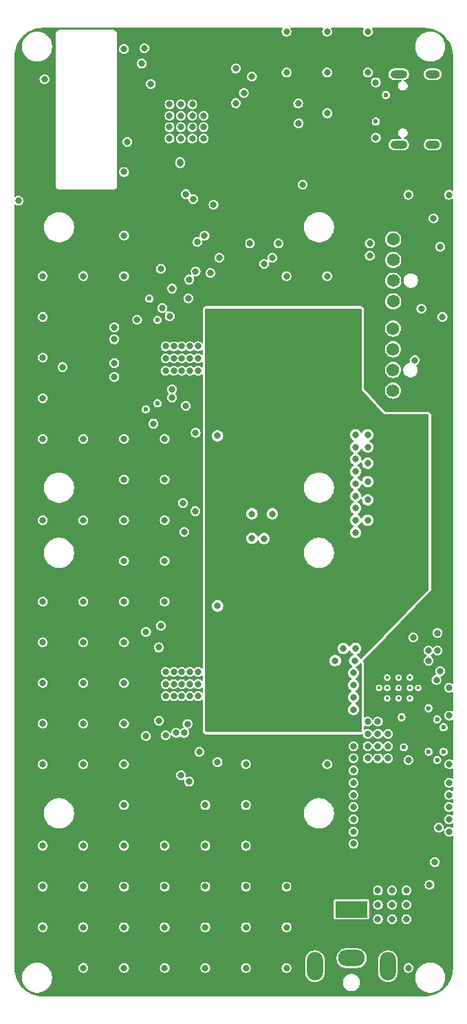
<source format=gbr>
%TF.GenerationSoftware,KiCad,Pcbnew,8.0.4*%
%TF.CreationDate,2024-11-04T21:15:06+01:00*%
%TF.ProjectId,BitForgeNano,42697446-6f72-4676-954e-616e6f2e6b69,rev?*%
%TF.SameCoordinates,Original*%
%TF.FileFunction,Copper,L3,Inr*%
%TF.FilePolarity,Positive*%
%FSLAX46Y46*%
G04 Gerber Fmt 4.6, Leading zero omitted, Abs format (unit mm)*
G04 Created by KiCad (PCBNEW 8.0.4) date 2024-11-04 21:15:06*
%MOMM*%
%LPD*%
G01*
G04 APERTURE LIST*
%TA.AperFunction,ComponentPad*%
%ADD10C,0.400000*%
%TD*%
%TA.AperFunction,ComponentPad*%
%ADD11C,1.574800*%
%TD*%
%TA.AperFunction,ComponentPad*%
%ADD12R,4.000000X2.000000*%
%TD*%
%TA.AperFunction,ComponentPad*%
%ADD13O,2.000000X3.500000*%
%TD*%
%TA.AperFunction,ComponentPad*%
%ADD14O,3.300000X2.000000*%
%TD*%
%TA.AperFunction,ComponentPad*%
%ADD15O,2.100000X1.000000*%
%TD*%
%TA.AperFunction,ComponentPad*%
%ADD16O,1.800000X1.000000*%
%TD*%
%TA.AperFunction,ViaPad*%
%ADD17C,0.800000*%
%TD*%
%TA.AperFunction,ViaPad*%
%ADD18C,0.600000*%
%TD*%
G04 APERTURE END LIST*
D10*
%TO.N,GND*%
%TO.C,U12*%
X116336483Y-132046762D03*
X114936483Y-132046762D03*
X113536483Y-132046762D03*
X117336483Y-133326762D03*
X116336483Y-133326762D03*
X114936483Y-133326762D03*
X113536483Y-133326762D03*
X112536483Y-133326762D03*
X116336483Y-134606762D03*
X114936483Y-134606762D03*
X113536483Y-134606762D03*
%TD*%
D11*
%TO.N,GND*%
%TO.C,J6*%
X114275334Y-78206162D03*
%TO.N,+5V*%
X114275334Y-80746162D03*
%TO.N,/Fan/FAN1_TACH*%
X114275334Y-83286162D03*
%TO.N,/Fan/FAN1_PWM*%
X114275334Y-85826162D03*
%TD*%
%TO.N,GND*%
%TO.C,J8*%
X114236483Y-89186762D03*
%TO.N,+5V*%
X114236483Y-91726762D03*
%TO.N,/Fan/FAN2_TACH*%
X114236483Y-94266762D03*
%TO.N,/Fan/FAN2_PWM*%
X114236483Y-96806762D03*
%TD*%
D12*
%TO.N,VIN*%
%TO.C,J1*%
X109136483Y-160526762D03*
D13*
%TO.N,GND*%
X104636483Y-167526762D03*
D14*
X109136483Y-166526762D03*
D13*
X113636483Y-167526762D03*
%TD*%
D15*
%TO.N,GND*%
%TO.C,J5*%
X114966483Y-66571762D03*
D16*
X119146483Y-66571762D03*
D15*
X114966483Y-57931762D03*
D16*
X119146483Y-57931762D03*
%TD*%
D17*
%TO.N,Net-(U13-TEMP_P)*%
X87050000Y-96650000D03*
%TO.N,Net-(U13-TEMP_N)*%
X87050000Y-97650000D03*
%TO.N,Net-(U3-TEMP_P)*%
X86250000Y-139150000D03*
%TO.N,3V3*%
X91750000Y-81050000D03*
X89750000Y-114150000D03*
%TO.N,Net-(U3-TEMP_N)*%
X87550000Y-138850000D03*
%TO.N,Net-(U3-BO)*%
X88550000Y-138850000D03*
%TO.N,Net-(U3-CLKO)*%
X88950000Y-137750000D03*
%TO.N,Net-(U3-CO)*%
X89150000Y-144850000D03*
%TO.N,/SDA*%
X89900000Y-111600000D03*
%TO.N,/SCL*%
X88400000Y-110600000D03*
%TO.N,/Domain/I_NRSTI*%
X91050000Y-77750000D03*
%TO.N,/Domain/I_CI*%
X89950000Y-82150000D03*
%TO.N,/RST*%
X88050000Y-68850000D03*
%TO.N,/RX*%
X89650000Y-73250000D03*
%TO.N,/TX*%
X88750000Y-72650000D03*
%TO.N,/Domain/CLKI*%
X89050000Y-85450000D03*
%TO.N,/Domain/I_RO*%
X89150000Y-83150000D03*
%TO.N,Net-(U3-RI)*%
X88150000Y-144050000D03*
%TO.N,Net-(U9-A1)*%
X90150000Y-78550000D03*
D18*
%TO.N,/Domain/1V2*%
X84250000Y-85500000D03*
X83820000Y-99100000D03*
D17*
X88733806Y-98650188D03*
X83850000Y-139250000D03*
X83850000Y-126450000D03*
D18*
%TO.N,/Domain/0V8*%
X85250000Y-88100000D03*
D17*
X73550000Y-93900000D03*
X84750000Y-100850000D03*
X85430000Y-137350000D03*
X82750000Y-88100000D03*
X85410000Y-128350000D03*
D18*
X85250000Y-98350000D03*
D17*
%TO.N,VDD*%
X91750000Y-131350000D03*
X91750000Y-92850000D03*
X91750000Y-94350000D03*
X92750000Y-132850000D03*
X91750000Y-91350000D03*
X92750000Y-131350000D03*
X91750000Y-134350000D03*
X92750000Y-92850000D03*
X92750000Y-94350000D03*
X92750000Y-91350000D03*
X91750000Y-132850000D03*
X92750000Y-134350000D03*
%TO.N,GND*%
X92650000Y-123250000D03*
X89250000Y-91350000D03*
X88250000Y-92850000D03*
X90250000Y-94350000D03*
X89250000Y-132850000D03*
X86250000Y-134350000D03*
X92150000Y-73950000D03*
X85650000Y-125700000D03*
X90250000Y-92850000D03*
X87250000Y-92850000D03*
X79950000Y-89000000D03*
X90400000Y-141200000D03*
X87250000Y-134350000D03*
X86250000Y-132850000D03*
X89250000Y-134350000D03*
X88250000Y-94350000D03*
X92650000Y-102350000D03*
X90250000Y-134350000D03*
X85650000Y-81850000D03*
X85850000Y-86650000D03*
X88250000Y-134350000D03*
X89250000Y-92850000D03*
X89250000Y-131350000D03*
X92850000Y-80450000D03*
X90250000Y-131350000D03*
X86250000Y-131350000D03*
X88250000Y-131350000D03*
X79950000Y-90500000D03*
X87050000Y-84250000D03*
X90250000Y-91350000D03*
X86750000Y-87650000D03*
X86250000Y-94350000D03*
X89250000Y-94350000D03*
X88550000Y-114150000D03*
X88250000Y-132850000D03*
X86250000Y-91350000D03*
X87250000Y-132850000D03*
X91750000Y-82350000D03*
X90250000Y-132850000D03*
X88250000Y-91350000D03*
X87250000Y-94350000D03*
X86250000Y-92850000D03*
X87250000Y-91350000D03*
X89950000Y-101992500D03*
X92650000Y-142450000D03*
X87250000Y-131350000D03*
%TO.N,/ESP32/INA_ALRT*%
X95886483Y-60226762D03*
X118736483Y-157526762D03*
%TO.N,/Power/PGOOD*%
X119736483Y-126576762D03*
X101136483Y-82726762D03*
%TO.N,+5V*%
X111136483Y-141976762D03*
X113636483Y-140476762D03*
X113636483Y-138976762D03*
X111136483Y-140476762D03*
X112386483Y-138976762D03*
X112386483Y-137476762D03*
X111136483Y-137476762D03*
X111136483Y-138976762D03*
X112386483Y-141976762D03*
X113636483Y-141976762D03*
X102636483Y-63976762D03*
X112386483Y-140476762D03*
%TO.N,3V3*%
X121136483Y-77426762D03*
X104136483Y-66726762D03*
X102636483Y-68226762D03*
X104136483Y-65226762D03*
X118136483Y-127176762D03*
X69886483Y-73726762D03*
X102636483Y-66726762D03*
X121236483Y-155226762D03*
D18*
X82386483Y-69476762D03*
D17*
X119536483Y-82476762D03*
X118636483Y-93226762D03*
X70886483Y-63726762D03*
X104136483Y-68226762D03*
D18*
X93536483Y-58726762D03*
%TO.N,Net-(U12-VSEL)*%
X120466483Y-141176762D03*
X120466483Y-138159169D03*
%TO.N,Net-(U12-ADRSEL)*%
X119676483Y-137176762D03*
X119676483Y-142176762D03*
D17*
%TO.N,/Fan/FAN1_PWM*%
X117736483Y-86726762D03*
%TO.N,/Fan/FAN1_TACH*%
X120336483Y-87726762D03*
%TO.N,/ESP32/VDD_SAMPLE_0*%
X83636483Y-54726762D03*
%TO.N,/Power/SMB_ALRT*%
X96636483Y-78726762D03*
X94886483Y-61476762D03*
D18*
%TO.N,Net-(U12-MSEL1)*%
X118636483Y-135826762D03*
X118636483Y-141176762D03*
D17*
%TO.N,/RST*%
X88036483Y-68726762D03*
D18*
%TO.N,Net-(U12-EN{slash}UVLO)*%
X115586483Y-140626762D03*
X115286483Y-136926762D03*
D17*
%TO.N,Net-(U12-BP1V5)*%
X121186483Y-136726762D03*
X119736483Y-128726762D03*
%TO.N,/Power/AGND*%
X116136483Y-142176762D03*
X119593676Y-132333955D03*
X121186483Y-142726762D03*
%TO.N,/ESP32/IO0*%
X84436483Y-59126762D03*
X71336483Y-58526762D03*
D18*
%TO.N,Net-(J5-CC2)*%
X113386483Y-60476762D03*
%TO.N,Net-(J5-CC1)*%
X112136483Y-63726762D03*
D17*
%TO.N,VDD*%
X106386483Y-103726762D03*
X117636483Y-100726762D03*
X99636483Y-133476762D03*
X99636483Y-128976762D03*
X112636483Y-109726762D03*
X101886483Y-128976762D03*
X121136483Y-133326762D03*
X104136483Y-92476762D03*
X106386483Y-101476762D03*
X99636483Y-135726762D03*
X101886483Y-101476762D03*
X96386483Y-105976762D03*
X106386483Y-90226762D03*
X114636483Y-102226762D03*
X118136483Y-114226762D03*
X101886483Y-103726762D03*
X96386483Y-101476762D03*
X116136483Y-108226762D03*
X96386483Y-124476762D03*
X101886483Y-96976762D03*
X104136483Y-96976762D03*
X114636483Y-103726762D03*
X116136483Y-120226762D03*
X96386483Y-137976762D03*
X106386483Y-87976762D03*
X118136483Y-111226762D03*
X101886483Y-87976762D03*
X116136483Y-106726762D03*
X104136483Y-131226762D03*
X114636483Y-106726762D03*
X112636483Y-108226762D03*
X104136483Y-99226762D03*
X96386483Y-87976762D03*
X96386483Y-90226762D03*
X114636483Y-112726762D03*
X101886483Y-135726762D03*
X116136483Y-103726762D03*
X116136483Y-117226762D03*
X116136483Y-112726762D03*
X116136483Y-111226762D03*
X104136483Y-94726762D03*
X116136483Y-100726762D03*
X96386483Y-108226762D03*
X104136483Y-137976762D03*
X113136483Y-121726762D03*
X96386483Y-122226762D03*
X101886483Y-133476762D03*
X101886483Y-92476762D03*
X113136483Y-100726762D03*
X114636483Y-105226762D03*
X96386483Y-131226762D03*
X113136483Y-120226762D03*
X96386483Y-133476762D03*
X106386483Y-121726762D03*
X106386483Y-112726762D03*
X104136483Y-112726762D03*
X106386483Y-96976762D03*
X116136483Y-121726762D03*
X104136483Y-101476762D03*
X114636483Y-120226762D03*
X96386483Y-126726762D03*
X96386483Y-94726762D03*
X114636483Y-111226762D03*
X104136483Y-128976762D03*
X106386483Y-99226762D03*
X96386483Y-117726762D03*
X101886483Y-94726762D03*
X118136483Y-112726762D03*
X114636483Y-109726762D03*
X116136483Y-102226762D03*
X104136483Y-87976762D03*
X101886483Y-137976762D03*
X114636483Y-100726762D03*
X96386483Y-96976762D03*
X106386483Y-92476762D03*
X101886483Y-99226762D03*
X96386483Y-92476762D03*
X114636483Y-108226762D03*
X104136483Y-103726762D03*
X106386483Y-94726762D03*
X101886483Y-105976762D03*
X114636483Y-114226762D03*
X116136483Y-118726762D03*
X116136483Y-105226762D03*
X96386483Y-135726762D03*
X99636483Y-131226762D03*
X118136483Y-108226762D03*
X116136483Y-109726762D03*
X112636483Y-112726762D03*
X104136483Y-135726762D03*
X104136483Y-90226762D03*
X96386483Y-119976762D03*
X96386483Y-103726762D03*
X99636483Y-137976762D03*
X116136483Y-114226762D03*
X116136483Y-115726762D03*
X114636483Y-121726762D03*
X96386483Y-99226762D03*
X101886483Y-131226762D03*
X101886483Y-112726762D03*
X113136483Y-102226762D03*
X104136483Y-133476762D03*
X96386483Y-128976762D03*
X112636483Y-114226762D03*
X112636483Y-111226762D03*
X117636483Y-115726762D03*
X118136483Y-109726762D03*
X113136483Y-115726762D03*
X114636483Y-115726762D03*
X101886483Y-90226762D03*
%TO.N,GND*%
X101136483Y-52726762D03*
X71136483Y-127726762D03*
X119236483Y-75626762D03*
X76136483Y-142726762D03*
X109386483Y-143476762D03*
X96136483Y-147726762D03*
X101136483Y-162726762D03*
X106136483Y-57726762D03*
X109386483Y-144976762D03*
X81136483Y-127726762D03*
X96136483Y-152726762D03*
X101136483Y-157726762D03*
X112136483Y-58926762D03*
X71136483Y-92726762D03*
X111136483Y-107976762D03*
X89536483Y-63026762D03*
X109386483Y-132976762D03*
X86136483Y-157726762D03*
X86136483Y-122726762D03*
X71136483Y-97726762D03*
X96136483Y-142726762D03*
X109386483Y-140476762D03*
X109386483Y-147976762D03*
X86136483Y-107726762D03*
X71136483Y-132726762D03*
X89536483Y-65826762D03*
X88136483Y-61626762D03*
X71136483Y-142726762D03*
X71136483Y-122726762D03*
X83336483Y-56626762D03*
X86136483Y-117726762D03*
X116136483Y-72726762D03*
X90936483Y-63026762D03*
X71136483Y-112726762D03*
X88136483Y-63026762D03*
X89536483Y-64426762D03*
X76136483Y-137726762D03*
X81136483Y-162726762D03*
X111136483Y-103726762D03*
X109636483Y-106726762D03*
X91136483Y-162726762D03*
X102576283Y-61526762D03*
X91136483Y-157726762D03*
X91136483Y-147726762D03*
X76136483Y-152726762D03*
X86736483Y-65826762D03*
X121136483Y-146476762D03*
X109636483Y-109726762D03*
X96136483Y-157726762D03*
X71136483Y-87726762D03*
X106136483Y-62726762D03*
X121136483Y-72726762D03*
X109386483Y-149476762D03*
X121136483Y-149476762D03*
X76136483Y-122726762D03*
X111136483Y-112726762D03*
X81136483Y-152726762D03*
X76136483Y-127726762D03*
X81136483Y-137726762D03*
X81136483Y-142726762D03*
X121136483Y-144976762D03*
X81136483Y-82726762D03*
X111136483Y-57726762D03*
X81136483Y-77726762D03*
X103136483Y-71476762D03*
X90936483Y-64426762D03*
X88136483Y-64426762D03*
X71136483Y-162726762D03*
X109636483Y-105226762D03*
X76136483Y-132726762D03*
X109386483Y-134476762D03*
X121136483Y-150976762D03*
X106136483Y-52726762D03*
X101136483Y-167726762D03*
X86136483Y-167726762D03*
X109636483Y-114226762D03*
X109386483Y-131476762D03*
X111136483Y-52726762D03*
X86736483Y-61626762D03*
X120036483Y-79126762D03*
X68136483Y-73476762D03*
X76136483Y-157726762D03*
X86136483Y-112726762D03*
X81136483Y-132726762D03*
X91136483Y-167726762D03*
X86736483Y-63026762D03*
X112136483Y-65726762D03*
X109386483Y-150976762D03*
X81136483Y-54826762D03*
X81136483Y-147726762D03*
X109636483Y-103726762D03*
X106136483Y-82726762D03*
X71136483Y-102726762D03*
X81136483Y-69926762D03*
X96136483Y-167726762D03*
X109386483Y-141976762D03*
X76136483Y-112726762D03*
X86136483Y-152726762D03*
X116936483Y-93051762D03*
X81136483Y-107726762D03*
X81136483Y-117726762D03*
X90936483Y-65826762D03*
X81136483Y-122726762D03*
X81536483Y-66226762D03*
X81136483Y-102726762D03*
X86136483Y-102726762D03*
X120052914Y-131256008D03*
X81136483Y-157726762D03*
X116136483Y-167726762D03*
X109636483Y-108226762D03*
X81136483Y-112726762D03*
X89536483Y-61626762D03*
X111136483Y-102226762D03*
X71136483Y-82726762D03*
X109386483Y-152476762D03*
X101136483Y-57726762D03*
X109636483Y-112726762D03*
X71136483Y-137726762D03*
X96136483Y-162726762D03*
X109636483Y-102226762D03*
X109636483Y-111226762D03*
X109386483Y-135976762D03*
X81136483Y-167726762D03*
X76136483Y-162726762D03*
X71136483Y-152726762D03*
X76136483Y-102726762D03*
X121136483Y-147976762D03*
X109386483Y-146476762D03*
X111136483Y-110226762D03*
X86136483Y-162726762D03*
X111136483Y-105726762D03*
X106136483Y-142726762D03*
X76136483Y-167726762D03*
X91136483Y-152726762D03*
X88136483Y-65826762D03*
X86736483Y-64426762D03*
X76136483Y-82726762D03*
X71136483Y-157726762D03*
%TO.N,VIN*%
X115886483Y-161726762D03*
X114136483Y-161726762D03*
X112386483Y-159976762D03*
X112386483Y-161726762D03*
X114136483Y-159976762D03*
X114136483Y-158226762D03*
X112386483Y-158226762D03*
X115886483Y-159976762D03*
X115886483Y-158226762D03*
%TO.N,/SDA*%
X96886483Y-114939262D03*
X109536483Y-129976762D03*
X119386483Y-154726762D03*
X118636483Y-129976762D03*
X96886483Y-58226762D03*
X111386483Y-80226762D03*
X107136483Y-129976762D03*
X98386483Y-81226762D03*
X98386483Y-114976762D03*
%TO.N,/SCL*%
X94886483Y-57226762D03*
X108136483Y-128476762D03*
X99386483Y-80476762D03*
X109636483Y-128476762D03*
%TO.N,/Power/SMB_ALRT*%
X100136483Y-78726762D03*
%TO.N,/SCL*%
X119886483Y-150476762D03*
X118636483Y-128726762D03*
X99386483Y-111926762D03*
X96886483Y-111926762D03*
%TO.N,/Power/SMB_ALRT*%
X116736483Y-127126762D03*
%TO.N,/SCL*%
X111386483Y-78726762D03*
%TO.N,GND*%
X79950000Y-95100000D03*
X79950000Y-93400000D03*
%TD*%
%TA.AperFunction,Conductor*%
%TO.N,VDD*%
G36*
X110329522Y-86746447D02*
G01*
X110375277Y-86799251D01*
X110386483Y-86850762D01*
X110386483Y-96726762D01*
X113136483Y-99726762D01*
X118512483Y-99726762D01*
X118579522Y-99746447D01*
X118625277Y-99799251D01*
X118636483Y-99850762D01*
X118636483Y-121176480D01*
X118616798Y-121243519D01*
X118601463Y-121262843D01*
X110381605Y-129731786D01*
X110320788Y-129766182D01*
X110251030Y-129762239D01*
X110194478Y-129721207D01*
X110176685Y-129689398D01*
X110161301Y-129648832D01*
X110064666Y-129508833D01*
X109937335Y-129396028D01*
X109928583Y-129391434D01*
X109873052Y-129362289D01*
X109822840Y-129313704D01*
X109806866Y-129245685D01*
X109830202Y-129179827D01*
X109880501Y-129140865D01*
X109880067Y-129140038D01*
X109884725Y-129137593D01*
X109885438Y-129137041D01*
X109886698Y-129136554D01*
X109886708Y-129136552D01*
X109886717Y-129136546D01*
X109886720Y-129136546D01*
X110037332Y-129057498D01*
X110037333Y-129057496D01*
X110037335Y-129057496D01*
X110164666Y-128944691D01*
X110261301Y-128804692D01*
X110321623Y-128645634D01*
X110342128Y-128476762D01*
X110321623Y-128307890D01*
X110261301Y-128148832D01*
X110164666Y-128008833D01*
X110037335Y-127896028D01*
X110037332Y-127896025D01*
X109886709Y-127816972D01*
X109721539Y-127776262D01*
X109551427Y-127776262D01*
X109386256Y-127816972D01*
X109235633Y-127896025D01*
X109108299Y-128008834D01*
X109011666Y-128148829D01*
X109002425Y-128173197D01*
X108960246Y-128228899D01*
X108894649Y-128252956D01*
X108826458Y-128237729D01*
X108777326Y-128188052D01*
X108770541Y-128173197D01*
X108761301Y-128148832D01*
X108664666Y-128008833D01*
X108537335Y-127896028D01*
X108537332Y-127896025D01*
X108386709Y-127816972D01*
X108221539Y-127776262D01*
X108051427Y-127776262D01*
X107886256Y-127816972D01*
X107735633Y-127896025D01*
X107608299Y-128008834D01*
X107511665Y-128148830D01*
X107451343Y-128307887D01*
X107451342Y-128307892D01*
X107430838Y-128476762D01*
X107451342Y-128645631D01*
X107451343Y-128645636D01*
X107511665Y-128804693D01*
X107573958Y-128894939D01*
X107608300Y-128944691D01*
X107713988Y-129038322D01*
X107735633Y-129057498D01*
X107886256Y-129136551D01*
X107886258Y-129136552D01*
X108051427Y-129177262D01*
X108221539Y-129177262D01*
X108386708Y-129136552D01*
X108473053Y-129091234D01*
X108537332Y-129057498D01*
X108537333Y-129057496D01*
X108537335Y-129057496D01*
X108664666Y-128944691D01*
X108761301Y-128804692D01*
X108770541Y-128780326D01*
X108812719Y-128724624D01*
X108878316Y-128700567D01*
X108946506Y-128715794D01*
X108995640Y-128765469D01*
X109002425Y-128780327D01*
X109011665Y-128804693D01*
X109073958Y-128894939D01*
X109108300Y-128944691D01*
X109235631Y-129057496D01*
X109235633Y-129057497D01*
X109299912Y-129091234D01*
X109350124Y-129139818D01*
X109366099Y-129207837D01*
X109342764Y-129273695D01*
X109292464Y-129312658D01*
X109292899Y-129313486D01*
X109288236Y-129315932D01*
X109287528Y-129316482D01*
X109286262Y-129316970D01*
X109286257Y-129316971D01*
X109135633Y-129396025D01*
X109008299Y-129508834D01*
X108911665Y-129648830D01*
X108851343Y-129807887D01*
X108851342Y-129807892D01*
X108830838Y-129976762D01*
X108851342Y-130145631D01*
X108851343Y-130145636D01*
X108911665Y-130304693D01*
X108939759Y-130345393D01*
X109008300Y-130444691D01*
X109135631Y-130557496D01*
X109182727Y-130582214D01*
X109232939Y-130630798D01*
X109248914Y-130698816D01*
X109225579Y-130764674D01*
X109170343Y-130807462D01*
X109154779Y-130812406D01*
X109136258Y-130816971D01*
X109136257Y-130816971D01*
X108985633Y-130896025D01*
X108858299Y-131008834D01*
X108761665Y-131148830D01*
X108701343Y-131307887D01*
X108701342Y-131307892D01*
X108680838Y-131476762D01*
X108701342Y-131645631D01*
X108701343Y-131645636D01*
X108761665Y-131804693D01*
X108823958Y-131894939D01*
X108858300Y-131944691D01*
X108931782Y-132009790D01*
X108985633Y-132057498D01*
X109098939Y-132116966D01*
X109149152Y-132165551D01*
X109165126Y-132233570D01*
X109141791Y-132299427D01*
X109098939Y-132336558D01*
X108985633Y-132396025D01*
X108858299Y-132508834D01*
X108761665Y-132648830D01*
X108701343Y-132807887D01*
X108701342Y-132807892D01*
X108680838Y-132976762D01*
X108701342Y-133145631D01*
X108701343Y-133145636D01*
X108761665Y-133304693D01*
X108804009Y-133366038D01*
X108858300Y-133444691D01*
X108931782Y-133509790D01*
X108985633Y-133557498D01*
X109098939Y-133616966D01*
X109149152Y-133665551D01*
X109165126Y-133733570D01*
X109141791Y-133799427D01*
X109098939Y-133836558D01*
X108985633Y-133896025D01*
X108858299Y-134008834D01*
X108761665Y-134148830D01*
X108701343Y-134307887D01*
X108701342Y-134307892D01*
X108680838Y-134476762D01*
X108701342Y-134645631D01*
X108701343Y-134645636D01*
X108761665Y-134804693D01*
X108813740Y-134880135D01*
X108858300Y-134944691D01*
X108931782Y-135009790D01*
X108985633Y-135057498D01*
X109098939Y-135116966D01*
X109149152Y-135165551D01*
X109165126Y-135233570D01*
X109141791Y-135299427D01*
X109098939Y-135336558D01*
X108985633Y-135396025D01*
X108858299Y-135508834D01*
X108761665Y-135648830D01*
X108701343Y-135807887D01*
X108701342Y-135807892D01*
X108680838Y-135976762D01*
X108701342Y-136145631D01*
X108701343Y-136145636D01*
X108761665Y-136304693D01*
X108787222Y-136341718D01*
X108858300Y-136444691D01*
X108963988Y-136538322D01*
X108985633Y-136557498D01*
X109112192Y-136623921D01*
X109136258Y-136636552D01*
X109301427Y-136677262D01*
X109471539Y-136677262D01*
X109636708Y-136636552D01*
X109716175Y-136594843D01*
X109787332Y-136557498D01*
X109787333Y-136557496D01*
X109787335Y-136557496D01*
X109914666Y-136444691D01*
X110011301Y-136304692D01*
X110071623Y-136145634D01*
X110092128Y-135976762D01*
X110071623Y-135807890D01*
X110011301Y-135648832D01*
X109914666Y-135508833D01*
X109787335Y-135396028D01*
X109787333Y-135396027D01*
X109787332Y-135396026D01*
X109674026Y-135336558D01*
X109623814Y-135287974D01*
X109607839Y-135219955D01*
X109631174Y-135154097D01*
X109674026Y-135116966D01*
X109704182Y-135101138D01*
X109787335Y-135057496D01*
X109914666Y-134944691D01*
X110011301Y-134804692D01*
X110071623Y-134645634D01*
X110092128Y-134476762D01*
X110071623Y-134307890D01*
X110011301Y-134148832D01*
X109914666Y-134008833D01*
X109787335Y-133896028D01*
X109787333Y-133896027D01*
X109787332Y-133896026D01*
X109674026Y-133836558D01*
X109623814Y-133787974D01*
X109607839Y-133719955D01*
X109631174Y-133654097D01*
X109674026Y-133616966D01*
X109706094Y-133600135D01*
X109787335Y-133557496D01*
X109914666Y-133444691D01*
X110011301Y-133304692D01*
X110071623Y-133145634D01*
X110092128Y-132976762D01*
X110071623Y-132807890D01*
X110011301Y-132648832D01*
X109914666Y-132508833D01*
X109787335Y-132396028D01*
X109787333Y-132396027D01*
X109787332Y-132396026D01*
X109674026Y-132336558D01*
X109623814Y-132287974D01*
X109607839Y-132219955D01*
X109631174Y-132154097D01*
X109674026Y-132116966D01*
X109704182Y-132101138D01*
X109787335Y-132057496D01*
X109914666Y-131944691D01*
X110011301Y-131804692D01*
X110071623Y-131645634D01*
X110092128Y-131476762D01*
X110071623Y-131307890D01*
X110011301Y-131148832D01*
X109914666Y-131008833D01*
X109787335Y-130896028D01*
X109787333Y-130896027D01*
X109787332Y-130896026D01*
X109740238Y-130871309D01*
X109690026Y-130822725D01*
X109674051Y-130754706D01*
X109697386Y-130688848D01*
X109752622Y-130646061D01*
X109768192Y-130641116D01*
X109786706Y-130636553D01*
X109786708Y-130636552D01*
X109937332Y-130557498D01*
X109937333Y-130557496D01*
X109937335Y-130557496D01*
X110064666Y-130444691D01*
X110160433Y-130305948D01*
X110214716Y-130261959D01*
X110284165Y-130254299D01*
X110346729Y-130285403D01*
X110382547Y-130345393D01*
X110386483Y-130376389D01*
X110386483Y-138602762D01*
X110366798Y-138669801D01*
X110313994Y-138715556D01*
X110262483Y-138726762D01*
X91260483Y-138726762D01*
X91193444Y-138707077D01*
X91147689Y-138654273D01*
X91136483Y-138602762D01*
X91136483Y-129976762D01*
X106430838Y-129976762D01*
X106451342Y-130145631D01*
X106451343Y-130145636D01*
X106511665Y-130304693D01*
X106539759Y-130345393D01*
X106608300Y-130444691D01*
X106713988Y-130538322D01*
X106735633Y-130557498D01*
X106875295Y-130630798D01*
X106886258Y-130636552D01*
X107051427Y-130677262D01*
X107221539Y-130677262D01*
X107386708Y-130636552D01*
X107490241Y-130582213D01*
X107537332Y-130557498D01*
X107537333Y-130557496D01*
X107537335Y-130557496D01*
X107664666Y-130444691D01*
X107761301Y-130304692D01*
X107821623Y-130145634D01*
X107842128Y-129976762D01*
X107821623Y-129807890D01*
X107761301Y-129648832D01*
X107664666Y-129508833D01*
X107537335Y-129396028D01*
X107537332Y-129396025D01*
X107386709Y-129316972D01*
X107221539Y-129276262D01*
X107051427Y-129276262D01*
X106886256Y-129316972D01*
X106735633Y-129396025D01*
X106608299Y-129508834D01*
X106511665Y-129648830D01*
X106451343Y-129807887D01*
X106451342Y-129807892D01*
X106430838Y-129976762D01*
X91136483Y-129976762D01*
X91136483Y-123250000D01*
X91944355Y-123250000D01*
X91964859Y-123418869D01*
X91964860Y-123418874D01*
X92025182Y-123577931D01*
X92087475Y-123668177D01*
X92121817Y-123717929D01*
X92227505Y-123811560D01*
X92249150Y-123830736D01*
X92399773Y-123909789D01*
X92399775Y-123909790D01*
X92564944Y-123950500D01*
X92735056Y-123950500D01*
X92900225Y-123909790D01*
X92979692Y-123868081D01*
X93050849Y-123830736D01*
X93050850Y-123830734D01*
X93050852Y-123830734D01*
X93178183Y-123717929D01*
X93274818Y-123577930D01*
X93335140Y-123418872D01*
X93355645Y-123250000D01*
X93335140Y-123081128D01*
X93274818Y-122922070D01*
X93178183Y-122782071D01*
X93050852Y-122669266D01*
X93050849Y-122669263D01*
X92900226Y-122590210D01*
X92735056Y-122549500D01*
X92564944Y-122549500D01*
X92399773Y-122590210D01*
X92249150Y-122669263D01*
X92121816Y-122782072D01*
X92025182Y-122922068D01*
X91964860Y-123081125D01*
X91964859Y-123081130D01*
X91944355Y-123250000D01*
X91136483Y-123250000D01*
X91136483Y-116605473D01*
X103285983Y-116605473D01*
X103285983Y-116848050D01*
X103317644Y-117088547D01*
X103380430Y-117322866D01*
X103473256Y-117546967D01*
X103473259Y-117546974D01*
X103594547Y-117757051D01*
X103594549Y-117757054D01*
X103594550Y-117757055D01*
X103742216Y-117949498D01*
X103742222Y-117949505D01*
X103913739Y-118121022D01*
X103913745Y-118121027D01*
X104106194Y-118268698D01*
X104316271Y-118389986D01*
X104540383Y-118482816D01*
X104774694Y-118545600D01*
X104955069Y-118569346D01*
X105015194Y-118577262D01*
X105015195Y-118577262D01*
X105257772Y-118577262D01*
X105305871Y-118570929D01*
X105498272Y-118545600D01*
X105732583Y-118482816D01*
X105956695Y-118389986D01*
X106166772Y-118268698D01*
X106359221Y-118121027D01*
X106530748Y-117949500D01*
X106678419Y-117757051D01*
X106799707Y-117546974D01*
X106892537Y-117322862D01*
X106955321Y-117088551D01*
X106986983Y-116848050D01*
X106986983Y-116605474D01*
X106955321Y-116364973D01*
X106892537Y-116130662D01*
X106799707Y-115906550D01*
X106678419Y-115696473D01*
X106571780Y-115557498D01*
X106530749Y-115504025D01*
X106530743Y-115504018D01*
X106359226Y-115332501D01*
X106359219Y-115332495D01*
X106166776Y-115184829D01*
X106166775Y-115184828D01*
X106166772Y-115184826D01*
X105956695Y-115063538D01*
X105956688Y-115063535D01*
X105732587Y-114970709D01*
X105498268Y-114907923D01*
X105257772Y-114876262D01*
X105257771Y-114876262D01*
X105015195Y-114876262D01*
X105015194Y-114876262D01*
X104774697Y-114907923D01*
X104540378Y-114970709D01*
X104316277Y-115063535D01*
X104316268Y-115063539D01*
X104106189Y-115184829D01*
X103913746Y-115332495D01*
X103913739Y-115332501D01*
X103742222Y-115504018D01*
X103742216Y-115504025D01*
X103594550Y-115696468D01*
X103473260Y-115906547D01*
X103473256Y-115906556D01*
X103380430Y-116130657D01*
X103317644Y-116364976D01*
X103285983Y-116605473D01*
X91136483Y-116605473D01*
X91136483Y-114939262D01*
X96180838Y-114939262D01*
X96201342Y-115108131D01*
X96201343Y-115108136D01*
X96261665Y-115267193D01*
X96287550Y-115304693D01*
X96358300Y-115407191D01*
X96463988Y-115500822D01*
X96485633Y-115519998D01*
X96636256Y-115599051D01*
X96636258Y-115599052D01*
X96801427Y-115639762D01*
X96971539Y-115639762D01*
X97136708Y-115599052D01*
X97216175Y-115557343D01*
X97287332Y-115519998D01*
X97287333Y-115519996D01*
X97287335Y-115519996D01*
X97414666Y-115407191D01*
X97511301Y-115267192D01*
X97513431Y-115261575D01*
X97555607Y-115205875D01*
X97621204Y-115181817D01*
X97689394Y-115197043D01*
X97738528Y-115246718D01*
X97745313Y-115261574D01*
X97761665Y-115304692D01*
X97761665Y-115304693D01*
X97780860Y-115332501D01*
X97858300Y-115444691D01*
X97963988Y-115538322D01*
X97985633Y-115557498D01*
X98064808Y-115599052D01*
X98136258Y-115636552D01*
X98301427Y-115677262D01*
X98471539Y-115677262D01*
X98636708Y-115636552D01*
X98716175Y-115594843D01*
X98787332Y-115557498D01*
X98787333Y-115557496D01*
X98787335Y-115557496D01*
X98914666Y-115444691D01*
X99011301Y-115304692D01*
X99071623Y-115145634D01*
X99092128Y-114976762D01*
X99071623Y-114807890D01*
X99011301Y-114648832D01*
X98985416Y-114611332D01*
X98946320Y-114554692D01*
X98914666Y-114508833D01*
X98787335Y-114396028D01*
X98787332Y-114396025D01*
X98636709Y-114316972D01*
X98471539Y-114276262D01*
X98301427Y-114276262D01*
X98136256Y-114316972D01*
X97985633Y-114396025D01*
X97858299Y-114508834D01*
X97761665Y-114648830D01*
X97761662Y-114648837D01*
X97759531Y-114654456D01*
X97717349Y-114710155D01*
X97651749Y-114734206D01*
X97583560Y-114718974D01*
X97534431Y-114669294D01*
X97527658Y-114654463D01*
X97511301Y-114611332D01*
X97414666Y-114471333D01*
X97287335Y-114358528D01*
X97287332Y-114358525D01*
X97136709Y-114279472D01*
X96971539Y-114238762D01*
X96801427Y-114238762D01*
X96636256Y-114279472D01*
X96485633Y-114358525D01*
X96358299Y-114471334D01*
X96261665Y-114611330D01*
X96201343Y-114770387D01*
X96201342Y-114770392D01*
X96180838Y-114939262D01*
X91136483Y-114939262D01*
X91136483Y-111926762D01*
X96180838Y-111926762D01*
X96201342Y-112095631D01*
X96201343Y-112095636D01*
X96261665Y-112254693D01*
X96323958Y-112344939D01*
X96358300Y-112394691D01*
X96407245Y-112438052D01*
X96485633Y-112507498D01*
X96636256Y-112586551D01*
X96636258Y-112586552D01*
X96801427Y-112627262D01*
X96971539Y-112627262D01*
X97136708Y-112586552D01*
X97216175Y-112544843D01*
X97287332Y-112507498D01*
X97287333Y-112507496D01*
X97287335Y-112507496D01*
X97414666Y-112394691D01*
X97511301Y-112254692D01*
X97571623Y-112095634D01*
X97592128Y-111926762D01*
X98680838Y-111926762D01*
X98701342Y-112095631D01*
X98701343Y-112095636D01*
X98761665Y-112254693D01*
X98823958Y-112344939D01*
X98858300Y-112394691D01*
X98907245Y-112438052D01*
X98985633Y-112507498D01*
X99136256Y-112586551D01*
X99136258Y-112586552D01*
X99301427Y-112627262D01*
X99471539Y-112627262D01*
X99636708Y-112586552D01*
X99716175Y-112544843D01*
X99787332Y-112507498D01*
X99787333Y-112507496D01*
X99787335Y-112507496D01*
X99914666Y-112394691D01*
X100011301Y-112254692D01*
X100071623Y-112095634D01*
X100092128Y-111926762D01*
X100071623Y-111757890D01*
X100011301Y-111598832D01*
X99914666Y-111458833D01*
X99787335Y-111346028D01*
X99787332Y-111346025D01*
X99636709Y-111266972D01*
X99471539Y-111226262D01*
X99301427Y-111226262D01*
X99136256Y-111266972D01*
X98985633Y-111346025D01*
X98858299Y-111458834D01*
X98761665Y-111598830D01*
X98701343Y-111757887D01*
X98701342Y-111757892D01*
X98680838Y-111926762D01*
X97592128Y-111926762D01*
X97571623Y-111757890D01*
X97511301Y-111598832D01*
X97414666Y-111458833D01*
X97287335Y-111346028D01*
X97287332Y-111346025D01*
X97136709Y-111266972D01*
X96971539Y-111226262D01*
X96801427Y-111226262D01*
X96636256Y-111266972D01*
X96485633Y-111346025D01*
X96358299Y-111458834D01*
X96261665Y-111598830D01*
X96201343Y-111757887D01*
X96201342Y-111757892D01*
X96180838Y-111926762D01*
X91136483Y-111926762D01*
X91136483Y-108605473D01*
X103285983Y-108605473D01*
X103285983Y-108848050D01*
X103317644Y-109088547D01*
X103380430Y-109322866D01*
X103473256Y-109546967D01*
X103473260Y-109546976D01*
X103484805Y-109566972D01*
X103594547Y-109757051D01*
X103594549Y-109757054D01*
X103594550Y-109757055D01*
X103742216Y-109949498D01*
X103742222Y-109949505D01*
X103913739Y-110121022D01*
X103913745Y-110121027D01*
X104106194Y-110268698D01*
X104316271Y-110389986D01*
X104540383Y-110482816D01*
X104774694Y-110545600D01*
X104955069Y-110569346D01*
X105015194Y-110577262D01*
X105015195Y-110577262D01*
X105257772Y-110577262D01*
X105305871Y-110570929D01*
X105498272Y-110545600D01*
X105732583Y-110482816D01*
X105956695Y-110389986D01*
X106166772Y-110268698D01*
X106359221Y-110121027D01*
X106530748Y-109949500D01*
X106678419Y-109757051D01*
X106799707Y-109546974D01*
X106892537Y-109322862D01*
X106955321Y-109088551D01*
X106986983Y-108848050D01*
X106986983Y-108605474D01*
X106955321Y-108364973D01*
X106892537Y-108130662D01*
X106799707Y-107906550D01*
X106678419Y-107696473D01*
X106530748Y-107504024D01*
X106530743Y-107504018D01*
X106359226Y-107332501D01*
X106359219Y-107332495D01*
X106166776Y-107184829D01*
X106166775Y-107184828D01*
X106166772Y-107184826D01*
X105956695Y-107063538D01*
X105956688Y-107063535D01*
X105732587Y-106970709D01*
X105498268Y-106907923D01*
X105257772Y-106876262D01*
X105257771Y-106876262D01*
X105015195Y-106876262D01*
X105015194Y-106876262D01*
X104774697Y-106907923D01*
X104540378Y-106970709D01*
X104316277Y-107063535D01*
X104316268Y-107063539D01*
X104106189Y-107184829D01*
X103913746Y-107332495D01*
X103913739Y-107332501D01*
X103742222Y-107504018D01*
X103742216Y-107504025D01*
X103594550Y-107696468D01*
X103473260Y-107906547D01*
X103473256Y-107906556D01*
X103380430Y-108130657D01*
X103317644Y-108364976D01*
X103285983Y-108605473D01*
X91136483Y-108605473D01*
X91136483Y-102350000D01*
X91944355Y-102350000D01*
X91964859Y-102518869D01*
X91964860Y-102518874D01*
X92025182Y-102677931D01*
X92036751Y-102694691D01*
X92121817Y-102817929D01*
X92177169Y-102866966D01*
X92249150Y-102930736D01*
X92399773Y-103009789D01*
X92399775Y-103009790D01*
X92564944Y-103050500D01*
X92735056Y-103050500D01*
X92900225Y-103009790D01*
X92979692Y-102968081D01*
X93050849Y-102930736D01*
X93050850Y-102930734D01*
X93050852Y-102930734D01*
X93178183Y-102817929D01*
X93274818Y-102677930D01*
X93335140Y-102518872D01*
X93355645Y-102350000D01*
X93340681Y-102226762D01*
X108930838Y-102226762D01*
X108951342Y-102395631D01*
X108951343Y-102395636D01*
X109011665Y-102554693D01*
X109073958Y-102644939D01*
X109108300Y-102694691D01*
X109213988Y-102788322D01*
X109235633Y-102807498D01*
X109348939Y-102866966D01*
X109399152Y-102915551D01*
X109415126Y-102983570D01*
X109391791Y-103049427D01*
X109348939Y-103086558D01*
X109235633Y-103146025D01*
X109108299Y-103258834D01*
X109011665Y-103398830D01*
X108951343Y-103557887D01*
X108951342Y-103557892D01*
X108930838Y-103726762D01*
X108951342Y-103895631D01*
X108951343Y-103895636D01*
X109011665Y-104054693D01*
X109073958Y-104144939D01*
X109108300Y-104194691D01*
X109213988Y-104288322D01*
X109235633Y-104307498D01*
X109348939Y-104366966D01*
X109399152Y-104415551D01*
X109415126Y-104483570D01*
X109391791Y-104549427D01*
X109348939Y-104586558D01*
X109235633Y-104646025D01*
X109108299Y-104758834D01*
X109011665Y-104898830D01*
X108951343Y-105057887D01*
X108951342Y-105057892D01*
X108930838Y-105226762D01*
X108951342Y-105395631D01*
X108951343Y-105395636D01*
X109011665Y-105554693D01*
X109073958Y-105644939D01*
X109108300Y-105694691D01*
X109213988Y-105788322D01*
X109235633Y-105807498D01*
X109348939Y-105866966D01*
X109399152Y-105915551D01*
X109415126Y-105983570D01*
X109391791Y-106049427D01*
X109348939Y-106086558D01*
X109235633Y-106146025D01*
X109108299Y-106258834D01*
X109011665Y-106398830D01*
X108951343Y-106557887D01*
X108951342Y-106557892D01*
X108930838Y-106726762D01*
X108951342Y-106895631D01*
X108951343Y-106895636D01*
X109011665Y-107054693D01*
X109073958Y-107144939D01*
X109108300Y-107194691D01*
X109200375Y-107276262D01*
X109235633Y-107307498D01*
X109348939Y-107366966D01*
X109399152Y-107415551D01*
X109415126Y-107483570D01*
X109391791Y-107549427D01*
X109348939Y-107586558D01*
X109235633Y-107646025D01*
X109108299Y-107758834D01*
X109011665Y-107898830D01*
X108951343Y-108057887D01*
X108951342Y-108057892D01*
X108930838Y-108226762D01*
X108951342Y-108395631D01*
X108951343Y-108395636D01*
X109011665Y-108554693D01*
X109068169Y-108636551D01*
X109108300Y-108694691D01*
X109213988Y-108788322D01*
X109235633Y-108807498D01*
X109348939Y-108866966D01*
X109399152Y-108915551D01*
X109415126Y-108983570D01*
X109391791Y-109049427D01*
X109348939Y-109086558D01*
X109235633Y-109146025D01*
X109108299Y-109258834D01*
X109011665Y-109398830D01*
X108951343Y-109557887D01*
X108951342Y-109557892D01*
X108930838Y-109726762D01*
X108951342Y-109895631D01*
X108951343Y-109895636D01*
X109011665Y-110054693D01*
X109073958Y-110144939D01*
X109108300Y-110194691D01*
X109191837Y-110268698D01*
X109235633Y-110307498D01*
X109348939Y-110366966D01*
X109399152Y-110415551D01*
X109415126Y-110483570D01*
X109391791Y-110549427D01*
X109348939Y-110586558D01*
X109235633Y-110646025D01*
X109108299Y-110758834D01*
X109011665Y-110898830D01*
X108951343Y-111057887D01*
X108951342Y-111057892D01*
X108930838Y-111226762D01*
X108951342Y-111395631D01*
X108951343Y-111395636D01*
X109011665Y-111554693D01*
X109073958Y-111644939D01*
X109108300Y-111694691D01*
X109213988Y-111788322D01*
X109235633Y-111807498D01*
X109348939Y-111866966D01*
X109399152Y-111915551D01*
X109415126Y-111983570D01*
X109391791Y-112049427D01*
X109348939Y-112086558D01*
X109235633Y-112146025D01*
X109108299Y-112258834D01*
X109011665Y-112398830D01*
X108951343Y-112557887D01*
X108951342Y-112557892D01*
X108930838Y-112726762D01*
X108951342Y-112895631D01*
X108951343Y-112895636D01*
X109011665Y-113054693D01*
X109073958Y-113144939D01*
X109108300Y-113194691D01*
X109213988Y-113288322D01*
X109235633Y-113307498D01*
X109348939Y-113366966D01*
X109399152Y-113415551D01*
X109415126Y-113483570D01*
X109391791Y-113549427D01*
X109348939Y-113586558D01*
X109235633Y-113646025D01*
X109108299Y-113758834D01*
X109011665Y-113898830D01*
X108951343Y-114057887D01*
X108951342Y-114057892D01*
X108930838Y-114226762D01*
X108951342Y-114395631D01*
X108951343Y-114395636D01*
X109011665Y-114554693D01*
X109050761Y-114611332D01*
X109108300Y-114694691D01*
X109193747Y-114770390D01*
X109235633Y-114807498D01*
X109366652Y-114876262D01*
X109386258Y-114886552D01*
X109551427Y-114927262D01*
X109721539Y-114927262D01*
X109886708Y-114886552D01*
X109966175Y-114844843D01*
X110037332Y-114807498D01*
X110037333Y-114807496D01*
X110037335Y-114807496D01*
X110164666Y-114694691D01*
X110261301Y-114554692D01*
X110321623Y-114395634D01*
X110342128Y-114226762D01*
X110321623Y-114057890D01*
X110261301Y-113898832D01*
X110164666Y-113758833D01*
X110037335Y-113646028D01*
X110037333Y-113646027D01*
X110037332Y-113646026D01*
X109924026Y-113586558D01*
X109873814Y-113537974D01*
X109857839Y-113469955D01*
X109881174Y-113404097D01*
X109924026Y-113366966D01*
X109954182Y-113351138D01*
X110037335Y-113307496D01*
X110164666Y-113194691D01*
X110261301Y-113054692D01*
X110270541Y-113030326D01*
X110312719Y-112974624D01*
X110378316Y-112950567D01*
X110446506Y-112965794D01*
X110495640Y-113015469D01*
X110502425Y-113030327D01*
X110511665Y-113054693D01*
X110573958Y-113144939D01*
X110608300Y-113194691D01*
X110713988Y-113288322D01*
X110735633Y-113307498D01*
X110848940Y-113366966D01*
X110886258Y-113386552D01*
X111051427Y-113427262D01*
X111221539Y-113427262D01*
X111386708Y-113386552D01*
X111466175Y-113344843D01*
X111537332Y-113307498D01*
X111537333Y-113307496D01*
X111537335Y-113307496D01*
X111664666Y-113194691D01*
X111761301Y-113054692D01*
X111821623Y-112895634D01*
X111842128Y-112726762D01*
X111821623Y-112557890D01*
X111761301Y-112398832D01*
X111758441Y-112394689D01*
X111726959Y-112349080D01*
X111664666Y-112258833D01*
X111537335Y-112146028D01*
X111537332Y-112146025D01*
X111386709Y-112066972D01*
X111221539Y-112026262D01*
X111051427Y-112026262D01*
X110886256Y-112066972D01*
X110735633Y-112146025D01*
X110608299Y-112258834D01*
X110511666Y-112398829D01*
X110502425Y-112423197D01*
X110460246Y-112478899D01*
X110394649Y-112502956D01*
X110326458Y-112487729D01*
X110277326Y-112438052D01*
X110270541Y-112423197D01*
X110261301Y-112398832D01*
X110164666Y-112258833D01*
X110037335Y-112146028D01*
X110037333Y-112146027D01*
X110037332Y-112146026D01*
X109924026Y-112086558D01*
X109873814Y-112037974D01*
X109857839Y-111969955D01*
X109881174Y-111904097D01*
X109924026Y-111866966D01*
X109954182Y-111851138D01*
X110037335Y-111807496D01*
X110164666Y-111694691D01*
X110261301Y-111554692D01*
X110321623Y-111395634D01*
X110342128Y-111226762D01*
X110321623Y-111057890D01*
X110261301Y-110898832D01*
X110164666Y-110758833D01*
X110037335Y-110646028D01*
X110037333Y-110646027D01*
X110037332Y-110646026D01*
X109924026Y-110586558D01*
X109873814Y-110537974D01*
X109857839Y-110469955D01*
X109881174Y-110404097D01*
X109924026Y-110366966D01*
X109954182Y-110351138D01*
X110037335Y-110307496D01*
X110164666Y-110194691D01*
X110206595Y-110133946D01*
X110260875Y-110089958D01*
X110330323Y-110082298D01*
X110392889Y-110113401D01*
X110428706Y-110173391D01*
X110431740Y-110219327D01*
X110430838Y-110226759D01*
X110430838Y-110226761D01*
X110451342Y-110395631D01*
X110451343Y-110395636D01*
X110511665Y-110554693D01*
X110573958Y-110644939D01*
X110608300Y-110694691D01*
X110680702Y-110758833D01*
X110735633Y-110807498D01*
X110886256Y-110886551D01*
X110886258Y-110886552D01*
X111051427Y-110927262D01*
X111221539Y-110927262D01*
X111386708Y-110886552D01*
X111466175Y-110844843D01*
X111537332Y-110807498D01*
X111537333Y-110807496D01*
X111537335Y-110807496D01*
X111664666Y-110694691D01*
X111761301Y-110554692D01*
X111821623Y-110395634D01*
X111842128Y-110226762D01*
X111821623Y-110057890D01*
X111761301Y-109898832D01*
X111759091Y-109895631D01*
X111679366Y-109780130D01*
X111664666Y-109758833D01*
X111537335Y-109646028D01*
X111537332Y-109646025D01*
X111386709Y-109566972D01*
X111221539Y-109526262D01*
X111051427Y-109526262D01*
X110886256Y-109566972D01*
X110735633Y-109646025D01*
X110608298Y-109758834D01*
X110566371Y-109819576D01*
X110512088Y-109863566D01*
X110442639Y-109871225D01*
X110380075Y-109840121D01*
X110344258Y-109780130D01*
X110341226Y-109734187D01*
X110342128Y-109726762D01*
X110321623Y-109557890D01*
X110261301Y-109398832D01*
X110164666Y-109258833D01*
X110037335Y-109146028D01*
X110037333Y-109146027D01*
X110037332Y-109146026D01*
X109924026Y-109086558D01*
X109873814Y-109037974D01*
X109857839Y-108969955D01*
X109881174Y-108904097D01*
X109924026Y-108866966D01*
X109960067Y-108848050D01*
X110037335Y-108807496D01*
X110164666Y-108694691D01*
X110261301Y-108554692D01*
X110321623Y-108395634D01*
X110321623Y-108395627D01*
X110322207Y-108393261D01*
X110323113Y-108391704D01*
X110324283Y-108388620D01*
X110324795Y-108388814D01*
X110357359Y-108332878D01*
X110419576Y-108301085D01*
X110489105Y-108307977D01*
X110543871Y-108351364D01*
X110544634Y-108352456D01*
X110608300Y-108444691D01*
X110709555Y-108534395D01*
X110735633Y-108557498D01*
X110827044Y-108605474D01*
X110886258Y-108636552D01*
X111051427Y-108677262D01*
X111221539Y-108677262D01*
X111386708Y-108636552D01*
X111466175Y-108594843D01*
X111537332Y-108557498D01*
X111537333Y-108557496D01*
X111537335Y-108557496D01*
X111664666Y-108444691D01*
X111761301Y-108304692D01*
X111821623Y-108145634D01*
X111842128Y-107976762D01*
X111821623Y-107807890D01*
X111761301Y-107648832D01*
X111759364Y-107646026D01*
X111718316Y-107586558D01*
X111664666Y-107508833D01*
X111537335Y-107396028D01*
X111537332Y-107396025D01*
X111386709Y-107316972D01*
X111221539Y-107276262D01*
X111051427Y-107276262D01*
X110886256Y-107316972D01*
X110735633Y-107396025D01*
X110608299Y-107508834D01*
X110511665Y-107648830D01*
X110451340Y-107807896D01*
X110450754Y-107810276D01*
X110449848Y-107811831D01*
X110448683Y-107814904D01*
X110448171Y-107814710D01*
X110415595Y-107870655D01*
X110353374Y-107902440D01*
X110283846Y-107895541D01*
X110229085Y-107852146D01*
X110228309Y-107851035D01*
X110198526Y-107807887D01*
X110164666Y-107758833D01*
X110037335Y-107646028D01*
X110037333Y-107646027D01*
X110037332Y-107646026D01*
X109924026Y-107586558D01*
X109873814Y-107537974D01*
X109857839Y-107469955D01*
X109881174Y-107404097D01*
X109924026Y-107366966D01*
X109989700Y-107332497D01*
X110037335Y-107307496D01*
X110164666Y-107194691D01*
X110261301Y-107054692D01*
X110321623Y-106895634D01*
X110342128Y-106726762D01*
X110321623Y-106557890D01*
X110261301Y-106398832D01*
X110164666Y-106258833D01*
X110037335Y-106146028D01*
X110037333Y-106146027D01*
X110037332Y-106146026D01*
X109924026Y-106086558D01*
X109873814Y-106037974D01*
X109857839Y-105969955D01*
X109881174Y-105904097D01*
X109924026Y-105866966D01*
X109954182Y-105851138D01*
X110037335Y-105807496D01*
X110164666Y-105694691D01*
X110206595Y-105633946D01*
X110260875Y-105589958D01*
X110330323Y-105582298D01*
X110392889Y-105613401D01*
X110428706Y-105673391D01*
X110431740Y-105719327D01*
X110430838Y-105726759D01*
X110430838Y-105726761D01*
X110451342Y-105895631D01*
X110451343Y-105895636D01*
X110511665Y-106054693D01*
X110573958Y-106144939D01*
X110608300Y-106194691D01*
X110680702Y-106258833D01*
X110735633Y-106307498D01*
X110886256Y-106386551D01*
X110886258Y-106386552D01*
X111051427Y-106427262D01*
X111221539Y-106427262D01*
X111386708Y-106386552D01*
X111466175Y-106344843D01*
X111537332Y-106307498D01*
X111537333Y-106307496D01*
X111537335Y-106307496D01*
X111664666Y-106194691D01*
X111761301Y-106054692D01*
X111821623Y-105895634D01*
X111842128Y-105726762D01*
X111821623Y-105557890D01*
X111761301Y-105398832D01*
X111759091Y-105395631D01*
X111679366Y-105280130D01*
X111664666Y-105258833D01*
X111537335Y-105146028D01*
X111537332Y-105146025D01*
X111386709Y-105066972D01*
X111221539Y-105026262D01*
X111051427Y-105026262D01*
X110886256Y-105066972D01*
X110735633Y-105146025D01*
X110608298Y-105258834D01*
X110566371Y-105319576D01*
X110512088Y-105363566D01*
X110442639Y-105371225D01*
X110380075Y-105340121D01*
X110344258Y-105280130D01*
X110341226Y-105234187D01*
X110342128Y-105226762D01*
X110321623Y-105057890D01*
X110261301Y-104898832D01*
X110164666Y-104758833D01*
X110037335Y-104646028D01*
X110037333Y-104646027D01*
X110037332Y-104646026D01*
X109924026Y-104586558D01*
X109873814Y-104537974D01*
X109857839Y-104469955D01*
X109881174Y-104404097D01*
X109924026Y-104366966D01*
X109954182Y-104351138D01*
X110037335Y-104307496D01*
X110164666Y-104194691D01*
X110261301Y-104054692D01*
X110270541Y-104030326D01*
X110312719Y-103974624D01*
X110378316Y-103950567D01*
X110446506Y-103965794D01*
X110495640Y-104015469D01*
X110502425Y-104030327D01*
X110511665Y-104054693D01*
X110573958Y-104144939D01*
X110608300Y-104194691D01*
X110713988Y-104288322D01*
X110735633Y-104307498D01*
X110848940Y-104366966D01*
X110886258Y-104386552D01*
X111051427Y-104427262D01*
X111221539Y-104427262D01*
X111386708Y-104386552D01*
X111466175Y-104344843D01*
X111537332Y-104307498D01*
X111537333Y-104307496D01*
X111537335Y-104307496D01*
X111664666Y-104194691D01*
X111761301Y-104054692D01*
X111821623Y-103895634D01*
X111842128Y-103726762D01*
X111821623Y-103557890D01*
X111761301Y-103398832D01*
X111664666Y-103258833D01*
X111537335Y-103146028D01*
X111537333Y-103146027D01*
X111537332Y-103146026D01*
X111424026Y-103086558D01*
X111373814Y-103037974D01*
X111357839Y-102969955D01*
X111381174Y-102904097D01*
X111424026Y-102866966D01*
X111454182Y-102851138D01*
X111537335Y-102807496D01*
X111664666Y-102694691D01*
X111761301Y-102554692D01*
X111821623Y-102395634D01*
X111842128Y-102226762D01*
X111821623Y-102057890D01*
X111761301Y-101898832D01*
X111749732Y-101882072D01*
X111671865Y-101769263D01*
X111664666Y-101758833D01*
X111537335Y-101646028D01*
X111537332Y-101646025D01*
X111386709Y-101566972D01*
X111221539Y-101526262D01*
X111051427Y-101526262D01*
X110886256Y-101566972D01*
X110735633Y-101646025D01*
X110608299Y-101758834D01*
X110511666Y-101898829D01*
X110502425Y-101923197D01*
X110460246Y-101978899D01*
X110394649Y-102002956D01*
X110326458Y-101987729D01*
X110277326Y-101938052D01*
X110270541Y-101923197D01*
X110261301Y-101898832D01*
X110164666Y-101758833D01*
X110037335Y-101646028D01*
X110037332Y-101646025D01*
X109886709Y-101566972D01*
X109721539Y-101526262D01*
X109551427Y-101526262D01*
X109386256Y-101566972D01*
X109235633Y-101646025D01*
X109108299Y-101758834D01*
X109011665Y-101898830D01*
X108951343Y-102057887D01*
X108951342Y-102057892D01*
X108930838Y-102226762D01*
X93340681Y-102226762D01*
X93335140Y-102181128D01*
X93274818Y-102022070D01*
X93261624Y-102002956D01*
X93189752Y-101898832D01*
X93178183Y-101882071D01*
X93050852Y-101769266D01*
X93050849Y-101769263D01*
X92900226Y-101690210D01*
X92735056Y-101649500D01*
X92564944Y-101649500D01*
X92399773Y-101690210D01*
X92249150Y-101769263D01*
X92121816Y-101882072D01*
X92025182Y-102022068D01*
X91964860Y-102181125D01*
X91964859Y-102181130D01*
X91944355Y-102350000D01*
X91136483Y-102350000D01*
X91136483Y-86850762D01*
X91156168Y-86783723D01*
X91208972Y-86737968D01*
X91260483Y-86726762D01*
X110262483Y-86726762D01*
X110329522Y-86746447D01*
G37*
%TD.AperFunction*%
%TD*%
%TA.AperFunction,Conductor*%
%TO.N,3V3*%
G36*
X100562088Y-52227274D02*
G01*
X100620277Y-52246181D01*
X100656241Y-52295681D01*
X100656241Y-52356867D01*
X100640630Y-52386539D01*
X100611945Y-52423923D01*
X100551440Y-52569995D01*
X100551438Y-52570003D01*
X100530801Y-52726761D01*
X100530801Y-52726762D01*
X100551438Y-52883520D01*
X100551440Y-52883528D01*
X100611945Y-53029600D01*
X100611945Y-53029601D01*
X100708196Y-53155038D01*
X100708201Y-53155044D01*
X100833642Y-53251298D01*
X100833643Y-53251298D01*
X100833644Y-53251299D01*
X100966527Y-53306341D01*
X100979721Y-53311806D01*
X101097292Y-53327284D01*
X101136482Y-53332444D01*
X101136483Y-53332444D01*
X101136484Y-53332444D01*
X101167835Y-53328316D01*
X101293245Y-53311806D01*
X101439324Y-53251298D01*
X101564765Y-53155044D01*
X101661019Y-53029603D01*
X101721527Y-52883524D01*
X101742165Y-52726762D01*
X101721527Y-52570000D01*
X101696828Y-52510371D01*
X101661020Y-52423923D01*
X101661020Y-52423922D01*
X101632337Y-52386542D01*
X101611913Y-52328866D01*
X101629291Y-52270201D01*
X101677832Y-52232953D01*
X101710878Y-52227275D01*
X105562087Y-52227276D01*
X105620276Y-52246183D01*
X105656240Y-52295683D01*
X105656240Y-52356869D01*
X105640628Y-52386542D01*
X105611945Y-52423923D01*
X105551440Y-52569995D01*
X105551438Y-52570003D01*
X105530801Y-52726761D01*
X105530801Y-52726762D01*
X105551438Y-52883520D01*
X105551440Y-52883528D01*
X105611945Y-53029600D01*
X105611945Y-53029601D01*
X105708196Y-53155038D01*
X105708201Y-53155044D01*
X105833642Y-53251298D01*
X105833643Y-53251298D01*
X105833644Y-53251299D01*
X105966527Y-53306341D01*
X105979721Y-53311806D01*
X106097292Y-53327284D01*
X106136482Y-53332444D01*
X106136483Y-53332444D01*
X106136484Y-53332444D01*
X106167835Y-53328316D01*
X106293245Y-53311806D01*
X106439324Y-53251298D01*
X106564765Y-53155044D01*
X106661019Y-53029603D01*
X106721527Y-52883524D01*
X106742165Y-52726762D01*
X106721527Y-52570000D01*
X106696828Y-52510371D01*
X106661021Y-52423925D01*
X106661020Y-52423924D01*
X106661019Y-52423921D01*
X106632337Y-52386543D01*
X106611915Y-52328870D01*
X106629292Y-52270204D01*
X106677834Y-52232957D01*
X106710880Y-52227278D01*
X110562085Y-52227278D01*
X110620274Y-52246185D01*
X110656238Y-52295685D01*
X110656238Y-52356871D01*
X110640627Y-52386543D01*
X110611945Y-52423923D01*
X110551440Y-52569995D01*
X110551438Y-52570003D01*
X110530801Y-52726761D01*
X110530801Y-52726762D01*
X110551438Y-52883520D01*
X110551440Y-52883528D01*
X110611945Y-53029600D01*
X110611945Y-53029601D01*
X110708196Y-53155038D01*
X110708201Y-53155044D01*
X110833642Y-53251298D01*
X110833643Y-53251298D01*
X110833644Y-53251299D01*
X110966527Y-53306341D01*
X110979721Y-53311806D01*
X111097292Y-53327284D01*
X111136482Y-53332444D01*
X111136483Y-53332444D01*
X111136484Y-53332444D01*
X111167835Y-53328316D01*
X111293245Y-53311806D01*
X111439324Y-53251298D01*
X111564765Y-53155044D01*
X111661019Y-53029603D01*
X111721527Y-52883524D01*
X111742165Y-52726762D01*
X111721527Y-52570000D01*
X111696828Y-52510371D01*
X111661020Y-52423923D01*
X111661019Y-52423922D01*
X111661019Y-52423921D01*
X111632340Y-52386546D01*
X111611916Y-52328873D01*
X111629293Y-52270207D01*
X111677834Y-52232959D01*
X111710881Y-52227280D01*
X118050904Y-52227281D01*
X118050908Y-52227283D01*
X118070596Y-52227283D01*
X118134053Y-52227283D01*
X118138910Y-52227402D01*
X118474643Y-52243894D01*
X118484304Y-52244845D01*
X118814406Y-52293810D01*
X118823932Y-52295706D01*
X118927903Y-52321748D01*
X119147632Y-52376786D01*
X119156908Y-52379600D01*
X119471126Y-52492028D01*
X119480088Y-52495741D01*
X119781759Y-52638419D01*
X119790310Y-52642989D01*
X120003419Y-52770721D01*
X120076540Y-52814548D01*
X120084618Y-52819945D01*
X120306925Y-52984817D01*
X120352658Y-53018734D01*
X120360168Y-53024898D01*
X120607414Y-53248987D01*
X120614284Y-53255856D01*
X120838369Y-53503094D01*
X120838394Y-53503121D01*
X120844557Y-53510632D01*
X121043331Y-53778647D01*
X121048729Y-53786724D01*
X121220292Y-54072957D01*
X121224872Y-54081526D01*
X121367547Y-54383183D01*
X121371265Y-54392158D01*
X121483687Y-54706352D01*
X121486507Y-54715650D01*
X121567590Y-55039349D01*
X121569485Y-55048877D01*
X121618449Y-55378955D01*
X121619402Y-55388624D01*
X121635864Y-55723669D01*
X121635983Y-55728527D01*
X121635983Y-72152375D01*
X121617076Y-72210566D01*
X121567576Y-72246530D01*
X121506390Y-72246530D01*
X121476717Y-72230918D01*
X121439321Y-72202224D01*
X121293249Y-72141719D01*
X121293241Y-72141717D01*
X121136484Y-72121080D01*
X121136482Y-72121080D01*
X120979724Y-72141717D01*
X120979716Y-72141719D01*
X120833644Y-72202224D01*
X120833643Y-72202224D01*
X120708206Y-72298475D01*
X120708196Y-72298485D01*
X120611945Y-72423922D01*
X120611945Y-72423923D01*
X120551440Y-72569995D01*
X120551438Y-72570003D01*
X120530801Y-72726761D01*
X120530801Y-72726762D01*
X120551438Y-72883520D01*
X120551440Y-72883528D01*
X120611945Y-73029600D01*
X120611945Y-73029601D01*
X120660778Y-73093241D01*
X120708201Y-73155044D01*
X120833642Y-73251298D01*
X120833643Y-73251298D01*
X120833644Y-73251299D01*
X120979716Y-73311804D01*
X120979721Y-73311806D01*
X121097292Y-73327284D01*
X121136482Y-73332444D01*
X121136483Y-73332444D01*
X121136484Y-73332444D01*
X121167835Y-73328316D01*
X121293245Y-73311806D01*
X121439324Y-73251298D01*
X121476716Y-73222605D01*
X121534392Y-73202182D01*
X121593057Y-73219560D01*
X121630305Y-73268101D01*
X121635983Y-73301148D01*
X121635983Y-132752375D01*
X121617076Y-132810566D01*
X121567576Y-132846530D01*
X121506390Y-132846530D01*
X121476717Y-132830918D01*
X121439321Y-132802224D01*
X121293249Y-132741719D01*
X121293241Y-132741717D01*
X121136484Y-132721080D01*
X121136482Y-132721080D01*
X120979724Y-132741717D01*
X120979716Y-132741719D01*
X120833644Y-132802224D01*
X120833643Y-132802224D01*
X120708206Y-132898475D01*
X120708196Y-132898485D01*
X120611945Y-133023922D01*
X120611945Y-133023923D01*
X120551440Y-133169995D01*
X120551438Y-133170003D01*
X120530801Y-133326761D01*
X120530801Y-133326762D01*
X120551438Y-133483520D01*
X120551440Y-133483528D01*
X120611944Y-133629598D01*
X120611945Y-133629601D01*
X120708196Y-133755038D01*
X120708201Y-133755044D01*
X120708205Y-133755047D01*
X120708206Y-133755048D01*
X120721120Y-133764957D01*
X120833642Y-133851298D01*
X120979721Y-133911806D01*
X121082363Y-133925319D01*
X121136482Y-133932444D01*
X121136483Y-133932444D01*
X121136484Y-133932444D01*
X121167835Y-133928316D01*
X121293245Y-133911806D01*
X121439324Y-133851298D01*
X121476716Y-133822605D01*
X121534392Y-133802182D01*
X121593057Y-133819560D01*
X121630305Y-133868101D01*
X121635983Y-133901148D01*
X121635983Y-136115426D01*
X121617076Y-136173617D01*
X121567576Y-136209581D01*
X121506390Y-136209581D01*
X121495339Y-136204661D01*
X121495320Y-136204709D01*
X121343249Y-136141719D01*
X121343241Y-136141717D01*
X121186484Y-136121080D01*
X121186482Y-136121080D01*
X121029724Y-136141717D01*
X121029716Y-136141719D01*
X120883644Y-136202224D01*
X120883643Y-136202224D01*
X120758206Y-136298475D01*
X120758196Y-136298485D01*
X120661945Y-136423922D01*
X120661945Y-136423923D01*
X120601440Y-136569995D01*
X120601438Y-136570003D01*
X120580801Y-136726761D01*
X120580801Y-136726762D01*
X120601438Y-136883520D01*
X120601440Y-136883528D01*
X120661945Y-137029600D01*
X120661945Y-137029601D01*
X120758196Y-137155038D01*
X120758201Y-137155044D01*
X120758205Y-137155047D01*
X120758206Y-137155048D01*
X120771120Y-137164957D01*
X120883642Y-137251298D01*
X121029721Y-137311806D01*
X121147292Y-137327284D01*
X121186482Y-137332444D01*
X121186483Y-137332444D01*
X121186484Y-137332444D01*
X121217835Y-137328316D01*
X121343245Y-137311806D01*
X121396953Y-137289559D01*
X121495320Y-137248815D01*
X121496036Y-137250545D01*
X121547316Y-137239638D01*
X121603216Y-137264516D01*
X121633816Y-137317499D01*
X121635983Y-137338097D01*
X121635983Y-142115426D01*
X121617076Y-142173617D01*
X121567576Y-142209581D01*
X121506390Y-142209581D01*
X121495339Y-142204661D01*
X121495320Y-142204709D01*
X121343249Y-142141719D01*
X121343241Y-142141717D01*
X121186484Y-142121080D01*
X121186482Y-142121080D01*
X121029724Y-142141717D01*
X121029716Y-142141719D01*
X120883644Y-142202224D01*
X120883643Y-142202224D01*
X120758206Y-142298475D01*
X120758196Y-142298485D01*
X120661945Y-142423922D01*
X120661945Y-142423923D01*
X120601440Y-142569995D01*
X120601438Y-142570003D01*
X120580801Y-142726761D01*
X120580801Y-142726762D01*
X120601438Y-142883520D01*
X120601440Y-142883528D01*
X120661945Y-143029600D01*
X120661945Y-143029601D01*
X120681958Y-143055682D01*
X120758201Y-143155044D01*
X120883642Y-143251298D01*
X121029721Y-143311806D01*
X121147292Y-143327284D01*
X121186482Y-143332444D01*
X121186483Y-143332444D01*
X121186484Y-143332444D01*
X121217835Y-143328316D01*
X121343245Y-143311806D01*
X121396953Y-143289559D01*
X121495320Y-143248815D01*
X121496036Y-143250545D01*
X121547316Y-143239638D01*
X121603216Y-143264516D01*
X121633816Y-143317499D01*
X121635983Y-143338097D01*
X121635983Y-144402375D01*
X121617076Y-144460566D01*
X121567576Y-144496530D01*
X121506390Y-144496530D01*
X121476717Y-144480918D01*
X121439321Y-144452224D01*
X121293249Y-144391719D01*
X121293241Y-144391717D01*
X121136484Y-144371080D01*
X121136482Y-144371080D01*
X120979724Y-144391717D01*
X120979716Y-144391719D01*
X120833644Y-144452224D01*
X120833643Y-144452224D01*
X120708206Y-144548475D01*
X120708196Y-144548485D01*
X120611945Y-144673922D01*
X120611945Y-144673923D01*
X120551440Y-144819995D01*
X120551438Y-144820003D01*
X120530801Y-144976761D01*
X120530801Y-144976762D01*
X120551438Y-145133520D01*
X120551440Y-145133528D01*
X120611945Y-145279600D01*
X120611945Y-145279601D01*
X120684791Y-145374536D01*
X120708201Y-145405044D01*
X120833642Y-145501298D01*
X120979721Y-145561806D01*
X121097292Y-145577284D01*
X121136482Y-145582444D01*
X121136483Y-145582444D01*
X121136484Y-145582444D01*
X121167835Y-145578316D01*
X121293245Y-145561806D01*
X121439324Y-145501298D01*
X121476716Y-145472605D01*
X121534392Y-145452182D01*
X121593057Y-145469560D01*
X121630305Y-145518101D01*
X121635983Y-145551148D01*
X121635983Y-145902375D01*
X121617076Y-145960566D01*
X121567576Y-145996530D01*
X121506390Y-145996530D01*
X121476717Y-145980918D01*
X121439321Y-145952224D01*
X121293249Y-145891719D01*
X121293241Y-145891717D01*
X121136484Y-145871080D01*
X121136482Y-145871080D01*
X120979724Y-145891717D01*
X120979716Y-145891719D01*
X120833644Y-145952224D01*
X120833643Y-145952224D01*
X120708206Y-146048475D01*
X120708196Y-146048485D01*
X120611945Y-146173922D01*
X120611945Y-146173923D01*
X120551440Y-146319995D01*
X120551438Y-146320003D01*
X120530801Y-146476761D01*
X120530801Y-146476762D01*
X120551438Y-146633520D01*
X120551440Y-146633528D01*
X120611945Y-146779600D01*
X120611945Y-146779601D01*
X120708196Y-146905038D01*
X120708201Y-146905044D01*
X120833642Y-147001298D01*
X120979721Y-147061806D01*
X121097292Y-147077284D01*
X121136482Y-147082444D01*
X121136483Y-147082444D01*
X121136484Y-147082444D01*
X121167835Y-147078316D01*
X121293245Y-147061806D01*
X121439324Y-147001298D01*
X121476716Y-146972605D01*
X121534392Y-146952182D01*
X121593057Y-146969560D01*
X121630305Y-147018101D01*
X121635983Y-147051148D01*
X121635983Y-147402375D01*
X121617076Y-147460566D01*
X121567576Y-147496530D01*
X121506390Y-147496530D01*
X121476717Y-147480918D01*
X121439321Y-147452224D01*
X121293249Y-147391719D01*
X121293241Y-147391717D01*
X121136484Y-147371080D01*
X121136482Y-147371080D01*
X120979724Y-147391717D01*
X120979716Y-147391719D01*
X120833644Y-147452224D01*
X120833643Y-147452224D01*
X120708206Y-147548475D01*
X120708196Y-147548485D01*
X120611945Y-147673922D01*
X120611945Y-147673923D01*
X120551440Y-147819995D01*
X120551438Y-147820003D01*
X120530801Y-147976761D01*
X120530801Y-147976762D01*
X120551438Y-148133520D01*
X120551440Y-148133528D01*
X120611945Y-148279600D01*
X120611945Y-148279601D01*
X120708196Y-148405038D01*
X120708201Y-148405044D01*
X120833642Y-148501298D01*
X120979721Y-148561806D01*
X121097292Y-148577284D01*
X121136482Y-148582444D01*
X121136483Y-148582444D01*
X121136484Y-148582444D01*
X121167835Y-148578316D01*
X121293245Y-148561806D01*
X121439324Y-148501298D01*
X121476716Y-148472605D01*
X121534392Y-148452182D01*
X121593057Y-148469560D01*
X121630305Y-148518101D01*
X121635983Y-148551148D01*
X121635983Y-148902375D01*
X121617076Y-148960566D01*
X121567576Y-148996530D01*
X121506390Y-148996530D01*
X121476717Y-148980918D01*
X121439321Y-148952224D01*
X121293249Y-148891719D01*
X121293241Y-148891717D01*
X121136484Y-148871080D01*
X121136482Y-148871080D01*
X120979724Y-148891717D01*
X120979716Y-148891719D01*
X120833644Y-148952224D01*
X120833643Y-148952224D01*
X120708206Y-149048475D01*
X120708196Y-149048485D01*
X120611945Y-149173922D01*
X120611945Y-149173923D01*
X120551440Y-149319995D01*
X120551438Y-149320003D01*
X120530801Y-149476761D01*
X120530801Y-149476762D01*
X120551438Y-149633520D01*
X120551440Y-149633528D01*
X120611945Y-149779600D01*
X120611945Y-149779601D01*
X120697976Y-149891719D01*
X120708201Y-149905044D01*
X120833642Y-150001298D01*
X120979721Y-150061806D01*
X121097292Y-150077284D01*
X121136482Y-150082444D01*
X121136483Y-150082444D01*
X121136484Y-150082444D01*
X121167835Y-150078316D01*
X121293245Y-150061806D01*
X121439324Y-150001298D01*
X121476716Y-149972605D01*
X121534392Y-149952182D01*
X121593057Y-149969560D01*
X121630305Y-150018101D01*
X121635983Y-150051148D01*
X121635983Y-150402375D01*
X121617076Y-150460566D01*
X121567576Y-150496530D01*
X121506390Y-150496530D01*
X121476717Y-150480918D01*
X121439321Y-150452224D01*
X121293249Y-150391719D01*
X121293241Y-150391717D01*
X121136484Y-150371080D01*
X121136482Y-150371080D01*
X120979724Y-150391717D01*
X120979716Y-150391719D01*
X120833644Y-150452224D01*
X120833643Y-150452224D01*
X120708206Y-150548475D01*
X120708196Y-150548485D01*
X120660946Y-150610064D01*
X120610522Y-150644720D01*
X120549357Y-150643119D01*
X120500816Y-150605871D01*
X120483438Y-150547206D01*
X120484251Y-150536875D01*
X120492165Y-150476762D01*
X120492165Y-150476761D01*
X120471527Y-150320003D01*
X120471527Y-150320000D01*
X120411020Y-150173923D01*
X120411020Y-150173922D01*
X120314769Y-150048485D01*
X120314768Y-150048484D01*
X120314765Y-150048480D01*
X120314760Y-150048476D01*
X120314759Y-150048475D01*
X120189321Y-149952224D01*
X120043249Y-149891719D01*
X120043241Y-149891717D01*
X119886484Y-149871080D01*
X119886482Y-149871080D01*
X119729724Y-149891717D01*
X119729716Y-149891719D01*
X119583644Y-149952224D01*
X119583643Y-149952224D01*
X119458206Y-150048475D01*
X119458196Y-150048485D01*
X119361945Y-150173922D01*
X119361945Y-150173923D01*
X119301440Y-150319995D01*
X119301438Y-150320003D01*
X119280801Y-150476761D01*
X119280801Y-150476762D01*
X119301438Y-150633520D01*
X119301440Y-150633528D01*
X119361945Y-150779600D01*
X119361945Y-150779601D01*
X119410946Y-150843460D01*
X119458201Y-150905044D01*
X119583642Y-151001298D01*
X119729721Y-151061806D01*
X119847292Y-151077284D01*
X119886482Y-151082444D01*
X119886483Y-151082444D01*
X119886484Y-151082444D01*
X119917835Y-151078316D01*
X120043245Y-151061806D01*
X120189324Y-151001298D01*
X120314765Y-150905044D01*
X120362022Y-150843457D01*
X120412442Y-150808803D01*
X120473606Y-150810404D01*
X120522148Y-150847650D01*
X120539527Y-150906316D01*
X120538714Y-150916647D01*
X120530801Y-150976759D01*
X120530801Y-150976762D01*
X120551438Y-151133520D01*
X120551440Y-151133528D01*
X120611945Y-151279600D01*
X120611945Y-151279601D01*
X120708196Y-151405038D01*
X120708201Y-151405044D01*
X120833642Y-151501298D01*
X120979721Y-151561806D01*
X121097292Y-151577284D01*
X121136482Y-151582444D01*
X121136483Y-151582444D01*
X121136484Y-151582444D01*
X121167835Y-151578316D01*
X121293245Y-151561806D01*
X121439324Y-151501298D01*
X121476716Y-151472605D01*
X121534392Y-151452182D01*
X121593057Y-151469560D01*
X121630305Y-151518101D01*
X121635983Y-151551148D01*
X121635983Y-167724316D01*
X121635864Y-167729175D01*
X121619365Y-168064912D01*
X121618412Y-168074580D01*
X121569446Y-168404657D01*
X121567551Y-168414186D01*
X121486465Y-168737883D01*
X121483645Y-168747180D01*
X121371221Y-169061377D01*
X121367503Y-169070352D01*
X121224828Y-169372010D01*
X121220248Y-169380579D01*
X121048691Y-169666802D01*
X121043293Y-169674879D01*
X120844513Y-169942902D01*
X120838350Y-169950412D01*
X120614255Y-170197663D01*
X120607386Y-170204533D01*
X120360126Y-170428638D01*
X120352616Y-170434801D01*
X120084593Y-170633583D01*
X120076515Y-170638981D01*
X119790294Y-170810539D01*
X119781726Y-170815118D01*
X119480057Y-170957801D01*
X119471081Y-170961519D01*
X119156907Y-171073937D01*
X119147610Y-171076758D01*
X118823903Y-171157847D01*
X118814375Y-171159742D01*
X118484299Y-171208710D01*
X118474631Y-171209663D01*
X118139324Y-171226142D01*
X118134467Y-171226261D01*
X118070582Y-171226262D01*
X118070581Y-171226263D01*
X118070579Y-171226263D01*
X71208934Y-171226291D01*
X71208466Y-171226262D01*
X71202377Y-171226262D01*
X71138921Y-171226262D01*
X71134063Y-171226143D01*
X70798328Y-171209648D01*
X70788659Y-171208695D01*
X70458585Y-171159731D01*
X70449057Y-171157836D01*
X70125365Y-171076754D01*
X70116067Y-171073934D01*
X69801875Y-170961512D01*
X69792899Y-170957794D01*
X69491241Y-170815118D01*
X69482673Y-170810538D01*
X69196453Y-170638982D01*
X69188375Y-170633584D01*
X68920355Y-170434804D01*
X68912845Y-170428641D01*
X68665588Y-170204537D01*
X68658719Y-170197667D01*
X68434633Y-169950424D01*
X68428469Y-169942914D01*
X68428460Y-169942902D01*
X68229677Y-169674869D01*
X68224300Y-169666823D01*
X68052723Y-169380560D01*
X68048156Y-169372012D01*
X67905482Y-169070347D01*
X67901773Y-169061392D01*
X67810210Y-168805483D01*
X68585983Y-168805483D01*
X68585983Y-169048062D01*
X68617644Y-169288554D01*
X68617644Y-169288559D01*
X68641183Y-169376405D01*
X68668207Y-169477262D01*
X68680427Y-169522865D01*
X68680431Y-169522878D01*
X68773255Y-169746977D01*
X68773257Y-169746981D01*
X68773259Y-169746985D01*
X68890708Y-169950412D01*
X68894549Y-169957065D01*
X69042212Y-170149504D01*
X69042214Y-170149506D01*
X69042218Y-170149511D01*
X69213745Y-170321038D01*
X69213749Y-170321041D01*
X69213751Y-170321043D01*
X69242026Y-170342739D01*
X69406194Y-170468709D01*
X69616271Y-170589997D01*
X69840383Y-170682827D01*
X70074694Y-170745611D01*
X70315195Y-170777273D01*
X70315196Y-170777273D01*
X70557770Y-170777273D01*
X70557771Y-170777273D01*
X70798272Y-170745611D01*
X71032583Y-170682827D01*
X71256695Y-170589997D01*
X71466772Y-170468709D01*
X71659221Y-170321038D01*
X71830748Y-170149511D01*
X71978419Y-169957062D01*
X72099707Y-169746985D01*
X72192537Y-169522873D01*
X72255321Y-169288562D01*
X72286983Y-169048061D01*
X72286983Y-168805485D01*
X72255321Y-168564984D01*
X72192537Y-168330673D01*
X72099707Y-168106561D01*
X71978419Y-167896484D01*
X71968478Y-167883528D01*
X71848187Y-167726761D01*
X75530801Y-167726761D01*
X75530801Y-167726762D01*
X75551438Y-167883520D01*
X75551440Y-167883528D01*
X75611945Y-168029600D01*
X75611945Y-168029601D01*
X75671004Y-168106568D01*
X75708201Y-168155044D01*
X75833642Y-168251298D01*
X75979721Y-168311806D01*
X76097292Y-168327284D01*
X76136482Y-168332444D01*
X76136483Y-168332444D01*
X76136484Y-168332444D01*
X76167835Y-168328316D01*
X76293245Y-168311806D01*
X76439324Y-168251298D01*
X76564765Y-168155044D01*
X76661019Y-168029603D01*
X76721527Y-167883524D01*
X76742165Y-167726762D01*
X76742165Y-167726761D01*
X80530801Y-167726761D01*
X80530801Y-167726762D01*
X80551438Y-167883520D01*
X80551440Y-167883528D01*
X80611945Y-168029600D01*
X80611945Y-168029601D01*
X80671004Y-168106568D01*
X80708201Y-168155044D01*
X80833642Y-168251298D01*
X80979721Y-168311806D01*
X81097292Y-168327284D01*
X81136482Y-168332444D01*
X81136483Y-168332444D01*
X81136484Y-168332444D01*
X81167835Y-168328316D01*
X81293245Y-168311806D01*
X81439324Y-168251298D01*
X81564765Y-168155044D01*
X81661019Y-168029603D01*
X81721527Y-167883524D01*
X81742165Y-167726762D01*
X81742165Y-167726761D01*
X85530801Y-167726761D01*
X85530801Y-167726762D01*
X85551438Y-167883520D01*
X85551440Y-167883528D01*
X85611945Y-168029600D01*
X85611945Y-168029601D01*
X85671004Y-168106568D01*
X85708201Y-168155044D01*
X85833642Y-168251298D01*
X85979721Y-168311806D01*
X86097292Y-168327284D01*
X86136482Y-168332444D01*
X86136483Y-168332444D01*
X86136484Y-168332444D01*
X86167835Y-168328316D01*
X86293245Y-168311806D01*
X86439324Y-168251298D01*
X86564765Y-168155044D01*
X86661019Y-168029603D01*
X86721527Y-167883524D01*
X86742165Y-167726762D01*
X86742165Y-167726761D01*
X90530801Y-167726761D01*
X90530801Y-167726762D01*
X90551438Y-167883520D01*
X90551440Y-167883528D01*
X90611945Y-168029600D01*
X90611945Y-168029601D01*
X90671004Y-168106568D01*
X90708201Y-168155044D01*
X90833642Y-168251298D01*
X90979721Y-168311806D01*
X91097292Y-168327284D01*
X91136482Y-168332444D01*
X91136483Y-168332444D01*
X91136484Y-168332444D01*
X91167835Y-168328316D01*
X91293245Y-168311806D01*
X91439324Y-168251298D01*
X91564765Y-168155044D01*
X91661019Y-168029603D01*
X91721527Y-167883524D01*
X91742165Y-167726762D01*
X91742165Y-167726761D01*
X95530801Y-167726761D01*
X95530801Y-167726762D01*
X95551438Y-167883520D01*
X95551440Y-167883528D01*
X95611945Y-168029600D01*
X95611945Y-168029601D01*
X95671004Y-168106568D01*
X95708201Y-168155044D01*
X95833642Y-168251298D01*
X95979721Y-168311806D01*
X96097292Y-168327284D01*
X96136482Y-168332444D01*
X96136483Y-168332444D01*
X96136484Y-168332444D01*
X96167835Y-168328316D01*
X96293245Y-168311806D01*
X96439324Y-168251298D01*
X96564765Y-168155044D01*
X96661019Y-168029603D01*
X96721527Y-167883524D01*
X96742165Y-167726762D01*
X96742165Y-167726761D01*
X100530801Y-167726761D01*
X100530801Y-167726762D01*
X100551438Y-167883520D01*
X100551440Y-167883528D01*
X100611945Y-168029600D01*
X100611945Y-168029601D01*
X100671004Y-168106568D01*
X100708201Y-168155044D01*
X100833642Y-168251298D01*
X100979721Y-168311806D01*
X101097292Y-168327284D01*
X101136482Y-168332444D01*
X101136483Y-168332444D01*
X101136484Y-168332444D01*
X101167835Y-168328316D01*
X101293245Y-168311806D01*
X101439324Y-168251298D01*
X101564765Y-168155044D01*
X101661019Y-168029603D01*
X101721527Y-167883524D01*
X101742165Y-167726762D01*
X101721527Y-167570000D01*
X101661020Y-167423923D01*
X101661020Y-167423922D01*
X101564769Y-167298485D01*
X101564768Y-167298484D01*
X101564765Y-167298480D01*
X101564760Y-167298476D01*
X101564759Y-167298475D01*
X101439321Y-167202224D01*
X101293249Y-167141719D01*
X101293241Y-167141717D01*
X101136484Y-167121080D01*
X101136482Y-167121080D01*
X100979724Y-167141717D01*
X100979716Y-167141719D01*
X100833644Y-167202224D01*
X100833643Y-167202224D01*
X100708206Y-167298475D01*
X100708196Y-167298485D01*
X100611945Y-167423922D01*
X100611945Y-167423923D01*
X100551440Y-167569995D01*
X100551438Y-167570003D01*
X100530801Y-167726761D01*
X96742165Y-167726761D01*
X96721527Y-167570000D01*
X96661020Y-167423923D01*
X96661020Y-167423922D01*
X96564769Y-167298485D01*
X96564768Y-167298484D01*
X96564765Y-167298480D01*
X96564760Y-167298476D01*
X96564759Y-167298475D01*
X96439321Y-167202224D01*
X96293249Y-167141719D01*
X96293241Y-167141717D01*
X96136484Y-167121080D01*
X96136482Y-167121080D01*
X95979724Y-167141717D01*
X95979716Y-167141719D01*
X95833644Y-167202224D01*
X95833643Y-167202224D01*
X95708206Y-167298475D01*
X95708196Y-167298485D01*
X95611945Y-167423922D01*
X95611945Y-167423923D01*
X95551440Y-167569995D01*
X95551438Y-167570003D01*
X95530801Y-167726761D01*
X91742165Y-167726761D01*
X91721527Y-167570000D01*
X91661020Y-167423923D01*
X91661020Y-167423922D01*
X91564769Y-167298485D01*
X91564768Y-167298484D01*
X91564765Y-167298480D01*
X91564760Y-167298476D01*
X91564759Y-167298475D01*
X91439321Y-167202224D01*
X91293249Y-167141719D01*
X91293241Y-167141717D01*
X91136484Y-167121080D01*
X91136482Y-167121080D01*
X90979724Y-167141717D01*
X90979716Y-167141719D01*
X90833644Y-167202224D01*
X90833643Y-167202224D01*
X90708206Y-167298475D01*
X90708196Y-167298485D01*
X90611945Y-167423922D01*
X90611945Y-167423923D01*
X90551440Y-167569995D01*
X90551438Y-167570003D01*
X90530801Y-167726761D01*
X86742165Y-167726761D01*
X86721527Y-167570000D01*
X86661020Y-167423923D01*
X86661020Y-167423922D01*
X86564769Y-167298485D01*
X86564768Y-167298484D01*
X86564765Y-167298480D01*
X86564760Y-167298476D01*
X86564759Y-167298475D01*
X86439321Y-167202224D01*
X86293249Y-167141719D01*
X86293241Y-167141717D01*
X86136484Y-167121080D01*
X86136482Y-167121080D01*
X85979724Y-167141717D01*
X85979716Y-167141719D01*
X85833644Y-167202224D01*
X85833643Y-167202224D01*
X85708206Y-167298475D01*
X85708196Y-167298485D01*
X85611945Y-167423922D01*
X85611945Y-167423923D01*
X85551440Y-167569995D01*
X85551438Y-167570003D01*
X85530801Y-167726761D01*
X81742165Y-167726761D01*
X81721527Y-167570000D01*
X81661020Y-167423923D01*
X81661020Y-167423922D01*
X81564769Y-167298485D01*
X81564768Y-167298484D01*
X81564765Y-167298480D01*
X81564760Y-167298476D01*
X81564759Y-167298475D01*
X81439321Y-167202224D01*
X81293249Y-167141719D01*
X81293241Y-167141717D01*
X81136484Y-167121080D01*
X81136482Y-167121080D01*
X80979724Y-167141717D01*
X80979716Y-167141719D01*
X80833644Y-167202224D01*
X80833643Y-167202224D01*
X80708206Y-167298475D01*
X80708196Y-167298485D01*
X80611945Y-167423922D01*
X80611945Y-167423923D01*
X80551440Y-167569995D01*
X80551438Y-167570003D01*
X80530801Y-167726761D01*
X76742165Y-167726761D01*
X76721527Y-167570000D01*
X76661020Y-167423923D01*
X76661020Y-167423922D01*
X76564769Y-167298485D01*
X76564768Y-167298484D01*
X76564765Y-167298480D01*
X76564760Y-167298476D01*
X76564759Y-167298475D01*
X76439321Y-167202224D01*
X76293249Y-167141719D01*
X76293241Y-167141717D01*
X76136484Y-167121080D01*
X76136482Y-167121080D01*
X75979724Y-167141717D01*
X75979716Y-167141719D01*
X75833644Y-167202224D01*
X75833643Y-167202224D01*
X75708206Y-167298475D01*
X75708196Y-167298485D01*
X75611945Y-167423922D01*
X75611945Y-167423923D01*
X75551440Y-167569995D01*
X75551438Y-167570003D01*
X75530801Y-167726761D01*
X71848187Y-167726761D01*
X71830753Y-167704041D01*
X71830751Y-167704039D01*
X71830748Y-167704035D01*
X71659221Y-167532508D01*
X71659216Y-167532504D01*
X71659214Y-167532502D01*
X71466775Y-167384839D01*
X71466772Y-167384837D01*
X71256695Y-167263549D01*
X71256691Y-167263547D01*
X71256687Y-167263545D01*
X71032588Y-167170721D01*
X71032587Y-167170720D01*
X71032583Y-167170719D01*
X70798272Y-167107935D01*
X70798269Y-167107934D01*
X70798267Y-167107934D01*
X70557772Y-167076273D01*
X70557771Y-167076273D01*
X70315195Y-167076273D01*
X70315193Y-167076273D01*
X70074701Y-167107934D01*
X70074696Y-167107934D01*
X69840390Y-167170717D01*
X69840377Y-167170721D01*
X69616278Y-167263545D01*
X69406190Y-167384839D01*
X69213751Y-167532502D01*
X69042212Y-167704041D01*
X68894549Y-167896480D01*
X68773255Y-168106568D01*
X68680431Y-168330667D01*
X68680427Y-168330680D01*
X68617644Y-168564986D01*
X68617644Y-168564991D01*
X68585983Y-168805483D01*
X67810210Y-168805483D01*
X67789348Y-168747177D01*
X67786536Y-168737906D01*
X67705455Y-168414199D01*
X67703560Y-168404676D01*
X67698601Y-168371246D01*
X67654598Y-168074578D01*
X67653647Y-168064916D01*
X67653647Y-168064912D01*
X67637109Y-167728220D01*
X67636992Y-167723469D01*
X67636992Y-166682277D01*
X103435983Y-166682277D01*
X103435983Y-168371246D01*
X103465541Y-168557875D01*
X103523936Y-168737594D01*
X103584830Y-168857107D01*
X103609723Y-168905961D01*
X103720793Y-169058835D01*
X103854410Y-169192452D01*
X104007284Y-169303522D01*
X104175651Y-169389309D01*
X104355365Y-169447702D01*
X104355366Y-169447702D01*
X104355369Y-169447703D01*
X104541999Y-169477262D01*
X104542002Y-169477262D01*
X104730967Y-169477262D01*
X104917596Y-169447703D01*
X104917597Y-169447702D01*
X104917601Y-169447702D01*
X104992721Y-169423294D01*
X108085983Y-169423294D01*
X108085983Y-169630229D01*
X108126352Y-169833180D01*
X108205541Y-170024359D01*
X108320503Y-170196413D01*
X108320506Y-170196417D01*
X108466828Y-170342739D01*
X108638885Y-170457703D01*
X108830063Y-170536892D01*
X109033018Y-170577262D01*
X109033019Y-170577262D01*
X109239947Y-170577262D01*
X109239948Y-170577262D01*
X109442903Y-170536892D01*
X109634081Y-170457703D01*
X109806138Y-170342739D01*
X109952460Y-170196417D01*
X110067424Y-170024360D01*
X110146613Y-169833182D01*
X110186983Y-169630227D01*
X110186983Y-169423297D01*
X110146613Y-169220342D01*
X110067424Y-169029164D01*
X109952460Y-168857107D01*
X109806138Y-168710785D01*
X109806134Y-168710782D01*
X109634080Y-168595820D01*
X109442901Y-168516631D01*
X109239950Y-168476262D01*
X109239948Y-168476262D01*
X109033018Y-168476262D01*
X109033015Y-168476262D01*
X108830064Y-168516631D01*
X108638885Y-168595820D01*
X108466831Y-168710782D01*
X108320503Y-168857110D01*
X108205541Y-169029164D01*
X108126352Y-169220343D01*
X108085983Y-169423294D01*
X104992721Y-169423294D01*
X105097315Y-169389309D01*
X105265682Y-169303522D01*
X105418556Y-169192452D01*
X105552173Y-169058835D01*
X105663243Y-168905961D01*
X105749030Y-168737594D01*
X105807423Y-168557880D01*
X105830927Y-168409481D01*
X105836983Y-168371246D01*
X105836983Y-166682277D01*
X105807424Y-166495648D01*
X105786835Y-166432281D01*
X105786834Y-166432277D01*
X107285983Y-166432277D01*
X107285983Y-166621246D01*
X107315541Y-166807875D01*
X107373936Y-166987594D01*
X107452465Y-167141718D01*
X107459723Y-167155961D01*
X107570793Y-167308835D01*
X107704410Y-167442452D01*
X107857284Y-167553522D01*
X108025651Y-167639309D01*
X108205365Y-167697702D01*
X108205366Y-167697702D01*
X108205369Y-167697703D01*
X108391999Y-167727262D01*
X108392002Y-167727262D01*
X109880967Y-167727262D01*
X110067596Y-167697703D01*
X110067597Y-167697702D01*
X110067601Y-167697702D01*
X110247315Y-167639309D01*
X110415682Y-167553522D01*
X110568556Y-167442452D01*
X110702173Y-167308835D01*
X110813243Y-167155961D01*
X110899030Y-166987594D01*
X110957423Y-166807880D01*
X110977316Y-166682281D01*
X110977317Y-166682277D01*
X112435983Y-166682277D01*
X112435983Y-168371246D01*
X112465541Y-168557875D01*
X112523936Y-168737594D01*
X112584830Y-168857107D01*
X112609723Y-168905961D01*
X112720793Y-169058835D01*
X112854410Y-169192452D01*
X113007284Y-169303522D01*
X113175651Y-169389309D01*
X113355365Y-169447702D01*
X113355366Y-169447702D01*
X113355369Y-169447703D01*
X113541999Y-169477262D01*
X113542002Y-169477262D01*
X113730967Y-169477262D01*
X113917596Y-169447703D01*
X113917597Y-169447702D01*
X113917601Y-169447702D01*
X114097315Y-169389309D01*
X114265682Y-169303522D01*
X114418556Y-169192452D01*
X114552173Y-169058835D01*
X114663243Y-168905961D01*
X114714439Y-168805483D01*
X116985983Y-168805483D01*
X116985983Y-169048062D01*
X117017644Y-169288554D01*
X117017644Y-169288559D01*
X117041183Y-169376405D01*
X117068207Y-169477262D01*
X117080427Y-169522865D01*
X117080431Y-169522878D01*
X117173255Y-169746977D01*
X117173257Y-169746981D01*
X117173259Y-169746985D01*
X117290708Y-169950412D01*
X117294549Y-169957065D01*
X117442212Y-170149504D01*
X117442214Y-170149506D01*
X117442218Y-170149511D01*
X117613745Y-170321038D01*
X117613749Y-170321041D01*
X117613751Y-170321043D01*
X117642026Y-170342739D01*
X117806194Y-170468709D01*
X118016271Y-170589997D01*
X118240383Y-170682827D01*
X118474694Y-170745611D01*
X118715195Y-170777273D01*
X118715196Y-170777273D01*
X118957770Y-170777273D01*
X118957771Y-170777273D01*
X119198272Y-170745611D01*
X119432583Y-170682827D01*
X119656695Y-170589997D01*
X119866772Y-170468709D01*
X120059221Y-170321038D01*
X120230748Y-170149511D01*
X120378419Y-169957062D01*
X120499707Y-169746985D01*
X120592537Y-169522873D01*
X120655321Y-169288562D01*
X120686983Y-169048061D01*
X120686983Y-168805485D01*
X120655321Y-168564984D01*
X120592537Y-168330673D01*
X120499707Y-168106561D01*
X120378419Y-167896484D01*
X120368478Y-167883528D01*
X120230753Y-167704041D01*
X120230751Y-167704039D01*
X120230748Y-167704035D01*
X120059221Y-167532508D01*
X120059216Y-167532504D01*
X120059214Y-167532502D01*
X119866775Y-167384839D01*
X119866772Y-167384837D01*
X119656695Y-167263549D01*
X119656691Y-167263547D01*
X119656687Y-167263545D01*
X119432588Y-167170721D01*
X119432587Y-167170720D01*
X119432583Y-167170719D01*
X119198272Y-167107935D01*
X119198269Y-167107934D01*
X119198267Y-167107934D01*
X118957772Y-167076273D01*
X118957771Y-167076273D01*
X118715195Y-167076273D01*
X118715193Y-167076273D01*
X118474701Y-167107934D01*
X118474696Y-167107934D01*
X118240390Y-167170717D01*
X118240377Y-167170721D01*
X118016278Y-167263545D01*
X117806190Y-167384839D01*
X117613751Y-167532502D01*
X117442212Y-167704041D01*
X117294549Y-167896480D01*
X117173255Y-168106568D01*
X117080431Y-168330667D01*
X117080427Y-168330680D01*
X117017644Y-168564986D01*
X117017644Y-168564991D01*
X116985983Y-168805483D01*
X114714439Y-168805483D01*
X114749030Y-168737594D01*
X114807423Y-168557880D01*
X114830927Y-168409481D01*
X114836983Y-168371246D01*
X114836983Y-167726761D01*
X115530801Y-167726761D01*
X115530801Y-167726762D01*
X115551438Y-167883520D01*
X115551440Y-167883528D01*
X115611945Y-168029600D01*
X115611945Y-168029601D01*
X115671004Y-168106568D01*
X115708201Y-168155044D01*
X115833642Y-168251298D01*
X115979721Y-168311806D01*
X116097292Y-168327284D01*
X116136482Y-168332444D01*
X116136483Y-168332444D01*
X116136484Y-168332444D01*
X116167835Y-168328316D01*
X116293245Y-168311806D01*
X116439324Y-168251298D01*
X116564765Y-168155044D01*
X116661019Y-168029603D01*
X116721527Y-167883524D01*
X116742165Y-167726762D01*
X116721527Y-167570000D01*
X116661020Y-167423923D01*
X116661020Y-167423922D01*
X116564769Y-167298485D01*
X116564768Y-167298484D01*
X116564765Y-167298480D01*
X116564760Y-167298476D01*
X116564759Y-167298475D01*
X116439321Y-167202224D01*
X116293249Y-167141719D01*
X116293241Y-167141717D01*
X116136484Y-167121080D01*
X116136482Y-167121080D01*
X115979724Y-167141717D01*
X115979716Y-167141719D01*
X115833644Y-167202224D01*
X115833643Y-167202224D01*
X115708206Y-167298475D01*
X115708196Y-167298485D01*
X115611945Y-167423922D01*
X115611945Y-167423923D01*
X115551440Y-167569995D01*
X115551438Y-167570003D01*
X115530801Y-167726761D01*
X114836983Y-167726761D01*
X114836983Y-166682277D01*
X114807424Y-166495648D01*
X114786835Y-166432281D01*
X114749030Y-166315930D01*
X114663243Y-166147563D01*
X114552173Y-165994689D01*
X114418556Y-165861072D01*
X114265682Y-165750002D01*
X114265681Y-165750001D01*
X114265679Y-165750000D01*
X114097315Y-165664215D01*
X113917596Y-165605820D01*
X113730967Y-165576262D01*
X113730964Y-165576262D01*
X113542002Y-165576262D01*
X113541999Y-165576262D01*
X113355369Y-165605820D01*
X113175650Y-165664215D01*
X113007286Y-165750000D01*
X112854411Y-165861071D01*
X112720792Y-165994690D01*
X112609721Y-166147565D01*
X112523936Y-166315929D01*
X112465541Y-166495648D01*
X112435983Y-166682277D01*
X110977317Y-166682277D01*
X110986983Y-166621246D01*
X110986983Y-166432277D01*
X110957424Y-166245648D01*
X110957423Y-166245644D01*
X110899030Y-166065930D01*
X110813243Y-165897563D01*
X110702173Y-165744689D01*
X110568556Y-165611072D01*
X110415682Y-165500002D01*
X110415681Y-165500001D01*
X110415679Y-165500000D01*
X110247315Y-165414215D01*
X110067596Y-165355820D01*
X109880967Y-165326262D01*
X109880964Y-165326262D01*
X108392002Y-165326262D01*
X108391999Y-165326262D01*
X108205369Y-165355820D01*
X108025650Y-165414215D01*
X107857286Y-165500000D01*
X107704411Y-165611071D01*
X107570792Y-165744690D01*
X107459721Y-165897565D01*
X107373936Y-166065929D01*
X107315541Y-166245648D01*
X107285983Y-166432277D01*
X105786834Y-166432277D01*
X105749030Y-166315930D01*
X105663243Y-166147563D01*
X105552173Y-165994689D01*
X105418556Y-165861072D01*
X105265682Y-165750002D01*
X105265681Y-165750001D01*
X105265679Y-165750000D01*
X105097315Y-165664215D01*
X104917596Y-165605820D01*
X104730967Y-165576262D01*
X104730964Y-165576262D01*
X104542002Y-165576262D01*
X104541999Y-165576262D01*
X104355369Y-165605820D01*
X104175650Y-165664215D01*
X104007286Y-165750000D01*
X103854411Y-165861071D01*
X103720792Y-165994690D01*
X103609721Y-166147565D01*
X103523936Y-166315929D01*
X103465541Y-166495648D01*
X103435983Y-166682277D01*
X67636992Y-166682277D01*
X67636992Y-162726761D01*
X70530801Y-162726761D01*
X70530801Y-162726762D01*
X70551438Y-162883520D01*
X70551440Y-162883528D01*
X70611945Y-163029600D01*
X70611945Y-163029601D01*
X70611947Y-163029603D01*
X70708201Y-163155044D01*
X70833642Y-163251298D01*
X70979721Y-163311806D01*
X71097292Y-163327284D01*
X71136482Y-163332444D01*
X71136483Y-163332444D01*
X71136484Y-163332444D01*
X71167835Y-163328316D01*
X71293245Y-163311806D01*
X71439324Y-163251298D01*
X71564765Y-163155044D01*
X71661019Y-163029603D01*
X71721527Y-162883524D01*
X71742165Y-162726762D01*
X71742165Y-162726761D01*
X75530801Y-162726761D01*
X75530801Y-162726762D01*
X75551438Y-162883520D01*
X75551440Y-162883528D01*
X75611945Y-163029600D01*
X75611945Y-163029601D01*
X75611947Y-163029603D01*
X75708201Y-163155044D01*
X75833642Y-163251298D01*
X75979721Y-163311806D01*
X76097292Y-163327284D01*
X76136482Y-163332444D01*
X76136483Y-163332444D01*
X76136484Y-163332444D01*
X76167835Y-163328316D01*
X76293245Y-163311806D01*
X76439324Y-163251298D01*
X76564765Y-163155044D01*
X76661019Y-163029603D01*
X76721527Y-162883524D01*
X76742165Y-162726762D01*
X76742165Y-162726761D01*
X80530801Y-162726761D01*
X80530801Y-162726762D01*
X80551438Y-162883520D01*
X80551440Y-162883528D01*
X80611945Y-163029600D01*
X80611945Y-163029601D01*
X80611947Y-163029603D01*
X80708201Y-163155044D01*
X80833642Y-163251298D01*
X80979721Y-163311806D01*
X81097292Y-163327284D01*
X81136482Y-163332444D01*
X81136483Y-163332444D01*
X81136484Y-163332444D01*
X81167835Y-163328316D01*
X81293245Y-163311806D01*
X81439324Y-163251298D01*
X81564765Y-163155044D01*
X81661019Y-163029603D01*
X81721527Y-162883524D01*
X81742165Y-162726762D01*
X81742165Y-162726761D01*
X85530801Y-162726761D01*
X85530801Y-162726762D01*
X85551438Y-162883520D01*
X85551440Y-162883528D01*
X85611945Y-163029600D01*
X85611945Y-163029601D01*
X85611947Y-163029603D01*
X85708201Y-163155044D01*
X85833642Y-163251298D01*
X85979721Y-163311806D01*
X86097292Y-163327284D01*
X86136482Y-163332444D01*
X86136483Y-163332444D01*
X86136484Y-163332444D01*
X86167835Y-163328316D01*
X86293245Y-163311806D01*
X86439324Y-163251298D01*
X86564765Y-163155044D01*
X86661019Y-163029603D01*
X86721527Y-162883524D01*
X86742165Y-162726762D01*
X86742165Y-162726761D01*
X90530801Y-162726761D01*
X90530801Y-162726762D01*
X90551438Y-162883520D01*
X90551440Y-162883528D01*
X90611945Y-163029600D01*
X90611945Y-163029601D01*
X90611947Y-163029603D01*
X90708201Y-163155044D01*
X90833642Y-163251298D01*
X90979721Y-163311806D01*
X91097292Y-163327284D01*
X91136482Y-163332444D01*
X91136483Y-163332444D01*
X91136484Y-163332444D01*
X91167835Y-163328316D01*
X91293245Y-163311806D01*
X91439324Y-163251298D01*
X91564765Y-163155044D01*
X91661019Y-163029603D01*
X91721527Y-162883524D01*
X91742165Y-162726762D01*
X91742165Y-162726761D01*
X95530801Y-162726761D01*
X95530801Y-162726762D01*
X95551438Y-162883520D01*
X95551440Y-162883528D01*
X95611945Y-163029600D01*
X95611945Y-163029601D01*
X95611947Y-163029603D01*
X95708201Y-163155044D01*
X95833642Y-163251298D01*
X95979721Y-163311806D01*
X96097292Y-163327284D01*
X96136482Y-163332444D01*
X96136483Y-163332444D01*
X96136484Y-163332444D01*
X96167835Y-163328316D01*
X96293245Y-163311806D01*
X96439324Y-163251298D01*
X96564765Y-163155044D01*
X96661019Y-163029603D01*
X96721527Y-162883524D01*
X96742165Y-162726762D01*
X96742165Y-162726761D01*
X100530801Y-162726761D01*
X100530801Y-162726762D01*
X100551438Y-162883520D01*
X100551440Y-162883528D01*
X100611945Y-163029600D01*
X100611945Y-163029601D01*
X100611947Y-163029603D01*
X100708201Y-163155044D01*
X100833642Y-163251298D01*
X100979721Y-163311806D01*
X101097292Y-163327284D01*
X101136482Y-163332444D01*
X101136483Y-163332444D01*
X101136484Y-163332444D01*
X101167835Y-163328316D01*
X101293245Y-163311806D01*
X101439324Y-163251298D01*
X101564765Y-163155044D01*
X101661019Y-163029603D01*
X101721527Y-162883524D01*
X101742165Y-162726762D01*
X101721527Y-162570000D01*
X101661020Y-162423923D01*
X101661020Y-162423922D01*
X101564769Y-162298485D01*
X101564768Y-162298484D01*
X101564765Y-162298480D01*
X101564760Y-162298476D01*
X101564759Y-162298475D01*
X101439321Y-162202224D01*
X101293249Y-162141719D01*
X101293241Y-162141717D01*
X101136484Y-162121080D01*
X101136482Y-162121080D01*
X100979724Y-162141717D01*
X100979716Y-162141719D01*
X100833644Y-162202224D01*
X100833643Y-162202224D01*
X100708206Y-162298475D01*
X100708196Y-162298485D01*
X100611945Y-162423922D01*
X100611945Y-162423923D01*
X100551440Y-162569995D01*
X100551438Y-162570003D01*
X100530801Y-162726761D01*
X96742165Y-162726761D01*
X96721527Y-162570000D01*
X96661020Y-162423923D01*
X96661020Y-162423922D01*
X96564769Y-162298485D01*
X96564768Y-162298484D01*
X96564765Y-162298480D01*
X96564760Y-162298476D01*
X96564759Y-162298475D01*
X96439321Y-162202224D01*
X96293249Y-162141719D01*
X96293241Y-162141717D01*
X96136484Y-162121080D01*
X96136482Y-162121080D01*
X95979724Y-162141717D01*
X95979716Y-162141719D01*
X95833644Y-162202224D01*
X95833643Y-162202224D01*
X95708206Y-162298475D01*
X95708196Y-162298485D01*
X95611945Y-162423922D01*
X95611945Y-162423923D01*
X95551440Y-162569995D01*
X95551438Y-162570003D01*
X95530801Y-162726761D01*
X91742165Y-162726761D01*
X91721527Y-162570000D01*
X91661020Y-162423923D01*
X91661020Y-162423922D01*
X91564769Y-162298485D01*
X91564768Y-162298484D01*
X91564765Y-162298480D01*
X91564760Y-162298476D01*
X91564759Y-162298475D01*
X91439321Y-162202224D01*
X91293249Y-162141719D01*
X91293241Y-162141717D01*
X91136484Y-162121080D01*
X91136482Y-162121080D01*
X90979724Y-162141717D01*
X90979716Y-162141719D01*
X90833644Y-162202224D01*
X90833643Y-162202224D01*
X90708206Y-162298475D01*
X90708196Y-162298485D01*
X90611945Y-162423922D01*
X90611945Y-162423923D01*
X90551440Y-162569995D01*
X90551438Y-162570003D01*
X90530801Y-162726761D01*
X86742165Y-162726761D01*
X86721527Y-162570000D01*
X86661020Y-162423923D01*
X86661020Y-162423922D01*
X86564769Y-162298485D01*
X86564768Y-162298484D01*
X86564765Y-162298480D01*
X86564760Y-162298476D01*
X86564759Y-162298475D01*
X86439321Y-162202224D01*
X86293249Y-162141719D01*
X86293241Y-162141717D01*
X86136484Y-162121080D01*
X86136482Y-162121080D01*
X85979724Y-162141717D01*
X85979716Y-162141719D01*
X85833644Y-162202224D01*
X85833643Y-162202224D01*
X85708206Y-162298475D01*
X85708196Y-162298485D01*
X85611945Y-162423922D01*
X85611945Y-162423923D01*
X85551440Y-162569995D01*
X85551438Y-162570003D01*
X85530801Y-162726761D01*
X81742165Y-162726761D01*
X81721527Y-162570000D01*
X81661020Y-162423923D01*
X81661020Y-162423922D01*
X81564769Y-162298485D01*
X81564768Y-162298484D01*
X81564765Y-162298480D01*
X81564760Y-162298476D01*
X81564759Y-162298475D01*
X81439321Y-162202224D01*
X81293249Y-162141719D01*
X81293241Y-162141717D01*
X81136484Y-162121080D01*
X81136482Y-162121080D01*
X80979724Y-162141717D01*
X80979716Y-162141719D01*
X80833644Y-162202224D01*
X80833643Y-162202224D01*
X80708206Y-162298475D01*
X80708196Y-162298485D01*
X80611945Y-162423922D01*
X80611945Y-162423923D01*
X80551440Y-162569995D01*
X80551438Y-162570003D01*
X80530801Y-162726761D01*
X76742165Y-162726761D01*
X76721527Y-162570000D01*
X76661020Y-162423923D01*
X76661020Y-162423922D01*
X76564769Y-162298485D01*
X76564768Y-162298484D01*
X76564765Y-162298480D01*
X76564760Y-162298476D01*
X76564759Y-162298475D01*
X76439321Y-162202224D01*
X76293249Y-162141719D01*
X76293241Y-162141717D01*
X76136484Y-162121080D01*
X76136482Y-162121080D01*
X75979724Y-162141717D01*
X75979716Y-162141719D01*
X75833644Y-162202224D01*
X75833643Y-162202224D01*
X75708206Y-162298475D01*
X75708196Y-162298485D01*
X75611945Y-162423922D01*
X75611945Y-162423923D01*
X75551440Y-162569995D01*
X75551438Y-162570003D01*
X75530801Y-162726761D01*
X71742165Y-162726761D01*
X71721527Y-162570000D01*
X71661020Y-162423923D01*
X71661020Y-162423922D01*
X71564769Y-162298485D01*
X71564768Y-162298484D01*
X71564765Y-162298480D01*
X71564760Y-162298476D01*
X71564759Y-162298475D01*
X71439321Y-162202224D01*
X71293249Y-162141719D01*
X71293241Y-162141717D01*
X71136484Y-162121080D01*
X71136482Y-162121080D01*
X70979724Y-162141717D01*
X70979716Y-162141719D01*
X70833644Y-162202224D01*
X70833643Y-162202224D01*
X70708206Y-162298475D01*
X70708196Y-162298485D01*
X70611945Y-162423922D01*
X70611945Y-162423923D01*
X70551440Y-162569995D01*
X70551438Y-162570003D01*
X70530801Y-162726761D01*
X67636992Y-162726761D01*
X67636991Y-159507015D01*
X106935983Y-159507015D01*
X106935983Y-161546508D01*
X106935984Y-161546520D01*
X106947615Y-161604989D01*
X106947616Y-161604993D01*
X106991931Y-161671314D01*
X107058252Y-161715629D01*
X107102714Y-161724473D01*
X107116724Y-161727260D01*
X107116729Y-161727260D01*
X107116735Y-161727262D01*
X107116736Y-161727262D01*
X111156230Y-161727262D01*
X111156231Y-161727262D01*
X111158750Y-161726761D01*
X111780801Y-161726761D01*
X111780801Y-161726762D01*
X111801438Y-161883520D01*
X111801440Y-161883528D01*
X111861945Y-162029600D01*
X111861945Y-162029601D01*
X111947976Y-162141719D01*
X111958201Y-162155044D01*
X112083642Y-162251298D01*
X112229721Y-162311806D01*
X112347292Y-162327284D01*
X112386482Y-162332444D01*
X112386483Y-162332444D01*
X112386484Y-162332444D01*
X112417835Y-162328316D01*
X112543245Y-162311806D01*
X112689324Y-162251298D01*
X112814765Y-162155044D01*
X112911019Y-162029603D01*
X112971527Y-161883524D01*
X112992165Y-161726762D01*
X112992165Y-161726761D01*
X113530801Y-161726761D01*
X113530801Y-161726762D01*
X113551438Y-161883520D01*
X113551440Y-161883528D01*
X113611945Y-162029600D01*
X113611945Y-162029601D01*
X113697976Y-162141719D01*
X113708201Y-162155044D01*
X113833642Y-162251298D01*
X113979721Y-162311806D01*
X114097292Y-162327284D01*
X114136482Y-162332444D01*
X114136483Y-162332444D01*
X114136484Y-162332444D01*
X114167835Y-162328316D01*
X114293245Y-162311806D01*
X114439324Y-162251298D01*
X114564765Y-162155044D01*
X114661019Y-162029603D01*
X114721527Y-161883524D01*
X114742165Y-161726762D01*
X114742165Y-161726761D01*
X115280801Y-161726761D01*
X115280801Y-161726762D01*
X115301438Y-161883520D01*
X115301440Y-161883528D01*
X115361945Y-162029600D01*
X115361945Y-162029601D01*
X115447976Y-162141719D01*
X115458201Y-162155044D01*
X115583642Y-162251298D01*
X115729721Y-162311806D01*
X115847292Y-162327284D01*
X115886482Y-162332444D01*
X115886483Y-162332444D01*
X115886484Y-162332444D01*
X115917835Y-162328316D01*
X116043245Y-162311806D01*
X116189324Y-162251298D01*
X116314765Y-162155044D01*
X116411019Y-162029603D01*
X116471527Y-161883524D01*
X116492165Y-161726762D01*
X116471527Y-161570000D01*
X116411020Y-161423923D01*
X116411020Y-161423922D01*
X116314769Y-161298485D01*
X116314768Y-161298484D01*
X116314765Y-161298480D01*
X116314760Y-161298476D01*
X116314759Y-161298475D01*
X116189321Y-161202224D01*
X116043249Y-161141719D01*
X116043241Y-161141717D01*
X115886484Y-161121080D01*
X115886482Y-161121080D01*
X115729724Y-161141717D01*
X115729716Y-161141719D01*
X115583644Y-161202224D01*
X115583643Y-161202224D01*
X115458206Y-161298475D01*
X115458196Y-161298485D01*
X115361945Y-161423922D01*
X115361945Y-161423923D01*
X115301440Y-161569995D01*
X115301438Y-161570003D01*
X115280801Y-161726761D01*
X114742165Y-161726761D01*
X114721527Y-161570000D01*
X114661020Y-161423923D01*
X114661020Y-161423922D01*
X114564769Y-161298485D01*
X114564768Y-161298484D01*
X114564765Y-161298480D01*
X114564760Y-161298476D01*
X114564759Y-161298475D01*
X114439321Y-161202224D01*
X114293249Y-161141719D01*
X114293241Y-161141717D01*
X114136484Y-161121080D01*
X114136482Y-161121080D01*
X113979724Y-161141717D01*
X113979716Y-161141719D01*
X113833644Y-161202224D01*
X113833643Y-161202224D01*
X113708206Y-161298475D01*
X113708196Y-161298485D01*
X113611945Y-161423922D01*
X113611945Y-161423923D01*
X113551440Y-161569995D01*
X113551438Y-161570003D01*
X113530801Y-161726761D01*
X112992165Y-161726761D01*
X112971527Y-161570000D01*
X112911020Y-161423923D01*
X112911020Y-161423922D01*
X112814769Y-161298485D01*
X112814768Y-161298484D01*
X112814765Y-161298480D01*
X112814760Y-161298476D01*
X112814759Y-161298475D01*
X112689321Y-161202224D01*
X112543249Y-161141719D01*
X112543241Y-161141717D01*
X112386484Y-161121080D01*
X112386482Y-161121080D01*
X112229724Y-161141717D01*
X112229716Y-161141719D01*
X112083644Y-161202224D01*
X112083643Y-161202224D01*
X111958206Y-161298475D01*
X111958196Y-161298485D01*
X111861945Y-161423922D01*
X111861945Y-161423923D01*
X111801440Y-161569995D01*
X111801438Y-161570003D01*
X111780801Y-161726761D01*
X111158750Y-161726761D01*
X111214714Y-161715629D01*
X111281035Y-161671314D01*
X111325350Y-161604993D01*
X111336983Y-161546510D01*
X111336983Y-159976761D01*
X111780801Y-159976761D01*
X111780801Y-159976762D01*
X111801438Y-160133520D01*
X111801440Y-160133528D01*
X111861945Y-160279600D01*
X111861945Y-160279601D01*
X111861947Y-160279603D01*
X111958201Y-160405044D01*
X112083642Y-160501298D01*
X112229721Y-160561806D01*
X112347292Y-160577284D01*
X112386482Y-160582444D01*
X112386483Y-160582444D01*
X112386484Y-160582444D01*
X112417835Y-160578316D01*
X112543245Y-160561806D01*
X112689324Y-160501298D01*
X112814765Y-160405044D01*
X112911019Y-160279603D01*
X112971527Y-160133524D01*
X112992165Y-159976762D01*
X112992165Y-159976761D01*
X113530801Y-159976761D01*
X113530801Y-159976762D01*
X113551438Y-160133520D01*
X113551440Y-160133528D01*
X113611945Y-160279600D01*
X113611945Y-160279601D01*
X113611947Y-160279603D01*
X113708201Y-160405044D01*
X113833642Y-160501298D01*
X113979721Y-160561806D01*
X114097292Y-160577284D01*
X114136482Y-160582444D01*
X114136483Y-160582444D01*
X114136484Y-160582444D01*
X114167835Y-160578316D01*
X114293245Y-160561806D01*
X114439324Y-160501298D01*
X114564765Y-160405044D01*
X114661019Y-160279603D01*
X114721527Y-160133524D01*
X114742165Y-159976762D01*
X114742165Y-159976761D01*
X115280801Y-159976761D01*
X115280801Y-159976762D01*
X115301438Y-160133520D01*
X115301440Y-160133528D01*
X115361945Y-160279600D01*
X115361945Y-160279601D01*
X115361947Y-160279603D01*
X115458201Y-160405044D01*
X115583642Y-160501298D01*
X115729721Y-160561806D01*
X115847292Y-160577284D01*
X115886482Y-160582444D01*
X115886483Y-160582444D01*
X115886484Y-160582444D01*
X115917835Y-160578316D01*
X116043245Y-160561806D01*
X116189324Y-160501298D01*
X116314765Y-160405044D01*
X116411019Y-160279603D01*
X116471527Y-160133524D01*
X116492165Y-159976762D01*
X116471527Y-159820000D01*
X116411020Y-159673923D01*
X116411020Y-159673922D01*
X116314769Y-159548485D01*
X116314768Y-159548484D01*
X116314765Y-159548480D01*
X116314760Y-159548476D01*
X116314759Y-159548475D01*
X116189321Y-159452224D01*
X116043249Y-159391719D01*
X116043241Y-159391717D01*
X115886484Y-159371080D01*
X115886482Y-159371080D01*
X115729724Y-159391717D01*
X115729716Y-159391719D01*
X115583644Y-159452224D01*
X115583643Y-159452224D01*
X115458206Y-159548475D01*
X115458196Y-159548485D01*
X115361945Y-159673922D01*
X115361945Y-159673923D01*
X115301440Y-159819995D01*
X115301438Y-159820003D01*
X115280801Y-159976761D01*
X114742165Y-159976761D01*
X114721527Y-159820000D01*
X114661020Y-159673923D01*
X114661020Y-159673922D01*
X114564769Y-159548485D01*
X114564768Y-159548484D01*
X114564765Y-159548480D01*
X114564760Y-159548476D01*
X114564759Y-159548475D01*
X114439321Y-159452224D01*
X114293249Y-159391719D01*
X114293241Y-159391717D01*
X114136484Y-159371080D01*
X114136482Y-159371080D01*
X113979724Y-159391717D01*
X113979716Y-159391719D01*
X113833644Y-159452224D01*
X113833643Y-159452224D01*
X113708206Y-159548475D01*
X113708196Y-159548485D01*
X113611945Y-159673922D01*
X113611945Y-159673923D01*
X113551440Y-159819995D01*
X113551438Y-159820003D01*
X113530801Y-159976761D01*
X112992165Y-159976761D01*
X112971527Y-159820000D01*
X112911020Y-159673923D01*
X112911020Y-159673922D01*
X112814769Y-159548485D01*
X112814768Y-159548484D01*
X112814765Y-159548480D01*
X112814760Y-159548476D01*
X112814759Y-159548475D01*
X112689321Y-159452224D01*
X112543249Y-159391719D01*
X112543241Y-159391717D01*
X112386484Y-159371080D01*
X112386482Y-159371080D01*
X112229724Y-159391717D01*
X112229716Y-159391719D01*
X112083644Y-159452224D01*
X112083643Y-159452224D01*
X111958206Y-159548475D01*
X111958196Y-159548485D01*
X111861945Y-159673922D01*
X111861945Y-159673923D01*
X111801440Y-159819995D01*
X111801438Y-159820003D01*
X111780801Y-159976761D01*
X111336983Y-159976761D01*
X111336983Y-159507014D01*
X111325350Y-159448531D01*
X111281035Y-159382210D01*
X111281031Y-159382207D01*
X111214716Y-159337896D01*
X111214714Y-159337895D01*
X111214711Y-159337894D01*
X111214710Y-159337894D01*
X111156241Y-159326263D01*
X111156231Y-159326262D01*
X107116735Y-159326262D01*
X107116734Y-159326262D01*
X107116724Y-159326263D01*
X107058255Y-159337894D01*
X107058249Y-159337896D01*
X106991934Y-159382207D01*
X106991928Y-159382213D01*
X106947617Y-159448528D01*
X106947615Y-159448534D01*
X106935984Y-159507003D01*
X106935983Y-159507015D01*
X67636991Y-159507015D01*
X67636991Y-157726761D01*
X70530801Y-157726761D01*
X70530801Y-157726762D01*
X70551438Y-157883520D01*
X70551440Y-157883528D01*
X70611945Y-158029600D01*
X70611945Y-158029601D01*
X70675023Y-158111806D01*
X70708201Y-158155044D01*
X70833642Y-158251298D01*
X70979721Y-158311806D01*
X71097292Y-158327284D01*
X71136482Y-158332444D01*
X71136483Y-158332444D01*
X71136484Y-158332444D01*
X71167835Y-158328316D01*
X71293245Y-158311806D01*
X71439324Y-158251298D01*
X71564765Y-158155044D01*
X71661019Y-158029603D01*
X71721527Y-157883524D01*
X71742165Y-157726762D01*
X71742165Y-157726761D01*
X75530801Y-157726761D01*
X75530801Y-157726762D01*
X75551438Y-157883520D01*
X75551440Y-157883528D01*
X75611945Y-158029600D01*
X75611945Y-158029601D01*
X75675023Y-158111806D01*
X75708201Y-158155044D01*
X75833642Y-158251298D01*
X75979721Y-158311806D01*
X76097292Y-158327284D01*
X76136482Y-158332444D01*
X76136483Y-158332444D01*
X76136484Y-158332444D01*
X76167835Y-158328316D01*
X76293245Y-158311806D01*
X76439324Y-158251298D01*
X76564765Y-158155044D01*
X76661019Y-158029603D01*
X76721527Y-157883524D01*
X76742165Y-157726762D01*
X76742165Y-157726761D01*
X80530801Y-157726761D01*
X80530801Y-157726762D01*
X80551438Y-157883520D01*
X80551440Y-157883528D01*
X80611945Y-158029600D01*
X80611945Y-158029601D01*
X80675023Y-158111806D01*
X80708201Y-158155044D01*
X80833642Y-158251298D01*
X80979721Y-158311806D01*
X81097292Y-158327284D01*
X81136482Y-158332444D01*
X81136483Y-158332444D01*
X81136484Y-158332444D01*
X81167835Y-158328316D01*
X81293245Y-158311806D01*
X81439324Y-158251298D01*
X81564765Y-158155044D01*
X81661019Y-158029603D01*
X81721527Y-157883524D01*
X81742165Y-157726762D01*
X81742165Y-157726761D01*
X85530801Y-157726761D01*
X85530801Y-157726762D01*
X85551438Y-157883520D01*
X85551440Y-157883528D01*
X85611945Y-158029600D01*
X85611945Y-158029601D01*
X85675023Y-158111806D01*
X85708201Y-158155044D01*
X85833642Y-158251298D01*
X85979721Y-158311806D01*
X86097292Y-158327284D01*
X86136482Y-158332444D01*
X86136483Y-158332444D01*
X86136484Y-158332444D01*
X86167835Y-158328316D01*
X86293245Y-158311806D01*
X86439324Y-158251298D01*
X86564765Y-158155044D01*
X86661019Y-158029603D01*
X86721527Y-157883524D01*
X86742165Y-157726762D01*
X86742165Y-157726761D01*
X90530801Y-157726761D01*
X90530801Y-157726762D01*
X90551438Y-157883520D01*
X90551440Y-157883528D01*
X90611945Y-158029600D01*
X90611945Y-158029601D01*
X90675023Y-158111806D01*
X90708201Y-158155044D01*
X90833642Y-158251298D01*
X90979721Y-158311806D01*
X91097292Y-158327284D01*
X91136482Y-158332444D01*
X91136483Y-158332444D01*
X91136484Y-158332444D01*
X91167835Y-158328316D01*
X91293245Y-158311806D01*
X91439324Y-158251298D01*
X91564765Y-158155044D01*
X91661019Y-158029603D01*
X91721527Y-157883524D01*
X91742165Y-157726762D01*
X91742165Y-157726761D01*
X95530801Y-157726761D01*
X95530801Y-157726762D01*
X95551438Y-157883520D01*
X95551440Y-157883528D01*
X95611945Y-158029600D01*
X95611945Y-158029601D01*
X95675023Y-158111806D01*
X95708201Y-158155044D01*
X95833642Y-158251298D01*
X95979721Y-158311806D01*
X96097292Y-158327284D01*
X96136482Y-158332444D01*
X96136483Y-158332444D01*
X96136484Y-158332444D01*
X96167835Y-158328316D01*
X96293245Y-158311806D01*
X96439324Y-158251298D01*
X96564765Y-158155044D01*
X96661019Y-158029603D01*
X96721527Y-157883524D01*
X96742165Y-157726762D01*
X96742165Y-157726761D01*
X100530801Y-157726761D01*
X100530801Y-157726762D01*
X100551438Y-157883520D01*
X100551440Y-157883528D01*
X100611945Y-158029600D01*
X100611945Y-158029601D01*
X100675023Y-158111806D01*
X100708201Y-158155044D01*
X100833642Y-158251298D01*
X100979721Y-158311806D01*
X101097292Y-158327284D01*
X101136482Y-158332444D01*
X101136483Y-158332444D01*
X101136484Y-158332444D01*
X101167835Y-158328316D01*
X101293245Y-158311806D01*
X101439324Y-158251298D01*
X101471301Y-158226761D01*
X111780801Y-158226761D01*
X111780801Y-158226762D01*
X111801438Y-158383520D01*
X111801440Y-158383528D01*
X111861945Y-158529600D01*
X111861945Y-158529601D01*
X111861947Y-158529603D01*
X111958201Y-158655044D01*
X112083642Y-158751298D01*
X112229721Y-158811806D01*
X112347292Y-158827284D01*
X112386482Y-158832444D01*
X112386483Y-158832444D01*
X112386484Y-158832444D01*
X112417835Y-158828316D01*
X112543245Y-158811806D01*
X112689324Y-158751298D01*
X112814765Y-158655044D01*
X112911019Y-158529603D01*
X112971527Y-158383524D01*
X112992165Y-158226762D01*
X112992165Y-158226761D01*
X113530801Y-158226761D01*
X113530801Y-158226762D01*
X113551438Y-158383520D01*
X113551440Y-158383528D01*
X113611945Y-158529600D01*
X113611945Y-158529601D01*
X113611947Y-158529603D01*
X113708201Y-158655044D01*
X113833642Y-158751298D01*
X113979721Y-158811806D01*
X114097292Y-158827284D01*
X114136482Y-158832444D01*
X114136483Y-158832444D01*
X114136484Y-158832444D01*
X114167835Y-158828316D01*
X114293245Y-158811806D01*
X114439324Y-158751298D01*
X114564765Y-158655044D01*
X114661019Y-158529603D01*
X114721527Y-158383524D01*
X114742165Y-158226762D01*
X114742165Y-158226761D01*
X115280801Y-158226761D01*
X115280801Y-158226762D01*
X115301438Y-158383520D01*
X115301440Y-158383528D01*
X115361945Y-158529600D01*
X115361945Y-158529601D01*
X115361947Y-158529603D01*
X115458201Y-158655044D01*
X115583642Y-158751298D01*
X115729721Y-158811806D01*
X115847292Y-158827284D01*
X115886482Y-158832444D01*
X115886483Y-158832444D01*
X115886484Y-158832444D01*
X115917835Y-158828316D01*
X116043245Y-158811806D01*
X116189324Y-158751298D01*
X116314765Y-158655044D01*
X116411019Y-158529603D01*
X116471527Y-158383524D01*
X116492165Y-158226762D01*
X116471527Y-158070000D01*
X116411020Y-157923923D01*
X116411020Y-157923922D01*
X116314769Y-157798485D01*
X116314768Y-157798484D01*
X116314765Y-157798480D01*
X116314760Y-157798476D01*
X116314759Y-157798475D01*
X116189321Y-157702224D01*
X116043249Y-157641719D01*
X116043241Y-157641717D01*
X115886484Y-157621080D01*
X115886482Y-157621080D01*
X115729724Y-157641717D01*
X115729716Y-157641719D01*
X115583644Y-157702224D01*
X115583643Y-157702224D01*
X115458206Y-157798475D01*
X115458196Y-157798485D01*
X115361945Y-157923922D01*
X115361945Y-157923923D01*
X115301440Y-158069995D01*
X115301438Y-158070003D01*
X115280801Y-158226761D01*
X114742165Y-158226761D01*
X114721527Y-158070000D01*
X114661020Y-157923923D01*
X114661020Y-157923922D01*
X114564769Y-157798485D01*
X114564768Y-157798484D01*
X114564765Y-157798480D01*
X114564760Y-157798476D01*
X114564759Y-157798475D01*
X114439321Y-157702224D01*
X114293249Y-157641719D01*
X114293241Y-157641717D01*
X114136484Y-157621080D01*
X114136482Y-157621080D01*
X113979724Y-157641717D01*
X113979716Y-157641719D01*
X113833644Y-157702224D01*
X113833643Y-157702224D01*
X113708206Y-157798475D01*
X113708196Y-157798485D01*
X113611945Y-157923922D01*
X113611945Y-157923923D01*
X113551440Y-158069995D01*
X113551438Y-158070003D01*
X113530801Y-158226761D01*
X112992165Y-158226761D01*
X112971527Y-158070000D01*
X112911020Y-157923923D01*
X112911020Y-157923922D01*
X112814769Y-157798485D01*
X112814768Y-157798484D01*
X112814765Y-157798480D01*
X112814760Y-157798476D01*
X112814759Y-157798475D01*
X112689321Y-157702224D01*
X112543249Y-157641719D01*
X112543241Y-157641717D01*
X112386484Y-157621080D01*
X112386482Y-157621080D01*
X112229724Y-157641717D01*
X112229716Y-157641719D01*
X112083644Y-157702224D01*
X112083643Y-157702224D01*
X111958206Y-157798475D01*
X111958196Y-157798485D01*
X111861945Y-157923922D01*
X111861945Y-157923923D01*
X111801440Y-158069995D01*
X111801438Y-158070003D01*
X111780801Y-158226761D01*
X101471301Y-158226761D01*
X101564765Y-158155044D01*
X101661019Y-158029603D01*
X101721527Y-157883524D01*
X101742165Y-157726762D01*
X101721527Y-157570000D01*
X101703617Y-157526761D01*
X118130801Y-157526761D01*
X118130801Y-157526762D01*
X118151438Y-157683520D01*
X118151440Y-157683528D01*
X118211945Y-157829600D01*
X118211945Y-157829601D01*
X118284320Y-157923922D01*
X118308201Y-157955044D01*
X118433642Y-158051298D01*
X118433643Y-158051298D01*
X118433644Y-158051299D01*
X118579716Y-158111804D01*
X118579721Y-158111806D01*
X118697292Y-158127284D01*
X118736482Y-158132444D01*
X118736483Y-158132444D01*
X118736484Y-158132444D01*
X118767835Y-158128316D01*
X118893245Y-158111806D01*
X119039324Y-158051298D01*
X119164765Y-157955044D01*
X119261019Y-157829603D01*
X119321527Y-157683524D01*
X119342165Y-157526762D01*
X119321527Y-157370000D01*
X119321525Y-157369995D01*
X119261020Y-157223923D01*
X119261020Y-157223922D01*
X119164769Y-157098485D01*
X119164768Y-157098484D01*
X119164765Y-157098480D01*
X119164760Y-157098476D01*
X119164759Y-157098475D01*
X119039321Y-157002224D01*
X118893249Y-156941719D01*
X118893241Y-156941717D01*
X118736484Y-156921080D01*
X118736482Y-156921080D01*
X118579724Y-156941717D01*
X118579716Y-156941719D01*
X118433644Y-157002224D01*
X118433643Y-157002224D01*
X118308206Y-157098475D01*
X118308196Y-157098485D01*
X118211945Y-157223922D01*
X118211945Y-157223923D01*
X118151440Y-157369995D01*
X118151438Y-157370003D01*
X118130801Y-157526761D01*
X101703617Y-157526761D01*
X101661020Y-157423923D01*
X101661020Y-157423922D01*
X101564769Y-157298485D01*
X101564768Y-157298484D01*
X101564765Y-157298480D01*
X101564760Y-157298476D01*
X101564759Y-157298475D01*
X101467599Y-157223922D01*
X101439324Y-157202226D01*
X101439323Y-157202225D01*
X101439321Y-157202224D01*
X101293249Y-157141719D01*
X101293241Y-157141717D01*
X101136484Y-157121080D01*
X101136482Y-157121080D01*
X100979724Y-157141717D01*
X100979716Y-157141719D01*
X100833644Y-157202224D01*
X100833643Y-157202224D01*
X100708206Y-157298475D01*
X100708196Y-157298485D01*
X100611945Y-157423922D01*
X100611945Y-157423923D01*
X100551440Y-157569995D01*
X100551438Y-157570003D01*
X100530801Y-157726761D01*
X96742165Y-157726761D01*
X96721527Y-157570000D01*
X96661020Y-157423923D01*
X96661020Y-157423922D01*
X96564769Y-157298485D01*
X96564768Y-157298484D01*
X96564765Y-157298480D01*
X96564760Y-157298476D01*
X96564759Y-157298475D01*
X96467599Y-157223922D01*
X96439324Y-157202226D01*
X96439323Y-157202225D01*
X96439321Y-157202224D01*
X96293249Y-157141719D01*
X96293241Y-157141717D01*
X96136484Y-157121080D01*
X96136482Y-157121080D01*
X95979724Y-157141717D01*
X95979716Y-157141719D01*
X95833644Y-157202224D01*
X95833643Y-157202224D01*
X95708206Y-157298475D01*
X95708196Y-157298485D01*
X95611945Y-157423922D01*
X95611945Y-157423923D01*
X95551440Y-157569995D01*
X95551438Y-157570003D01*
X95530801Y-157726761D01*
X91742165Y-157726761D01*
X91721527Y-157570000D01*
X91661020Y-157423923D01*
X91661020Y-157423922D01*
X91564769Y-157298485D01*
X91564768Y-157298484D01*
X91564765Y-157298480D01*
X91564760Y-157298476D01*
X91564759Y-157298475D01*
X91467599Y-157223922D01*
X91439324Y-157202226D01*
X91439323Y-157202225D01*
X91439321Y-157202224D01*
X91293249Y-157141719D01*
X91293241Y-157141717D01*
X91136484Y-157121080D01*
X91136482Y-157121080D01*
X90979724Y-157141717D01*
X90979716Y-157141719D01*
X90833644Y-157202224D01*
X90833643Y-157202224D01*
X90708206Y-157298475D01*
X90708196Y-157298485D01*
X90611945Y-157423922D01*
X90611945Y-157423923D01*
X90551440Y-157569995D01*
X90551438Y-157570003D01*
X90530801Y-157726761D01*
X86742165Y-157726761D01*
X86721527Y-157570000D01*
X86661020Y-157423923D01*
X86661020Y-157423922D01*
X86564769Y-157298485D01*
X86564768Y-157298484D01*
X86564765Y-157298480D01*
X86564760Y-157298476D01*
X86564759Y-157298475D01*
X86467599Y-157223922D01*
X86439324Y-157202226D01*
X86439323Y-157202225D01*
X86439321Y-157202224D01*
X86293249Y-157141719D01*
X86293241Y-157141717D01*
X86136484Y-157121080D01*
X86136482Y-157121080D01*
X85979724Y-157141717D01*
X85979716Y-157141719D01*
X85833644Y-157202224D01*
X85833643Y-157202224D01*
X85708206Y-157298475D01*
X85708196Y-157298485D01*
X85611945Y-157423922D01*
X85611945Y-157423923D01*
X85551440Y-157569995D01*
X85551438Y-157570003D01*
X85530801Y-157726761D01*
X81742165Y-157726761D01*
X81721527Y-157570000D01*
X81661020Y-157423923D01*
X81661020Y-157423922D01*
X81564769Y-157298485D01*
X81564768Y-157298484D01*
X81564765Y-157298480D01*
X81564760Y-157298476D01*
X81564759Y-157298475D01*
X81467599Y-157223922D01*
X81439324Y-157202226D01*
X81439323Y-157202225D01*
X81439321Y-157202224D01*
X81293249Y-157141719D01*
X81293241Y-157141717D01*
X81136484Y-157121080D01*
X81136482Y-157121080D01*
X80979724Y-157141717D01*
X80979716Y-157141719D01*
X80833644Y-157202224D01*
X80833643Y-157202224D01*
X80708206Y-157298475D01*
X80708196Y-157298485D01*
X80611945Y-157423922D01*
X80611945Y-157423923D01*
X80551440Y-157569995D01*
X80551438Y-157570003D01*
X80530801Y-157726761D01*
X76742165Y-157726761D01*
X76721527Y-157570000D01*
X76661020Y-157423923D01*
X76661020Y-157423922D01*
X76564769Y-157298485D01*
X76564768Y-157298484D01*
X76564765Y-157298480D01*
X76564760Y-157298476D01*
X76564759Y-157298475D01*
X76467599Y-157223922D01*
X76439324Y-157202226D01*
X76439323Y-157202225D01*
X76439321Y-157202224D01*
X76293249Y-157141719D01*
X76293241Y-157141717D01*
X76136484Y-157121080D01*
X76136482Y-157121080D01*
X75979724Y-157141717D01*
X75979716Y-157141719D01*
X75833644Y-157202224D01*
X75833643Y-157202224D01*
X75708206Y-157298475D01*
X75708196Y-157298485D01*
X75611945Y-157423922D01*
X75611945Y-157423923D01*
X75551440Y-157569995D01*
X75551438Y-157570003D01*
X75530801Y-157726761D01*
X71742165Y-157726761D01*
X71721527Y-157570000D01*
X71661020Y-157423923D01*
X71661020Y-157423922D01*
X71564769Y-157298485D01*
X71564768Y-157298484D01*
X71564765Y-157298480D01*
X71564760Y-157298476D01*
X71564759Y-157298475D01*
X71467599Y-157223922D01*
X71439324Y-157202226D01*
X71439323Y-157202225D01*
X71439321Y-157202224D01*
X71293249Y-157141719D01*
X71293241Y-157141717D01*
X71136484Y-157121080D01*
X71136482Y-157121080D01*
X70979724Y-157141717D01*
X70979716Y-157141719D01*
X70833644Y-157202224D01*
X70833643Y-157202224D01*
X70708206Y-157298475D01*
X70708196Y-157298485D01*
X70611945Y-157423922D01*
X70611945Y-157423923D01*
X70551440Y-157569995D01*
X70551438Y-157570003D01*
X70530801Y-157726761D01*
X67636991Y-157726761D01*
X67636991Y-154726761D01*
X118780801Y-154726761D01*
X118780801Y-154726762D01*
X118801438Y-154883520D01*
X118801440Y-154883528D01*
X118861945Y-155029600D01*
X118861945Y-155029601D01*
X118861947Y-155029603D01*
X118958201Y-155155044D01*
X119083642Y-155251298D01*
X119229721Y-155311806D01*
X119347292Y-155327284D01*
X119386482Y-155332444D01*
X119386483Y-155332444D01*
X119386484Y-155332444D01*
X119417835Y-155328316D01*
X119543245Y-155311806D01*
X119689324Y-155251298D01*
X119814765Y-155155044D01*
X119911019Y-155029603D01*
X119971527Y-154883524D01*
X119992165Y-154726762D01*
X119971527Y-154570000D01*
X119911020Y-154423923D01*
X119911020Y-154423922D01*
X119814769Y-154298485D01*
X119814768Y-154298484D01*
X119814765Y-154298480D01*
X119814760Y-154298476D01*
X119814759Y-154298475D01*
X119689321Y-154202224D01*
X119543249Y-154141719D01*
X119543241Y-154141717D01*
X119386484Y-154121080D01*
X119386482Y-154121080D01*
X119229724Y-154141717D01*
X119229716Y-154141719D01*
X119083644Y-154202224D01*
X119083643Y-154202224D01*
X118958206Y-154298475D01*
X118958196Y-154298485D01*
X118861945Y-154423922D01*
X118861945Y-154423923D01*
X118801440Y-154569995D01*
X118801438Y-154570003D01*
X118780801Y-154726761D01*
X67636991Y-154726761D01*
X67636991Y-152726761D01*
X70530801Y-152726761D01*
X70530801Y-152726762D01*
X70551438Y-152883520D01*
X70551440Y-152883528D01*
X70611945Y-153029600D01*
X70611945Y-153029601D01*
X70636657Y-153061806D01*
X70708201Y-153155044D01*
X70833642Y-153251298D01*
X70979721Y-153311806D01*
X71097292Y-153327284D01*
X71136482Y-153332444D01*
X71136483Y-153332444D01*
X71136484Y-153332444D01*
X71167835Y-153328316D01*
X71293245Y-153311806D01*
X71439324Y-153251298D01*
X71564765Y-153155044D01*
X71661019Y-153029603D01*
X71721527Y-152883524D01*
X71742165Y-152726762D01*
X71742165Y-152726761D01*
X75530801Y-152726761D01*
X75530801Y-152726762D01*
X75551438Y-152883520D01*
X75551440Y-152883528D01*
X75611945Y-153029600D01*
X75611945Y-153029601D01*
X75636657Y-153061806D01*
X75708201Y-153155044D01*
X75833642Y-153251298D01*
X75979721Y-153311806D01*
X76097292Y-153327284D01*
X76136482Y-153332444D01*
X76136483Y-153332444D01*
X76136484Y-153332444D01*
X76167835Y-153328316D01*
X76293245Y-153311806D01*
X76439324Y-153251298D01*
X76564765Y-153155044D01*
X76661019Y-153029603D01*
X76721527Y-152883524D01*
X76742165Y-152726762D01*
X76742165Y-152726761D01*
X80530801Y-152726761D01*
X80530801Y-152726762D01*
X80551438Y-152883520D01*
X80551440Y-152883528D01*
X80611945Y-153029600D01*
X80611945Y-153029601D01*
X80636657Y-153061806D01*
X80708201Y-153155044D01*
X80833642Y-153251298D01*
X80979721Y-153311806D01*
X81097292Y-153327284D01*
X81136482Y-153332444D01*
X81136483Y-153332444D01*
X81136484Y-153332444D01*
X81167835Y-153328316D01*
X81293245Y-153311806D01*
X81439324Y-153251298D01*
X81564765Y-153155044D01*
X81661019Y-153029603D01*
X81721527Y-152883524D01*
X81742165Y-152726762D01*
X81742165Y-152726761D01*
X85530801Y-152726761D01*
X85530801Y-152726762D01*
X85551438Y-152883520D01*
X85551440Y-152883528D01*
X85611945Y-153029600D01*
X85611945Y-153029601D01*
X85636657Y-153061806D01*
X85708201Y-153155044D01*
X85833642Y-153251298D01*
X85979721Y-153311806D01*
X86097292Y-153327284D01*
X86136482Y-153332444D01*
X86136483Y-153332444D01*
X86136484Y-153332444D01*
X86167835Y-153328316D01*
X86293245Y-153311806D01*
X86439324Y-153251298D01*
X86564765Y-153155044D01*
X86661019Y-153029603D01*
X86721527Y-152883524D01*
X86742165Y-152726762D01*
X86742165Y-152726761D01*
X90530801Y-152726761D01*
X90530801Y-152726762D01*
X90551438Y-152883520D01*
X90551440Y-152883528D01*
X90611945Y-153029600D01*
X90611945Y-153029601D01*
X90636657Y-153061806D01*
X90708201Y-153155044D01*
X90833642Y-153251298D01*
X90979721Y-153311806D01*
X91097292Y-153327284D01*
X91136482Y-153332444D01*
X91136483Y-153332444D01*
X91136484Y-153332444D01*
X91167835Y-153328316D01*
X91293245Y-153311806D01*
X91439324Y-153251298D01*
X91564765Y-153155044D01*
X91661019Y-153029603D01*
X91721527Y-152883524D01*
X91742165Y-152726762D01*
X91742165Y-152726761D01*
X95530801Y-152726761D01*
X95530801Y-152726762D01*
X95551438Y-152883520D01*
X95551440Y-152883528D01*
X95611945Y-153029600D01*
X95611945Y-153029601D01*
X95636657Y-153061806D01*
X95708201Y-153155044D01*
X95833642Y-153251298D01*
X95979721Y-153311806D01*
X96097292Y-153327284D01*
X96136482Y-153332444D01*
X96136483Y-153332444D01*
X96136484Y-153332444D01*
X96167835Y-153328316D01*
X96293245Y-153311806D01*
X96439324Y-153251298D01*
X96564765Y-153155044D01*
X96661019Y-153029603D01*
X96721527Y-152883524D01*
X96742165Y-152726762D01*
X96721527Y-152570000D01*
X96721525Y-152569995D01*
X96682906Y-152476761D01*
X108780801Y-152476761D01*
X108780801Y-152476762D01*
X108801438Y-152633520D01*
X108801440Y-152633528D01*
X108861945Y-152779600D01*
X108861945Y-152779601D01*
X108861947Y-152779603D01*
X108958201Y-152905044D01*
X109083642Y-153001298D01*
X109229721Y-153061806D01*
X109347292Y-153077284D01*
X109386482Y-153082444D01*
X109386483Y-153082444D01*
X109386484Y-153082444D01*
X109417835Y-153078316D01*
X109543245Y-153061806D01*
X109689324Y-153001298D01*
X109814765Y-152905044D01*
X109911019Y-152779603D01*
X109971527Y-152633524D01*
X109992165Y-152476762D01*
X109971527Y-152320000D01*
X109911020Y-152173923D01*
X109911020Y-152173922D01*
X109814769Y-152048485D01*
X109814768Y-152048484D01*
X109814765Y-152048480D01*
X109814760Y-152048476D01*
X109814759Y-152048475D01*
X109689321Y-151952224D01*
X109543249Y-151891719D01*
X109543241Y-151891717D01*
X109386484Y-151871080D01*
X109386482Y-151871080D01*
X109229724Y-151891717D01*
X109229716Y-151891719D01*
X109083644Y-151952224D01*
X109083643Y-151952224D01*
X108958206Y-152048475D01*
X108958196Y-152048485D01*
X108861945Y-152173922D01*
X108861945Y-152173923D01*
X108801440Y-152319995D01*
X108801438Y-152320003D01*
X108780801Y-152476761D01*
X96682906Y-152476761D01*
X96661020Y-152423923D01*
X96661020Y-152423922D01*
X96564769Y-152298485D01*
X96564768Y-152298484D01*
X96564765Y-152298480D01*
X96564760Y-152298476D01*
X96564759Y-152298475D01*
X96439321Y-152202224D01*
X96293249Y-152141719D01*
X96293241Y-152141717D01*
X96136484Y-152121080D01*
X96136482Y-152121080D01*
X95979724Y-152141717D01*
X95979716Y-152141719D01*
X95833644Y-152202224D01*
X95833643Y-152202224D01*
X95708206Y-152298475D01*
X95708196Y-152298485D01*
X95611945Y-152423922D01*
X95611945Y-152423923D01*
X95551440Y-152569995D01*
X95551438Y-152570003D01*
X95530801Y-152726761D01*
X91742165Y-152726761D01*
X91721527Y-152570000D01*
X91721525Y-152569995D01*
X91661020Y-152423923D01*
X91661020Y-152423922D01*
X91564769Y-152298485D01*
X91564768Y-152298484D01*
X91564765Y-152298480D01*
X91564760Y-152298476D01*
X91564759Y-152298475D01*
X91439321Y-152202224D01*
X91293249Y-152141719D01*
X91293241Y-152141717D01*
X91136484Y-152121080D01*
X91136482Y-152121080D01*
X90979724Y-152141717D01*
X90979716Y-152141719D01*
X90833644Y-152202224D01*
X90833643Y-152202224D01*
X90708206Y-152298475D01*
X90708196Y-152298485D01*
X90611945Y-152423922D01*
X90611945Y-152423923D01*
X90551440Y-152569995D01*
X90551438Y-152570003D01*
X90530801Y-152726761D01*
X86742165Y-152726761D01*
X86721527Y-152570000D01*
X86721525Y-152569995D01*
X86661020Y-152423923D01*
X86661020Y-152423922D01*
X86564769Y-152298485D01*
X86564768Y-152298484D01*
X86564765Y-152298480D01*
X86564760Y-152298476D01*
X86564759Y-152298475D01*
X86439321Y-152202224D01*
X86293249Y-152141719D01*
X86293241Y-152141717D01*
X86136484Y-152121080D01*
X86136482Y-152121080D01*
X85979724Y-152141717D01*
X85979716Y-152141719D01*
X85833644Y-152202224D01*
X85833643Y-152202224D01*
X85708206Y-152298475D01*
X85708196Y-152298485D01*
X85611945Y-152423922D01*
X85611945Y-152423923D01*
X85551440Y-152569995D01*
X85551438Y-152570003D01*
X85530801Y-152726761D01*
X81742165Y-152726761D01*
X81721527Y-152570000D01*
X81721525Y-152569995D01*
X81661020Y-152423923D01*
X81661020Y-152423922D01*
X81564769Y-152298485D01*
X81564768Y-152298484D01*
X81564765Y-152298480D01*
X81564760Y-152298476D01*
X81564759Y-152298475D01*
X81439321Y-152202224D01*
X81293249Y-152141719D01*
X81293241Y-152141717D01*
X81136484Y-152121080D01*
X81136482Y-152121080D01*
X80979724Y-152141717D01*
X80979716Y-152141719D01*
X80833644Y-152202224D01*
X80833643Y-152202224D01*
X80708206Y-152298475D01*
X80708196Y-152298485D01*
X80611945Y-152423922D01*
X80611945Y-152423923D01*
X80551440Y-152569995D01*
X80551438Y-152570003D01*
X80530801Y-152726761D01*
X76742165Y-152726761D01*
X76721527Y-152570000D01*
X76721525Y-152569995D01*
X76661020Y-152423923D01*
X76661020Y-152423922D01*
X76564769Y-152298485D01*
X76564768Y-152298484D01*
X76564765Y-152298480D01*
X76564760Y-152298476D01*
X76564759Y-152298475D01*
X76439321Y-152202224D01*
X76293249Y-152141719D01*
X76293241Y-152141717D01*
X76136484Y-152121080D01*
X76136482Y-152121080D01*
X75979724Y-152141717D01*
X75979716Y-152141719D01*
X75833644Y-152202224D01*
X75833643Y-152202224D01*
X75708206Y-152298475D01*
X75708196Y-152298485D01*
X75611945Y-152423922D01*
X75611945Y-152423923D01*
X75551440Y-152569995D01*
X75551438Y-152570003D01*
X75530801Y-152726761D01*
X71742165Y-152726761D01*
X71721527Y-152570000D01*
X71721525Y-152569995D01*
X71661020Y-152423923D01*
X71661020Y-152423922D01*
X71564769Y-152298485D01*
X71564768Y-152298484D01*
X71564765Y-152298480D01*
X71564760Y-152298476D01*
X71564759Y-152298475D01*
X71439321Y-152202224D01*
X71293249Y-152141719D01*
X71293241Y-152141717D01*
X71136484Y-152121080D01*
X71136482Y-152121080D01*
X70979724Y-152141717D01*
X70979716Y-152141719D01*
X70833644Y-152202224D01*
X70833643Y-152202224D01*
X70708206Y-152298475D01*
X70708196Y-152298485D01*
X70611945Y-152423922D01*
X70611945Y-152423923D01*
X70551440Y-152569995D01*
X70551438Y-152570003D01*
X70530801Y-152726761D01*
X67636991Y-152726761D01*
X67636991Y-150976761D01*
X108780801Y-150976761D01*
X108780801Y-150976762D01*
X108801438Y-151133520D01*
X108801440Y-151133528D01*
X108861945Y-151279600D01*
X108861945Y-151279601D01*
X108958196Y-151405038D01*
X108958201Y-151405044D01*
X109083642Y-151501298D01*
X109229721Y-151561806D01*
X109347292Y-151577284D01*
X109386482Y-151582444D01*
X109386483Y-151582444D01*
X109386484Y-151582444D01*
X109417835Y-151578316D01*
X109543245Y-151561806D01*
X109689324Y-151501298D01*
X109814765Y-151405044D01*
X109911019Y-151279603D01*
X109971527Y-151133524D01*
X109992165Y-150976762D01*
X109971527Y-150820000D01*
X109911020Y-150673923D01*
X109911020Y-150673922D01*
X109814769Y-150548485D01*
X109814768Y-150548484D01*
X109814765Y-150548480D01*
X109814760Y-150548476D01*
X109814759Y-150548475D01*
X109689321Y-150452224D01*
X109543249Y-150391719D01*
X109543241Y-150391717D01*
X109386484Y-150371080D01*
X109386482Y-150371080D01*
X109229724Y-150391717D01*
X109229716Y-150391719D01*
X109083644Y-150452224D01*
X109083643Y-150452224D01*
X108958206Y-150548475D01*
X108958196Y-150548485D01*
X108861945Y-150673922D01*
X108861945Y-150673923D01*
X108801440Y-150819995D01*
X108801438Y-150820003D01*
X108780801Y-150976761D01*
X67636991Y-150976761D01*
X67636991Y-148605472D01*
X71285983Y-148605472D01*
X71285983Y-148848051D01*
X71317644Y-149088543D01*
X71317644Y-149088548D01*
X71380427Y-149322854D01*
X71380431Y-149322867D01*
X71473255Y-149546966D01*
X71473257Y-149546970D01*
X71473259Y-149546974D01*
X71523229Y-149633524D01*
X71594549Y-149757054D01*
X71742212Y-149949493D01*
X71742214Y-149949495D01*
X71742218Y-149949500D01*
X71913745Y-150121027D01*
X71913749Y-150121030D01*
X71913751Y-150121032D01*
X72106190Y-150268695D01*
X72106194Y-150268698D01*
X72316271Y-150389986D01*
X72540383Y-150482816D01*
X72774694Y-150545600D01*
X73015195Y-150577262D01*
X73015196Y-150577262D01*
X73257770Y-150577262D01*
X73257771Y-150577262D01*
X73498272Y-150545600D01*
X73732583Y-150482816D01*
X73956695Y-150389986D01*
X74166772Y-150268698D01*
X74359221Y-150121027D01*
X74530748Y-149949500D01*
X74678419Y-149757051D01*
X74799707Y-149546974D01*
X74892537Y-149322862D01*
X74955321Y-149088551D01*
X74986983Y-148848050D01*
X74986983Y-148605474D01*
X74986983Y-148605472D01*
X103285983Y-148605472D01*
X103285983Y-148848051D01*
X103317644Y-149088543D01*
X103317644Y-149088548D01*
X103380427Y-149322854D01*
X103380431Y-149322867D01*
X103473255Y-149546966D01*
X103473257Y-149546970D01*
X103473259Y-149546974D01*
X103523229Y-149633524D01*
X103594549Y-149757054D01*
X103742212Y-149949493D01*
X103742214Y-149949495D01*
X103742218Y-149949500D01*
X103913745Y-150121027D01*
X103913749Y-150121030D01*
X103913751Y-150121032D01*
X104106190Y-150268695D01*
X104106194Y-150268698D01*
X104316271Y-150389986D01*
X104540383Y-150482816D01*
X104774694Y-150545600D01*
X105015195Y-150577262D01*
X105015196Y-150577262D01*
X105257770Y-150577262D01*
X105257771Y-150577262D01*
X105498272Y-150545600D01*
X105732583Y-150482816D01*
X105956695Y-150389986D01*
X106166772Y-150268698D01*
X106359221Y-150121027D01*
X106530748Y-149949500D01*
X106678419Y-149757051D01*
X106799707Y-149546974D01*
X106828790Y-149476761D01*
X108780801Y-149476761D01*
X108780801Y-149476762D01*
X108801438Y-149633520D01*
X108801440Y-149633528D01*
X108861945Y-149779600D01*
X108861945Y-149779601D01*
X108947976Y-149891719D01*
X108958201Y-149905044D01*
X109083642Y-150001298D01*
X109229721Y-150061806D01*
X109347292Y-150077284D01*
X109386482Y-150082444D01*
X109386483Y-150082444D01*
X109386484Y-150082444D01*
X109417835Y-150078316D01*
X109543245Y-150061806D01*
X109689324Y-150001298D01*
X109814765Y-149905044D01*
X109911019Y-149779603D01*
X109971527Y-149633524D01*
X109992165Y-149476762D01*
X109971527Y-149320000D01*
X109911020Y-149173923D01*
X109911020Y-149173922D01*
X109814769Y-149048485D01*
X109814768Y-149048484D01*
X109814765Y-149048480D01*
X109814760Y-149048476D01*
X109814759Y-149048475D01*
X109689321Y-148952224D01*
X109543249Y-148891719D01*
X109543241Y-148891717D01*
X109386484Y-148871080D01*
X109386482Y-148871080D01*
X109229724Y-148891717D01*
X109229716Y-148891719D01*
X109083644Y-148952224D01*
X109083643Y-148952224D01*
X108958206Y-149048475D01*
X108958196Y-149048485D01*
X108861945Y-149173922D01*
X108861945Y-149173923D01*
X108801440Y-149319995D01*
X108801438Y-149320003D01*
X108780801Y-149476761D01*
X106828790Y-149476761D01*
X106892537Y-149322862D01*
X106955321Y-149088551D01*
X106986983Y-148848050D01*
X106986983Y-148605474D01*
X106955321Y-148364973D01*
X106892537Y-148130662D01*
X106828789Y-147976761D01*
X108780801Y-147976761D01*
X108780801Y-147976762D01*
X108801438Y-148133520D01*
X108801440Y-148133528D01*
X108861945Y-148279600D01*
X108861945Y-148279601D01*
X108958196Y-148405038D01*
X108958201Y-148405044D01*
X109083642Y-148501298D01*
X109229721Y-148561806D01*
X109347292Y-148577284D01*
X109386482Y-148582444D01*
X109386483Y-148582444D01*
X109386484Y-148582444D01*
X109417835Y-148578316D01*
X109543245Y-148561806D01*
X109689324Y-148501298D01*
X109814765Y-148405044D01*
X109911019Y-148279603D01*
X109971527Y-148133524D01*
X109992165Y-147976762D01*
X109971527Y-147820000D01*
X109971525Y-147819995D01*
X109911020Y-147673923D01*
X109911020Y-147673922D01*
X109814769Y-147548485D01*
X109814768Y-147548484D01*
X109814765Y-147548480D01*
X109814760Y-147548476D01*
X109814759Y-147548475D01*
X109689321Y-147452224D01*
X109543249Y-147391719D01*
X109543241Y-147391717D01*
X109386484Y-147371080D01*
X109386482Y-147371080D01*
X109229724Y-147391717D01*
X109229716Y-147391719D01*
X109083644Y-147452224D01*
X109083643Y-147452224D01*
X108958206Y-147548475D01*
X108958196Y-147548485D01*
X108861945Y-147673922D01*
X108861945Y-147673923D01*
X108801440Y-147819995D01*
X108801438Y-147820003D01*
X108780801Y-147976761D01*
X106828789Y-147976761D01*
X106799707Y-147906550D01*
X106678419Y-147696473D01*
X106636078Y-147641293D01*
X106530753Y-147504030D01*
X106530751Y-147504028D01*
X106530748Y-147504024D01*
X106359221Y-147332497D01*
X106359216Y-147332493D01*
X106359214Y-147332491D01*
X106166775Y-147184828D01*
X106092108Y-147141719D01*
X105956695Y-147063538D01*
X105956691Y-147063536D01*
X105956687Y-147063534D01*
X105732588Y-146970710D01*
X105732587Y-146970709D01*
X105732583Y-146970708D01*
X105498272Y-146907924D01*
X105498269Y-146907923D01*
X105498267Y-146907923D01*
X105257772Y-146876262D01*
X105257771Y-146876262D01*
X105015195Y-146876262D01*
X105015193Y-146876262D01*
X104774701Y-146907923D01*
X104774696Y-146907923D01*
X104540390Y-146970706D01*
X104540377Y-146970710D01*
X104316278Y-147063534D01*
X104106190Y-147184828D01*
X103913751Y-147332491D01*
X103742212Y-147504030D01*
X103594549Y-147696469D01*
X103473255Y-147906557D01*
X103380431Y-148130656D01*
X103380427Y-148130669D01*
X103317644Y-148364975D01*
X103317644Y-148364980D01*
X103285983Y-148605472D01*
X74986983Y-148605472D01*
X74955321Y-148364973D01*
X74892537Y-148130662D01*
X74799707Y-147906550D01*
X74695906Y-147726761D01*
X80530801Y-147726761D01*
X80530801Y-147726762D01*
X80551438Y-147883520D01*
X80551440Y-147883528D01*
X80611945Y-148029600D01*
X80611945Y-148029601D01*
X80611947Y-148029603D01*
X80708201Y-148155044D01*
X80833642Y-148251298D01*
X80979721Y-148311806D01*
X81097292Y-148327284D01*
X81136482Y-148332444D01*
X81136483Y-148332444D01*
X81136484Y-148332444D01*
X81167835Y-148328316D01*
X81293245Y-148311806D01*
X81439324Y-148251298D01*
X81564765Y-148155044D01*
X81661019Y-148029603D01*
X81721527Y-147883524D01*
X81742165Y-147726762D01*
X81742165Y-147726761D01*
X90530801Y-147726761D01*
X90530801Y-147726762D01*
X90551438Y-147883520D01*
X90551440Y-147883528D01*
X90611945Y-148029600D01*
X90611945Y-148029601D01*
X90611947Y-148029603D01*
X90708201Y-148155044D01*
X90833642Y-148251298D01*
X90979721Y-148311806D01*
X91097292Y-148327284D01*
X91136482Y-148332444D01*
X91136483Y-148332444D01*
X91136484Y-148332444D01*
X91167835Y-148328316D01*
X91293245Y-148311806D01*
X91439324Y-148251298D01*
X91564765Y-148155044D01*
X91661019Y-148029603D01*
X91721527Y-147883524D01*
X91742165Y-147726762D01*
X91742165Y-147726761D01*
X95530801Y-147726761D01*
X95530801Y-147726762D01*
X95551438Y-147883520D01*
X95551440Y-147883528D01*
X95611945Y-148029600D01*
X95611945Y-148029601D01*
X95611947Y-148029603D01*
X95708201Y-148155044D01*
X95833642Y-148251298D01*
X95979721Y-148311806D01*
X96097292Y-148327284D01*
X96136482Y-148332444D01*
X96136483Y-148332444D01*
X96136484Y-148332444D01*
X96167835Y-148328316D01*
X96293245Y-148311806D01*
X96439324Y-148251298D01*
X96564765Y-148155044D01*
X96661019Y-148029603D01*
X96721527Y-147883524D01*
X96742165Y-147726762D01*
X96721527Y-147570000D01*
X96661020Y-147423923D01*
X96661020Y-147423922D01*
X96564769Y-147298485D01*
X96564768Y-147298484D01*
X96564765Y-147298480D01*
X96564760Y-147298476D01*
X96564759Y-147298475D01*
X96439321Y-147202224D01*
X96293249Y-147141719D01*
X96293241Y-147141717D01*
X96136484Y-147121080D01*
X96136482Y-147121080D01*
X95979724Y-147141717D01*
X95979716Y-147141719D01*
X95833644Y-147202224D01*
X95833643Y-147202224D01*
X95708206Y-147298475D01*
X95708196Y-147298485D01*
X95611945Y-147423922D01*
X95611945Y-147423923D01*
X95551440Y-147569995D01*
X95551438Y-147570003D01*
X95530801Y-147726761D01*
X91742165Y-147726761D01*
X91721527Y-147570000D01*
X91661020Y-147423923D01*
X91661020Y-147423922D01*
X91564769Y-147298485D01*
X91564768Y-147298484D01*
X91564765Y-147298480D01*
X91564760Y-147298476D01*
X91564759Y-147298475D01*
X91439321Y-147202224D01*
X91293249Y-147141719D01*
X91293241Y-147141717D01*
X91136484Y-147121080D01*
X91136482Y-147121080D01*
X90979724Y-147141717D01*
X90979716Y-147141719D01*
X90833644Y-147202224D01*
X90833643Y-147202224D01*
X90708206Y-147298475D01*
X90708196Y-147298485D01*
X90611945Y-147423922D01*
X90611945Y-147423923D01*
X90551440Y-147569995D01*
X90551438Y-147570003D01*
X90530801Y-147726761D01*
X81742165Y-147726761D01*
X81721527Y-147570000D01*
X81661020Y-147423923D01*
X81661020Y-147423922D01*
X81564769Y-147298485D01*
X81564768Y-147298484D01*
X81564765Y-147298480D01*
X81564760Y-147298476D01*
X81564759Y-147298475D01*
X81439321Y-147202224D01*
X81293249Y-147141719D01*
X81293241Y-147141717D01*
X81136484Y-147121080D01*
X81136482Y-147121080D01*
X80979724Y-147141717D01*
X80979716Y-147141719D01*
X80833644Y-147202224D01*
X80833643Y-147202224D01*
X80708206Y-147298475D01*
X80708196Y-147298485D01*
X80611945Y-147423922D01*
X80611945Y-147423923D01*
X80551440Y-147569995D01*
X80551438Y-147570003D01*
X80530801Y-147726761D01*
X74695906Y-147726761D01*
X74678419Y-147696473D01*
X74636078Y-147641293D01*
X74530753Y-147504030D01*
X74530751Y-147504028D01*
X74530748Y-147504024D01*
X74359221Y-147332497D01*
X74359216Y-147332493D01*
X74359214Y-147332491D01*
X74166775Y-147184828D01*
X74092108Y-147141719D01*
X73956695Y-147063538D01*
X73956691Y-147063536D01*
X73956687Y-147063534D01*
X73732588Y-146970710D01*
X73732587Y-146970709D01*
X73732583Y-146970708D01*
X73498272Y-146907924D01*
X73498269Y-146907923D01*
X73498267Y-146907923D01*
X73257772Y-146876262D01*
X73257771Y-146876262D01*
X73015195Y-146876262D01*
X73015193Y-146876262D01*
X72774701Y-146907923D01*
X72774696Y-146907923D01*
X72540390Y-146970706D01*
X72540377Y-146970710D01*
X72316278Y-147063534D01*
X72106190Y-147184828D01*
X71913751Y-147332491D01*
X71742212Y-147504030D01*
X71594549Y-147696469D01*
X71473255Y-147906557D01*
X71380431Y-148130656D01*
X71380427Y-148130669D01*
X71317644Y-148364975D01*
X71317644Y-148364980D01*
X71285983Y-148605472D01*
X67636991Y-148605472D01*
X67636991Y-146476761D01*
X108780801Y-146476761D01*
X108780801Y-146476762D01*
X108801438Y-146633520D01*
X108801440Y-146633528D01*
X108861945Y-146779600D01*
X108861945Y-146779601D01*
X108958196Y-146905038D01*
X108958201Y-146905044D01*
X109083642Y-147001298D01*
X109229721Y-147061806D01*
X109347292Y-147077284D01*
X109386482Y-147082444D01*
X109386483Y-147082444D01*
X109386484Y-147082444D01*
X109417835Y-147078316D01*
X109543245Y-147061806D01*
X109689324Y-147001298D01*
X109814765Y-146905044D01*
X109911019Y-146779603D01*
X109971527Y-146633524D01*
X109992165Y-146476762D01*
X109971527Y-146320000D01*
X109911020Y-146173923D01*
X109911020Y-146173922D01*
X109814769Y-146048485D01*
X109814768Y-146048484D01*
X109814765Y-146048480D01*
X109814760Y-146048476D01*
X109814759Y-146048475D01*
X109689321Y-145952224D01*
X109543249Y-145891719D01*
X109543241Y-145891717D01*
X109386484Y-145871080D01*
X109386482Y-145871080D01*
X109229724Y-145891717D01*
X109229716Y-145891719D01*
X109083644Y-145952224D01*
X109083643Y-145952224D01*
X108958206Y-146048475D01*
X108958196Y-146048485D01*
X108861945Y-146173922D01*
X108861945Y-146173923D01*
X108801440Y-146319995D01*
X108801438Y-146320003D01*
X108780801Y-146476761D01*
X67636991Y-146476761D01*
X67636990Y-144049999D01*
X87544318Y-144049999D01*
X87544318Y-144050000D01*
X87564955Y-144206758D01*
X87564957Y-144206766D01*
X87625462Y-144352838D01*
X87625462Y-144352839D01*
X87708124Y-144460566D01*
X87721718Y-144478282D01*
X87847159Y-144574536D01*
X87847160Y-144574536D01*
X87847161Y-144574537D01*
X87870468Y-144584191D01*
X87993238Y-144635044D01*
X88110809Y-144650522D01*
X88149999Y-144655682D01*
X88150000Y-144655682D01*
X88150001Y-144655682D01*
X88181352Y-144651554D01*
X88306762Y-144635044D01*
X88429532Y-144584190D01*
X88490527Y-144579390D01*
X88542696Y-144611359D01*
X88566111Y-144667887D01*
X88565569Y-144688577D01*
X88544318Y-144849999D01*
X88544318Y-144850000D01*
X88564955Y-145006758D01*
X88564957Y-145006766D01*
X88625462Y-145152838D01*
X88625462Y-145152839D01*
X88625464Y-145152841D01*
X88721718Y-145278282D01*
X88721722Y-145278285D01*
X88721723Y-145278286D01*
X88751082Y-145300813D01*
X88847159Y-145374536D01*
X88847160Y-145374536D01*
X88847161Y-145374537D01*
X88920821Y-145405048D01*
X88993238Y-145435044D01*
X89110809Y-145450522D01*
X89149999Y-145455682D01*
X89150000Y-145455682D01*
X89150001Y-145455682D01*
X89181352Y-145451554D01*
X89306762Y-145435044D01*
X89452841Y-145374536D01*
X89578282Y-145278282D01*
X89674536Y-145152841D01*
X89735044Y-145006762D01*
X89738994Y-144976761D01*
X108780801Y-144976761D01*
X108780801Y-144976762D01*
X108801438Y-145133520D01*
X108801440Y-145133528D01*
X108861945Y-145279600D01*
X108861945Y-145279601D01*
X108934791Y-145374536D01*
X108958201Y-145405044D01*
X109083642Y-145501298D01*
X109229721Y-145561806D01*
X109347292Y-145577284D01*
X109386482Y-145582444D01*
X109386483Y-145582444D01*
X109386484Y-145582444D01*
X109417835Y-145578316D01*
X109543245Y-145561806D01*
X109689324Y-145501298D01*
X109814765Y-145405044D01*
X109911019Y-145279603D01*
X109971527Y-145133524D01*
X109992165Y-144976762D01*
X109971527Y-144820000D01*
X109919022Y-144693241D01*
X109911020Y-144673923D01*
X109911020Y-144673922D01*
X109814769Y-144548485D01*
X109814768Y-144548484D01*
X109814765Y-144548480D01*
X109814760Y-144548476D01*
X109814759Y-144548475D01*
X109689321Y-144452224D01*
X109543249Y-144391719D01*
X109543241Y-144391717D01*
X109386484Y-144371080D01*
X109386482Y-144371080D01*
X109229724Y-144391717D01*
X109229716Y-144391719D01*
X109083644Y-144452224D01*
X109083643Y-144452224D01*
X108958206Y-144548475D01*
X108958196Y-144548485D01*
X108861945Y-144673922D01*
X108861945Y-144673923D01*
X108801440Y-144819995D01*
X108801438Y-144820003D01*
X108780801Y-144976761D01*
X89738994Y-144976761D01*
X89755682Y-144850000D01*
X89735044Y-144693238D01*
X89733113Y-144688577D01*
X89674537Y-144547161D01*
X89674537Y-144547160D01*
X89578286Y-144421723D01*
X89578285Y-144421722D01*
X89578282Y-144421718D01*
X89578277Y-144421714D01*
X89578276Y-144421713D01*
X89488517Y-144352839D01*
X89452841Y-144325464D01*
X89452840Y-144325463D01*
X89452838Y-144325462D01*
X89306766Y-144264957D01*
X89306758Y-144264955D01*
X89150001Y-144244318D01*
X89149999Y-144244318D01*
X88993241Y-144264955D01*
X88993232Y-144264957D01*
X88870468Y-144315808D01*
X88809471Y-144320609D01*
X88757302Y-144288639D01*
X88733888Y-144232111D01*
X88734430Y-144211422D01*
X88735045Y-144206758D01*
X88755682Y-144050000D01*
X88735044Y-143893238D01*
X88674537Y-143747161D01*
X88674537Y-143747160D01*
X88578286Y-143621723D01*
X88578285Y-143621722D01*
X88578282Y-143621718D01*
X88578277Y-143621714D01*
X88578276Y-143621713D01*
X88452838Y-143525462D01*
X88335263Y-143476761D01*
X108780801Y-143476761D01*
X108780801Y-143476762D01*
X108801438Y-143633520D01*
X108801440Y-143633528D01*
X108861945Y-143779600D01*
X108861945Y-143779601D01*
X108861947Y-143779603D01*
X108958201Y-143905044D01*
X109083642Y-144001298D01*
X109229721Y-144061806D01*
X109347292Y-144077284D01*
X109386482Y-144082444D01*
X109386483Y-144082444D01*
X109386484Y-144082444D01*
X109417835Y-144078316D01*
X109543245Y-144061806D01*
X109689324Y-144001298D01*
X109814765Y-143905044D01*
X109911019Y-143779603D01*
X109971527Y-143633524D01*
X109992165Y-143476762D01*
X109971527Y-143320000D01*
X109911020Y-143173923D01*
X109911020Y-143173922D01*
X109814769Y-143048485D01*
X109814768Y-143048484D01*
X109814765Y-143048480D01*
X109814760Y-143048476D01*
X109814759Y-143048475D01*
X109689321Y-142952224D01*
X109543249Y-142891719D01*
X109543241Y-142891717D01*
X109386484Y-142871080D01*
X109386482Y-142871080D01*
X109229724Y-142891717D01*
X109229716Y-142891719D01*
X109083644Y-142952224D01*
X109083643Y-142952224D01*
X108958206Y-143048475D01*
X108958196Y-143048485D01*
X108861945Y-143173922D01*
X108861945Y-143173923D01*
X108801440Y-143319995D01*
X108801438Y-143320003D01*
X108780801Y-143476761D01*
X88335263Y-143476761D01*
X88306766Y-143464957D01*
X88306758Y-143464955D01*
X88150001Y-143444318D01*
X88149999Y-143444318D01*
X87993241Y-143464955D01*
X87993233Y-143464957D01*
X87847161Y-143525462D01*
X87847160Y-143525462D01*
X87721723Y-143621713D01*
X87721713Y-143621723D01*
X87625462Y-143747160D01*
X87625462Y-143747161D01*
X87564957Y-143893233D01*
X87564955Y-143893241D01*
X87544318Y-144049999D01*
X67636990Y-144049999D01*
X67636990Y-142726761D01*
X70530801Y-142726761D01*
X70530801Y-142726762D01*
X70551438Y-142883520D01*
X70551440Y-142883528D01*
X70611945Y-143029600D01*
X70611945Y-143029601D01*
X70631958Y-143055682D01*
X70708201Y-143155044D01*
X70833642Y-143251298D01*
X70979721Y-143311806D01*
X71097292Y-143327284D01*
X71136482Y-143332444D01*
X71136483Y-143332444D01*
X71136484Y-143332444D01*
X71167835Y-143328316D01*
X71293245Y-143311806D01*
X71439324Y-143251298D01*
X71564765Y-143155044D01*
X71661019Y-143029603D01*
X71721527Y-142883524D01*
X71742165Y-142726762D01*
X71742165Y-142726761D01*
X75530801Y-142726761D01*
X75530801Y-142726762D01*
X75551438Y-142883520D01*
X75551440Y-142883528D01*
X75611945Y-143029600D01*
X75611945Y-143029601D01*
X75631958Y-143055682D01*
X75708201Y-143155044D01*
X75833642Y-143251298D01*
X75979721Y-143311806D01*
X76097292Y-143327284D01*
X76136482Y-143332444D01*
X76136483Y-143332444D01*
X76136484Y-143332444D01*
X76167835Y-143328316D01*
X76293245Y-143311806D01*
X76439324Y-143251298D01*
X76564765Y-143155044D01*
X76661019Y-143029603D01*
X76721527Y-142883524D01*
X76742165Y-142726762D01*
X76742165Y-142726761D01*
X80530801Y-142726761D01*
X80530801Y-142726762D01*
X80551438Y-142883520D01*
X80551440Y-142883528D01*
X80611945Y-143029600D01*
X80611945Y-143029601D01*
X80631958Y-143055682D01*
X80708201Y-143155044D01*
X80833642Y-143251298D01*
X80979721Y-143311806D01*
X81097292Y-143327284D01*
X81136482Y-143332444D01*
X81136483Y-143332444D01*
X81136484Y-143332444D01*
X81167835Y-143328316D01*
X81293245Y-143311806D01*
X81439324Y-143251298D01*
X81564765Y-143155044D01*
X81661019Y-143029603D01*
X81721527Y-142883524D01*
X81742165Y-142726762D01*
X81721527Y-142570000D01*
X81684083Y-142479603D01*
X81671821Y-142449999D01*
X92044318Y-142449999D01*
X92044318Y-142450000D01*
X92064955Y-142606758D01*
X92064957Y-142606766D01*
X92125462Y-142752838D01*
X92125462Y-142752839D01*
X92221713Y-142878276D01*
X92221718Y-142878282D01*
X92221722Y-142878285D01*
X92221723Y-142878286D01*
X92228555Y-142883528D01*
X92347159Y-142974536D01*
X92493238Y-143035044D01*
X92595295Y-143048480D01*
X92649999Y-143055682D01*
X92650000Y-143055682D01*
X92650001Y-143055682D01*
X92681352Y-143051554D01*
X92806762Y-143035044D01*
X92952841Y-142974536D01*
X93078282Y-142878282D01*
X93174536Y-142752841D01*
X93185339Y-142726761D01*
X95530801Y-142726761D01*
X95530801Y-142726762D01*
X95551438Y-142883520D01*
X95551440Y-142883528D01*
X95611945Y-143029600D01*
X95611945Y-143029601D01*
X95631958Y-143055682D01*
X95708201Y-143155044D01*
X95833642Y-143251298D01*
X95979721Y-143311806D01*
X96097292Y-143327284D01*
X96136482Y-143332444D01*
X96136483Y-143332444D01*
X96136484Y-143332444D01*
X96167835Y-143328316D01*
X96293245Y-143311806D01*
X96439324Y-143251298D01*
X96564765Y-143155044D01*
X96661019Y-143029603D01*
X96721527Y-142883524D01*
X96742165Y-142726762D01*
X96742165Y-142726761D01*
X105530801Y-142726761D01*
X105530801Y-142726762D01*
X105551438Y-142883520D01*
X105551440Y-142883528D01*
X105611945Y-143029600D01*
X105611945Y-143029601D01*
X105631958Y-143055682D01*
X105708201Y-143155044D01*
X105833642Y-143251298D01*
X105979721Y-143311806D01*
X106097292Y-143327284D01*
X106136482Y-143332444D01*
X106136483Y-143332444D01*
X106136484Y-143332444D01*
X106167835Y-143328316D01*
X106293245Y-143311806D01*
X106439324Y-143251298D01*
X106564765Y-143155044D01*
X106661019Y-143029603D01*
X106721527Y-142883524D01*
X106742165Y-142726762D01*
X106721527Y-142570000D01*
X106684083Y-142479603D01*
X106661020Y-142423923D01*
X106661020Y-142423922D01*
X106564769Y-142298485D01*
X106564768Y-142298484D01*
X106564765Y-142298480D01*
X106564760Y-142298476D01*
X106564759Y-142298475D01*
X106463113Y-142220480D01*
X106439324Y-142202226D01*
X106439323Y-142202225D01*
X106439321Y-142202224D01*
X106293249Y-142141719D01*
X106293241Y-142141717D01*
X106136484Y-142121080D01*
X106136482Y-142121080D01*
X105979724Y-142141717D01*
X105979716Y-142141719D01*
X105833644Y-142202224D01*
X105833643Y-142202224D01*
X105708206Y-142298475D01*
X105708196Y-142298485D01*
X105611945Y-142423922D01*
X105611945Y-142423923D01*
X105551440Y-142569995D01*
X105551438Y-142570003D01*
X105530801Y-142726761D01*
X96742165Y-142726761D01*
X96721527Y-142570000D01*
X96684083Y-142479603D01*
X96661020Y-142423923D01*
X96661020Y-142423922D01*
X96564769Y-142298485D01*
X96564768Y-142298484D01*
X96564765Y-142298480D01*
X96564760Y-142298476D01*
X96564759Y-142298475D01*
X96463113Y-142220480D01*
X96439324Y-142202226D01*
X96439323Y-142202225D01*
X96439321Y-142202224D01*
X96293249Y-142141719D01*
X96293241Y-142141717D01*
X96136484Y-142121080D01*
X96136482Y-142121080D01*
X95979724Y-142141717D01*
X95979716Y-142141719D01*
X95833644Y-142202224D01*
X95833643Y-142202224D01*
X95708206Y-142298475D01*
X95708196Y-142298485D01*
X95611945Y-142423922D01*
X95611945Y-142423923D01*
X95551440Y-142569995D01*
X95551438Y-142570003D01*
X95530801Y-142726761D01*
X93185339Y-142726761D01*
X93235044Y-142606762D01*
X93255682Y-142450000D01*
X93235044Y-142293238D01*
X93174537Y-142147161D01*
X93174537Y-142147160D01*
X93078286Y-142021723D01*
X93078285Y-142021722D01*
X93078282Y-142021718D01*
X93078277Y-142021714D01*
X93078276Y-142021713D01*
X93019693Y-141976761D01*
X108780801Y-141976761D01*
X108780801Y-141976762D01*
X108801438Y-142133520D01*
X108801440Y-142133528D01*
X108861945Y-142279600D01*
X108861945Y-142279601D01*
X108903325Y-142333528D01*
X108958201Y-142405044D01*
X109083642Y-142501298D01*
X109229721Y-142561806D01*
X109347292Y-142577284D01*
X109386482Y-142582444D01*
X109386483Y-142582444D01*
X109386484Y-142582444D01*
X109417835Y-142578316D01*
X109543245Y-142561806D01*
X109689324Y-142501298D01*
X109814765Y-142405044D01*
X109911019Y-142279603D01*
X109971527Y-142133524D01*
X109992165Y-141976762D01*
X109992165Y-141976761D01*
X110530801Y-141976761D01*
X110530801Y-141976762D01*
X110551438Y-142133520D01*
X110551440Y-142133528D01*
X110611945Y-142279600D01*
X110611945Y-142279601D01*
X110653325Y-142333528D01*
X110708201Y-142405044D01*
X110833642Y-142501298D01*
X110979721Y-142561806D01*
X111097292Y-142577284D01*
X111136482Y-142582444D01*
X111136483Y-142582444D01*
X111136484Y-142582444D01*
X111167835Y-142578316D01*
X111293245Y-142561806D01*
X111439324Y-142501298D01*
X111564765Y-142405044D01*
X111661019Y-142279603D01*
X111670019Y-142257876D01*
X111709755Y-142211350D01*
X111769250Y-142197066D01*
X111825778Y-142220480D01*
X111852947Y-142257876D01*
X111861945Y-142279600D01*
X111861945Y-142279601D01*
X111903325Y-142333528D01*
X111958201Y-142405044D01*
X112083642Y-142501298D01*
X112229721Y-142561806D01*
X112347292Y-142577284D01*
X112386482Y-142582444D01*
X112386483Y-142582444D01*
X112386484Y-142582444D01*
X112417835Y-142578316D01*
X112543245Y-142561806D01*
X112689324Y-142501298D01*
X112814765Y-142405044D01*
X112911019Y-142279603D01*
X112920019Y-142257876D01*
X112959755Y-142211350D01*
X113019250Y-142197066D01*
X113075778Y-142220480D01*
X113102947Y-142257876D01*
X113111945Y-142279600D01*
X113111945Y-142279601D01*
X113153325Y-142333528D01*
X113208201Y-142405044D01*
X113333642Y-142501298D01*
X113479721Y-142561806D01*
X113597292Y-142577284D01*
X113636482Y-142582444D01*
X113636483Y-142582444D01*
X113636484Y-142582444D01*
X113667835Y-142578316D01*
X113793245Y-142561806D01*
X113939324Y-142501298D01*
X114064765Y-142405044D01*
X114161019Y-142279603D01*
X114203618Y-142176761D01*
X115530801Y-142176761D01*
X115530801Y-142176762D01*
X115551438Y-142333520D01*
X115551440Y-142333528D01*
X115611945Y-142479600D01*
X115611945Y-142479601D01*
X115681313Y-142570003D01*
X115708201Y-142605044D01*
X115833642Y-142701298D01*
X115833643Y-142701298D01*
X115833644Y-142701299D01*
X115979716Y-142761804D01*
X115979721Y-142761806D01*
X116097292Y-142777284D01*
X116136482Y-142782444D01*
X116136483Y-142782444D01*
X116136484Y-142782444D01*
X116167835Y-142778316D01*
X116293245Y-142761806D01*
X116439324Y-142701298D01*
X116564765Y-142605044D01*
X116661019Y-142479603D01*
X116721527Y-142333524D01*
X116742165Y-142176762D01*
X116742165Y-142176759D01*
X119170836Y-142176759D01*
X119170836Y-142176764D01*
X119191317Y-142319218D01*
X119230513Y-142405044D01*
X119251106Y-142450135D01*
X119295439Y-142501298D01*
X119345356Y-142558906D01*
X119419822Y-142606762D01*
X119466430Y-142636715D01*
X119572886Y-142667973D01*
X119604518Y-142677261D01*
X119604519Y-142677261D01*
X119604522Y-142677262D01*
X119604524Y-142677262D01*
X119748442Y-142677262D01*
X119748444Y-142677262D01*
X119886536Y-142636715D01*
X120007611Y-142558905D01*
X120101860Y-142450135D01*
X120161648Y-142319219D01*
X120170468Y-142257876D01*
X120182130Y-142176764D01*
X120182130Y-142176759D01*
X120161648Y-142034305D01*
X120155113Y-142019995D01*
X120101860Y-141903389D01*
X120007611Y-141794619D01*
X120007610Y-141794618D01*
X120007609Y-141794617D01*
X119886540Y-141716811D01*
X119886537Y-141716809D01*
X119886536Y-141716809D01*
X119886533Y-141716808D01*
X119748447Y-141676262D01*
X119748444Y-141676262D01*
X119604522Y-141676262D01*
X119604518Y-141676262D01*
X119466432Y-141716808D01*
X119466425Y-141716811D01*
X119345356Y-141794617D01*
X119251105Y-141903390D01*
X119191317Y-142034305D01*
X119170836Y-142176759D01*
X116742165Y-142176759D01*
X116721527Y-142020000D01*
X116682368Y-141925462D01*
X116661020Y-141873923D01*
X116661020Y-141873922D01*
X116564769Y-141748485D01*
X116564768Y-141748484D01*
X116564765Y-141748480D01*
X116564760Y-141748476D01*
X116564759Y-141748475D01*
X116493587Y-141693863D01*
X116439324Y-141652226D01*
X116439323Y-141652225D01*
X116439321Y-141652224D01*
X116293249Y-141591719D01*
X116293241Y-141591717D01*
X116136484Y-141571080D01*
X116136482Y-141571080D01*
X115979724Y-141591717D01*
X115979716Y-141591719D01*
X115833644Y-141652224D01*
X115833643Y-141652224D01*
X115708206Y-141748475D01*
X115708196Y-141748485D01*
X115611945Y-141873922D01*
X115611945Y-141873923D01*
X115551440Y-142019995D01*
X115551438Y-142020003D01*
X115530801Y-142176761D01*
X114203618Y-142176761D01*
X114221527Y-142133524D01*
X114242165Y-141976762D01*
X114221527Y-141820000D01*
X114195207Y-141756457D01*
X114161020Y-141673923D01*
X114161020Y-141673922D01*
X114064769Y-141548485D01*
X114064768Y-141548484D01*
X114064765Y-141548480D01*
X114064760Y-141548476D01*
X114064759Y-141548475D01*
X113939321Y-141452224D01*
X113793249Y-141391719D01*
X113793241Y-141391717D01*
X113636484Y-141371080D01*
X113636482Y-141371080D01*
X113479724Y-141391717D01*
X113479716Y-141391719D01*
X113333644Y-141452224D01*
X113333643Y-141452224D01*
X113208206Y-141548475D01*
X113208196Y-141548485D01*
X113111946Y-141673922D01*
X113102947Y-141695648D01*
X113063210Y-141742174D01*
X113003715Y-141756457D01*
X112947187Y-141733042D01*
X112920019Y-141695648D01*
X112912402Y-141677261D01*
X112911019Y-141673921D01*
X112814765Y-141548480D01*
X112814760Y-141548476D01*
X112814759Y-141548475D01*
X112689321Y-141452224D01*
X112543249Y-141391719D01*
X112543241Y-141391717D01*
X112386484Y-141371080D01*
X112386482Y-141371080D01*
X112229724Y-141391717D01*
X112229716Y-141391719D01*
X112083644Y-141452224D01*
X112083643Y-141452224D01*
X111958206Y-141548475D01*
X111958196Y-141548485D01*
X111861946Y-141673922D01*
X111852947Y-141695648D01*
X111813210Y-141742174D01*
X111753715Y-141756457D01*
X111697187Y-141733042D01*
X111670019Y-141695648D01*
X111662402Y-141677261D01*
X111661019Y-141673921D01*
X111564765Y-141548480D01*
X111564760Y-141548476D01*
X111564759Y-141548475D01*
X111439321Y-141452224D01*
X111293249Y-141391719D01*
X111293241Y-141391717D01*
X111136484Y-141371080D01*
X111136482Y-141371080D01*
X110979724Y-141391717D01*
X110979716Y-141391719D01*
X110833644Y-141452224D01*
X110833643Y-141452224D01*
X110708206Y-141548475D01*
X110708196Y-141548485D01*
X110611945Y-141673922D01*
X110611945Y-141673923D01*
X110551440Y-141819995D01*
X110551438Y-141820003D01*
X110530801Y-141976761D01*
X109992165Y-141976761D01*
X109971527Y-141820000D01*
X109945207Y-141756457D01*
X109911020Y-141673923D01*
X109911020Y-141673922D01*
X109814769Y-141548485D01*
X109814768Y-141548484D01*
X109814765Y-141548480D01*
X109814760Y-141548476D01*
X109814759Y-141548475D01*
X109689321Y-141452224D01*
X109543249Y-141391719D01*
X109543241Y-141391717D01*
X109386484Y-141371080D01*
X109386482Y-141371080D01*
X109229724Y-141391717D01*
X109229716Y-141391719D01*
X109083644Y-141452224D01*
X109083643Y-141452224D01*
X108958206Y-141548475D01*
X108958196Y-141548485D01*
X108861945Y-141673922D01*
X108861945Y-141673923D01*
X108801440Y-141819995D01*
X108801438Y-141820003D01*
X108780801Y-141976761D01*
X93019693Y-141976761D01*
X92952838Y-141925462D01*
X92806766Y-141864957D01*
X92806758Y-141864955D01*
X92650001Y-141844318D01*
X92649999Y-141844318D01*
X92493241Y-141864955D01*
X92493233Y-141864957D01*
X92347161Y-141925462D01*
X92347160Y-141925462D01*
X92221723Y-142021713D01*
X92221713Y-142021723D01*
X92125462Y-142147160D01*
X92125462Y-142147161D01*
X92064957Y-142293233D01*
X92064955Y-142293241D01*
X92044318Y-142449999D01*
X81671821Y-142449999D01*
X81661020Y-142423923D01*
X81661020Y-142423922D01*
X81564769Y-142298485D01*
X81564768Y-142298484D01*
X81564765Y-142298480D01*
X81564760Y-142298476D01*
X81564759Y-142298475D01*
X81463113Y-142220480D01*
X81439324Y-142202226D01*
X81439323Y-142202225D01*
X81439321Y-142202224D01*
X81293249Y-142141719D01*
X81293241Y-142141717D01*
X81136484Y-142121080D01*
X81136482Y-142121080D01*
X80979724Y-142141717D01*
X80979716Y-142141719D01*
X80833644Y-142202224D01*
X80833643Y-142202224D01*
X80708206Y-142298475D01*
X80708196Y-142298485D01*
X80611945Y-142423922D01*
X80611945Y-142423923D01*
X80551440Y-142569995D01*
X80551438Y-142570003D01*
X80530801Y-142726761D01*
X76742165Y-142726761D01*
X76721527Y-142570000D01*
X76684083Y-142479603D01*
X76661020Y-142423923D01*
X76661020Y-142423922D01*
X76564769Y-142298485D01*
X76564768Y-142298484D01*
X76564765Y-142298480D01*
X76564760Y-142298476D01*
X76564759Y-142298475D01*
X76463113Y-142220480D01*
X76439324Y-142202226D01*
X76439323Y-142202225D01*
X76439321Y-142202224D01*
X76293249Y-142141719D01*
X76293241Y-142141717D01*
X76136484Y-142121080D01*
X76136482Y-142121080D01*
X75979724Y-142141717D01*
X75979716Y-142141719D01*
X75833644Y-142202224D01*
X75833643Y-142202224D01*
X75708206Y-142298475D01*
X75708196Y-142298485D01*
X75611945Y-142423922D01*
X75611945Y-142423923D01*
X75551440Y-142569995D01*
X75551438Y-142570003D01*
X75530801Y-142726761D01*
X71742165Y-142726761D01*
X71721527Y-142570000D01*
X71684083Y-142479603D01*
X71661020Y-142423923D01*
X71661020Y-142423922D01*
X71564769Y-142298485D01*
X71564768Y-142298484D01*
X71564765Y-142298480D01*
X71564760Y-142298476D01*
X71564759Y-142298475D01*
X71463113Y-142220480D01*
X71439324Y-142202226D01*
X71439323Y-142202225D01*
X71439321Y-142202224D01*
X71293249Y-142141719D01*
X71293241Y-142141717D01*
X71136484Y-142121080D01*
X71136482Y-142121080D01*
X70979724Y-142141717D01*
X70979716Y-142141719D01*
X70833644Y-142202224D01*
X70833643Y-142202224D01*
X70708206Y-142298475D01*
X70708196Y-142298485D01*
X70611945Y-142423922D01*
X70611945Y-142423923D01*
X70551440Y-142569995D01*
X70551438Y-142570003D01*
X70530801Y-142726761D01*
X67636990Y-142726761D01*
X67636990Y-141199999D01*
X89794318Y-141199999D01*
X89794318Y-141200000D01*
X89814955Y-141356758D01*
X89814957Y-141356766D01*
X89875462Y-141502838D01*
X89875462Y-141502839D01*
X89943662Y-141591719D01*
X89971718Y-141628282D01*
X90097159Y-141724536D01*
X90097160Y-141724536D01*
X90097161Y-141724537D01*
X90154965Y-141748480D01*
X90243238Y-141785044D01*
X90360809Y-141800522D01*
X90399999Y-141805682D01*
X90400000Y-141805682D01*
X90400001Y-141805682D01*
X90431352Y-141801554D01*
X90556762Y-141785044D01*
X90702841Y-141724536D01*
X90828282Y-141628282D01*
X90924536Y-141502841D01*
X90985044Y-141356762D01*
X91005682Y-141200000D01*
X91002622Y-141176759D01*
X118130836Y-141176759D01*
X118130836Y-141176764D01*
X118151317Y-141319218D01*
X118184428Y-141391719D01*
X118211106Y-141450135D01*
X118296322Y-141548480D01*
X118305356Y-141558906D01*
X118413308Y-141628282D01*
X118426430Y-141636715D01*
X118532886Y-141667973D01*
X118564518Y-141677261D01*
X118564519Y-141677261D01*
X118564522Y-141677262D01*
X118564524Y-141677262D01*
X118708442Y-141677262D01*
X118708444Y-141677262D01*
X118846536Y-141636715D01*
X118967611Y-141558905D01*
X119061860Y-141450135D01*
X119121648Y-141319219D01*
X119142130Y-141176762D01*
X119142130Y-141176759D01*
X119960836Y-141176759D01*
X119960836Y-141176764D01*
X119981317Y-141319218D01*
X120014428Y-141391719D01*
X120041106Y-141450135D01*
X120126322Y-141548480D01*
X120135356Y-141558906D01*
X120243308Y-141628282D01*
X120256430Y-141636715D01*
X120362886Y-141667973D01*
X120394518Y-141677261D01*
X120394519Y-141677261D01*
X120394522Y-141677262D01*
X120394524Y-141677262D01*
X120538442Y-141677262D01*
X120538444Y-141677262D01*
X120676536Y-141636715D01*
X120797611Y-141558905D01*
X120891860Y-141450135D01*
X120951648Y-141319219D01*
X120972130Y-141176762D01*
X120951648Y-141034305D01*
X120891860Y-140903389D01*
X120797611Y-140794619D01*
X120797610Y-140794618D01*
X120797609Y-140794617D01*
X120676540Y-140716811D01*
X120676537Y-140716809D01*
X120676536Y-140716809D01*
X120676533Y-140716808D01*
X120538447Y-140676262D01*
X120538444Y-140676262D01*
X120394522Y-140676262D01*
X120394518Y-140676262D01*
X120256432Y-140716808D01*
X120256425Y-140716811D01*
X120135356Y-140794617D01*
X120041105Y-140903390D01*
X119981317Y-141034305D01*
X119960836Y-141176759D01*
X119142130Y-141176759D01*
X119121648Y-141034305D01*
X119061860Y-140903389D01*
X118967611Y-140794619D01*
X118967610Y-140794618D01*
X118967609Y-140794617D01*
X118846540Y-140716811D01*
X118846537Y-140716809D01*
X118846536Y-140716809D01*
X118846533Y-140716808D01*
X118708447Y-140676262D01*
X118708444Y-140676262D01*
X118564522Y-140676262D01*
X118564518Y-140676262D01*
X118426432Y-140716808D01*
X118426425Y-140716811D01*
X118305356Y-140794617D01*
X118211105Y-140903390D01*
X118151317Y-141034305D01*
X118130836Y-141176759D01*
X91002622Y-141176759D01*
X90985044Y-141043238D01*
X90924537Y-140897161D01*
X90924537Y-140897160D01*
X90828286Y-140771723D01*
X90828285Y-140771722D01*
X90828282Y-140771718D01*
X90828277Y-140771714D01*
X90828276Y-140771713D01*
X90702838Y-140675462D01*
X90556766Y-140614957D01*
X90556758Y-140614955D01*
X90400001Y-140594318D01*
X90399999Y-140594318D01*
X90243241Y-140614955D01*
X90243233Y-140614957D01*
X90097161Y-140675462D01*
X90097160Y-140675462D01*
X89971723Y-140771713D01*
X89971713Y-140771723D01*
X89875462Y-140897160D01*
X89875462Y-140897161D01*
X89814957Y-141043233D01*
X89814955Y-141043241D01*
X89794318Y-141199999D01*
X67636990Y-141199999D01*
X67636990Y-140476761D01*
X108780801Y-140476761D01*
X108780801Y-140476762D01*
X108801438Y-140633520D01*
X108801440Y-140633528D01*
X108861945Y-140779600D01*
X108861945Y-140779601D01*
X108958196Y-140905038D01*
X108958201Y-140905044D01*
X109083642Y-141001298D01*
X109229721Y-141061806D01*
X109347292Y-141077284D01*
X109386482Y-141082444D01*
X109386483Y-141082444D01*
X109386484Y-141082444D01*
X109417835Y-141078316D01*
X109543245Y-141061806D01*
X109689324Y-141001298D01*
X109814765Y-140905044D01*
X109911019Y-140779603D01*
X109971527Y-140633524D01*
X109992165Y-140476762D01*
X109992165Y-140476761D01*
X110530801Y-140476761D01*
X110530801Y-140476762D01*
X110551438Y-140633520D01*
X110551440Y-140633528D01*
X110611945Y-140779600D01*
X110611945Y-140779601D01*
X110708196Y-140905038D01*
X110708201Y-140905044D01*
X110833642Y-141001298D01*
X110979721Y-141061806D01*
X111097292Y-141077284D01*
X111136482Y-141082444D01*
X111136483Y-141082444D01*
X111136484Y-141082444D01*
X111167835Y-141078316D01*
X111293245Y-141061806D01*
X111439324Y-141001298D01*
X111564765Y-140905044D01*
X111661019Y-140779603D01*
X111670019Y-140757876D01*
X111709755Y-140711350D01*
X111769250Y-140697066D01*
X111825778Y-140720480D01*
X111852947Y-140757876D01*
X111861945Y-140779600D01*
X111861945Y-140779601D01*
X111958196Y-140905038D01*
X111958201Y-140905044D01*
X112083642Y-141001298D01*
X112229721Y-141061806D01*
X112347292Y-141077284D01*
X112386482Y-141082444D01*
X112386483Y-141082444D01*
X112386484Y-141082444D01*
X112417835Y-141078316D01*
X112543245Y-141061806D01*
X112689324Y-141001298D01*
X112814765Y-140905044D01*
X112911019Y-140779603D01*
X112920019Y-140757876D01*
X112959755Y-140711350D01*
X113019250Y-140697066D01*
X113075778Y-140720480D01*
X113102947Y-140757876D01*
X113111945Y-140779600D01*
X113111945Y-140779601D01*
X113208196Y-140905038D01*
X113208201Y-140905044D01*
X113333642Y-141001298D01*
X113479721Y-141061806D01*
X113597292Y-141077284D01*
X113636482Y-141082444D01*
X113636483Y-141082444D01*
X113636484Y-141082444D01*
X113667835Y-141078316D01*
X113793245Y-141061806D01*
X113939324Y-141001298D01*
X114064765Y-140905044D01*
X114161019Y-140779603D01*
X114221527Y-140633524D01*
X114222418Y-140626759D01*
X115080836Y-140626759D01*
X115080836Y-140626764D01*
X115101317Y-140769218D01*
X115159747Y-140897159D01*
X115161106Y-140900135D01*
X115255355Y-141008905D01*
X115255356Y-141008906D01*
X115369784Y-141082444D01*
X115376430Y-141086715D01*
X115482886Y-141117973D01*
X115514518Y-141127261D01*
X115514519Y-141127261D01*
X115514522Y-141127262D01*
X115514524Y-141127262D01*
X115658442Y-141127262D01*
X115658444Y-141127262D01*
X115796536Y-141086715D01*
X115917611Y-141008905D01*
X116011860Y-140900135D01*
X116071648Y-140769219D01*
X116091158Y-140633524D01*
X116092130Y-140626764D01*
X116092130Y-140626759D01*
X116071648Y-140484305D01*
X116011860Y-140353390D01*
X116011860Y-140353389D01*
X115917611Y-140244619D01*
X115917610Y-140244618D01*
X115917609Y-140244617D01*
X115796540Y-140166811D01*
X115796537Y-140166809D01*
X115796536Y-140166809D01*
X115796533Y-140166808D01*
X115658447Y-140126262D01*
X115658444Y-140126262D01*
X115514522Y-140126262D01*
X115514518Y-140126262D01*
X115376432Y-140166808D01*
X115376425Y-140166811D01*
X115255356Y-140244617D01*
X115161105Y-140353390D01*
X115101317Y-140484305D01*
X115080836Y-140626759D01*
X114222418Y-140626759D01*
X114242165Y-140476762D01*
X114221527Y-140320000D01*
X114161020Y-140173923D01*
X114161020Y-140173922D01*
X114064769Y-140048485D01*
X114064768Y-140048484D01*
X114064765Y-140048480D01*
X114064760Y-140048476D01*
X114064759Y-140048475D01*
X113939321Y-139952224D01*
X113793249Y-139891719D01*
X113793241Y-139891717D01*
X113636484Y-139871080D01*
X113636482Y-139871080D01*
X113479724Y-139891717D01*
X113479716Y-139891719D01*
X113333644Y-139952224D01*
X113333643Y-139952224D01*
X113208206Y-140048475D01*
X113208196Y-140048485D01*
X113111946Y-140173922D01*
X113102947Y-140195648D01*
X113063210Y-140242174D01*
X113003715Y-140256457D01*
X112947187Y-140233042D01*
X112920019Y-140195648D01*
X112915787Y-140185434D01*
X112911019Y-140173921D01*
X112814765Y-140048480D01*
X112814760Y-140048476D01*
X112814759Y-140048475D01*
X112689321Y-139952224D01*
X112543249Y-139891719D01*
X112543241Y-139891717D01*
X112386484Y-139871080D01*
X112386482Y-139871080D01*
X112229724Y-139891717D01*
X112229716Y-139891719D01*
X112083644Y-139952224D01*
X112083643Y-139952224D01*
X111958206Y-140048475D01*
X111958196Y-140048485D01*
X111861946Y-140173922D01*
X111852947Y-140195648D01*
X111813210Y-140242174D01*
X111753715Y-140256457D01*
X111697187Y-140233042D01*
X111670019Y-140195648D01*
X111665787Y-140185434D01*
X111661019Y-140173921D01*
X111564765Y-140048480D01*
X111564760Y-140048476D01*
X111564759Y-140048475D01*
X111439321Y-139952224D01*
X111293249Y-139891719D01*
X111293241Y-139891717D01*
X111136484Y-139871080D01*
X111136482Y-139871080D01*
X110979724Y-139891717D01*
X110979716Y-139891719D01*
X110833644Y-139952224D01*
X110833643Y-139952224D01*
X110708206Y-140048475D01*
X110708196Y-140048485D01*
X110611945Y-140173922D01*
X110611945Y-140173923D01*
X110551440Y-140319995D01*
X110551438Y-140320003D01*
X110530801Y-140476761D01*
X109992165Y-140476761D01*
X109971527Y-140320000D01*
X109911020Y-140173923D01*
X109911020Y-140173922D01*
X109814769Y-140048485D01*
X109814768Y-140048484D01*
X109814765Y-140048480D01*
X109814760Y-140048476D01*
X109814759Y-140048475D01*
X109689321Y-139952224D01*
X109543249Y-139891719D01*
X109543241Y-139891717D01*
X109386484Y-139871080D01*
X109386482Y-139871080D01*
X109229724Y-139891717D01*
X109229716Y-139891719D01*
X109083644Y-139952224D01*
X109083643Y-139952224D01*
X108958206Y-140048475D01*
X108958196Y-140048485D01*
X108861945Y-140173922D01*
X108861945Y-140173923D01*
X108801440Y-140319995D01*
X108801438Y-140320003D01*
X108780801Y-140476761D01*
X67636990Y-140476761D01*
X67636989Y-139249999D01*
X83244318Y-139249999D01*
X83244318Y-139250000D01*
X83264955Y-139406758D01*
X83264957Y-139406766D01*
X83325462Y-139552838D01*
X83325462Y-139552839D01*
X83418844Y-139674537D01*
X83421718Y-139678282D01*
X83547159Y-139774536D01*
X83693238Y-139835044D01*
X83810809Y-139850522D01*
X83849999Y-139855682D01*
X83850000Y-139855682D01*
X83850001Y-139855682D01*
X83881352Y-139851554D01*
X84006762Y-139835044D01*
X84152841Y-139774536D01*
X84278282Y-139678282D01*
X84374536Y-139552841D01*
X84435044Y-139406762D01*
X84455682Y-139250000D01*
X84442517Y-139149999D01*
X85644318Y-139149999D01*
X85644318Y-139150000D01*
X85664955Y-139306758D01*
X85664957Y-139306766D01*
X85725462Y-139452838D01*
X85725462Y-139452839D01*
X85821713Y-139578276D01*
X85821718Y-139578282D01*
X85947159Y-139674536D01*
X85947160Y-139674536D01*
X85947161Y-139674537D01*
X85956212Y-139678286D01*
X86093238Y-139735044D01*
X86210809Y-139750522D01*
X86249999Y-139755682D01*
X86250000Y-139755682D01*
X86250001Y-139755682D01*
X86281352Y-139751554D01*
X86406762Y-139735044D01*
X86552841Y-139674536D01*
X86678282Y-139578282D01*
X86774536Y-139452841D01*
X86835044Y-139306762D01*
X86849030Y-139200525D01*
X86875371Y-139145301D01*
X86929142Y-139116106D01*
X86989803Y-139124092D01*
X87025725Y-139153181D01*
X87100016Y-139250000D01*
X87121718Y-139278282D01*
X87121722Y-139278285D01*
X87121723Y-139278286D01*
X87151082Y-139300813D01*
X87247159Y-139374536D01*
X87247160Y-139374536D01*
X87247161Y-139374537D01*
X87324959Y-139406762D01*
X87393238Y-139435044D01*
X87510809Y-139450522D01*
X87549999Y-139455682D01*
X87550000Y-139455682D01*
X87550001Y-139455682D01*
X87581352Y-139451554D01*
X87706762Y-139435044D01*
X87852841Y-139374536D01*
X87978282Y-139278282D01*
X87978288Y-139278273D01*
X87979996Y-139276567D01*
X87981547Y-139275776D01*
X87983430Y-139274332D01*
X87983697Y-139274680D01*
X88034513Y-139248790D01*
X88094945Y-139258361D01*
X88120004Y-139276567D01*
X88121713Y-139278276D01*
X88121718Y-139278282D01*
X88121722Y-139278285D01*
X88121723Y-139278286D01*
X88151082Y-139300813D01*
X88247159Y-139374536D01*
X88247160Y-139374536D01*
X88247161Y-139374537D01*
X88324959Y-139406762D01*
X88393238Y-139435044D01*
X88510809Y-139450522D01*
X88549999Y-139455682D01*
X88550000Y-139455682D01*
X88550001Y-139455682D01*
X88581352Y-139451554D01*
X88706762Y-139435044D01*
X88852841Y-139374536D01*
X88978282Y-139278282D01*
X89074536Y-139152841D01*
X89135044Y-139006762D01*
X89155682Y-138850000D01*
X89135044Y-138693238D01*
X89135042Y-138693233D01*
X89074537Y-138547161D01*
X89074536Y-138547160D01*
X89074536Y-138547159D01*
X89034049Y-138494396D01*
X89013626Y-138436722D01*
X89031003Y-138378056D01*
X89079545Y-138340809D01*
X89099663Y-138335978D01*
X89106762Y-138335044D01*
X89252841Y-138274536D01*
X89378282Y-138178282D01*
X89474536Y-138052841D01*
X89535044Y-137906762D01*
X89555682Y-137750000D01*
X89535044Y-137593238D01*
X89525420Y-137570003D01*
X89474537Y-137447161D01*
X89474537Y-137447160D01*
X89378286Y-137321723D01*
X89378285Y-137321722D01*
X89378282Y-137321718D01*
X89378277Y-137321714D01*
X89378276Y-137321713D01*
X89286510Y-137251299D01*
X89252841Y-137225464D01*
X89252840Y-137225463D01*
X89252838Y-137225462D01*
X89106766Y-137164957D01*
X89106758Y-137164955D01*
X88950001Y-137144318D01*
X88949999Y-137144318D01*
X88793241Y-137164955D01*
X88793233Y-137164957D01*
X88647161Y-137225462D01*
X88647160Y-137225462D01*
X88521723Y-137321713D01*
X88521713Y-137321723D01*
X88425462Y-137447160D01*
X88425462Y-137447161D01*
X88364957Y-137593233D01*
X88364955Y-137593241D01*
X88344318Y-137749999D01*
X88344318Y-137750000D01*
X88364955Y-137906758D01*
X88364957Y-137906766D01*
X88425462Y-138052838D01*
X88425462Y-138052839D01*
X88465949Y-138105602D01*
X88486373Y-138163278D01*
X88468995Y-138221943D01*
X88420454Y-138259191D01*
X88400333Y-138264021D01*
X88393238Y-138264956D01*
X88393237Y-138264956D01*
X88393233Y-138264957D01*
X88247161Y-138325462D01*
X88247160Y-138325462D01*
X88121715Y-138421719D01*
X88119998Y-138423437D01*
X88118449Y-138424225D01*
X88116570Y-138425668D01*
X88116302Y-138425319D01*
X88065479Y-138451210D01*
X88005048Y-138441634D01*
X87980002Y-138423437D01*
X87978284Y-138421719D01*
X87872839Y-138340809D01*
X87852841Y-138325464D01*
X87852840Y-138325463D01*
X87852838Y-138325462D01*
X87706766Y-138264957D01*
X87706758Y-138264955D01*
X87550001Y-138244318D01*
X87549999Y-138244318D01*
X87393241Y-138264955D01*
X87393233Y-138264957D01*
X87247161Y-138325462D01*
X87247160Y-138325462D01*
X87121723Y-138421713D01*
X87121713Y-138421723D01*
X87025462Y-138547160D01*
X87025462Y-138547161D01*
X86964957Y-138693233D01*
X86964955Y-138693240D01*
X86950969Y-138799474D01*
X86924627Y-138854699D01*
X86870856Y-138883893D01*
X86810195Y-138875907D01*
X86774274Y-138846818D01*
X86755010Y-138821713D01*
X86686971Y-138733042D01*
X86678286Y-138721723D01*
X86678285Y-138721722D01*
X86678282Y-138721718D01*
X86678277Y-138721714D01*
X86678276Y-138721713D01*
X86552838Y-138625462D01*
X86406766Y-138564957D01*
X86406758Y-138564955D01*
X86250001Y-138544318D01*
X86249999Y-138544318D01*
X86093241Y-138564955D01*
X86093233Y-138564957D01*
X85947161Y-138625462D01*
X85947160Y-138625462D01*
X85821723Y-138721713D01*
X85821713Y-138721723D01*
X85725462Y-138847160D01*
X85725462Y-138847161D01*
X85664957Y-138993233D01*
X85664955Y-138993241D01*
X85644318Y-139149999D01*
X84442517Y-139149999D01*
X84435044Y-139093238D01*
X84399226Y-139006766D01*
X84374537Y-138947161D01*
X84374537Y-138947160D01*
X84278286Y-138821723D01*
X84278285Y-138821722D01*
X84278282Y-138821718D01*
X84278277Y-138821714D01*
X84278276Y-138821713D01*
X84152838Y-138725462D01*
X84006766Y-138664957D01*
X84006758Y-138664955D01*
X83850001Y-138644318D01*
X83849999Y-138644318D01*
X83693241Y-138664955D01*
X83693233Y-138664957D01*
X83547161Y-138725462D01*
X83547160Y-138725462D01*
X83421723Y-138821713D01*
X83421713Y-138821723D01*
X83325462Y-138947160D01*
X83325462Y-138947161D01*
X83264957Y-139093233D01*
X83264955Y-139093241D01*
X83244318Y-139249999D01*
X67636989Y-139249999D01*
X67636989Y-137726761D01*
X70530801Y-137726761D01*
X70530801Y-137726762D01*
X70551438Y-137883520D01*
X70551440Y-137883528D01*
X70611945Y-138029600D01*
X70611945Y-138029601D01*
X70636657Y-138061806D01*
X70708201Y-138155044D01*
X70833642Y-138251298D01*
X70833643Y-138251298D01*
X70833644Y-138251299D01*
X70955142Y-138301625D01*
X70979721Y-138311806D01*
X71097292Y-138327284D01*
X71136482Y-138332444D01*
X71136483Y-138332444D01*
X71136484Y-138332444D01*
X71167835Y-138328316D01*
X71293245Y-138311806D01*
X71439324Y-138251298D01*
X71564765Y-138155044D01*
X71661019Y-138029603D01*
X71721527Y-137883524D01*
X71742165Y-137726762D01*
X71742165Y-137726761D01*
X75530801Y-137726761D01*
X75530801Y-137726762D01*
X75551438Y-137883520D01*
X75551440Y-137883528D01*
X75611945Y-138029600D01*
X75611945Y-138029601D01*
X75636657Y-138061806D01*
X75708201Y-138155044D01*
X75833642Y-138251298D01*
X75833643Y-138251298D01*
X75833644Y-138251299D01*
X75955142Y-138301625D01*
X75979721Y-138311806D01*
X76097292Y-138327284D01*
X76136482Y-138332444D01*
X76136483Y-138332444D01*
X76136484Y-138332444D01*
X76167835Y-138328316D01*
X76293245Y-138311806D01*
X76439324Y-138251298D01*
X76564765Y-138155044D01*
X76661019Y-138029603D01*
X76721527Y-137883524D01*
X76742165Y-137726762D01*
X76742165Y-137726761D01*
X80530801Y-137726761D01*
X80530801Y-137726762D01*
X80551438Y-137883520D01*
X80551440Y-137883528D01*
X80611945Y-138029600D01*
X80611945Y-138029601D01*
X80636657Y-138061806D01*
X80708201Y-138155044D01*
X80833642Y-138251298D01*
X80833643Y-138251298D01*
X80833644Y-138251299D01*
X80955142Y-138301625D01*
X80979721Y-138311806D01*
X81097292Y-138327284D01*
X81136482Y-138332444D01*
X81136483Y-138332444D01*
X81136484Y-138332444D01*
X81167835Y-138328316D01*
X81293245Y-138311806D01*
X81439324Y-138251298D01*
X81564765Y-138155044D01*
X81661019Y-138029603D01*
X81721527Y-137883524D01*
X81742165Y-137726762D01*
X81721527Y-137570000D01*
X81695331Y-137506758D01*
X81661020Y-137423923D01*
X81661020Y-137423922D01*
X81604297Y-137349999D01*
X84824318Y-137349999D01*
X84824318Y-137350000D01*
X84844955Y-137506758D01*
X84844957Y-137506766D01*
X84905462Y-137652838D01*
X84905462Y-137652839D01*
X85000754Y-137777026D01*
X85001718Y-137778282D01*
X85001722Y-137778285D01*
X85001723Y-137778286D01*
X85031082Y-137800813D01*
X85127159Y-137874536D01*
X85127160Y-137874536D01*
X85127161Y-137874537D01*
X85204959Y-137906762D01*
X85273238Y-137935044D01*
X85390809Y-137950522D01*
X85429999Y-137955682D01*
X85430000Y-137955682D01*
X85430001Y-137955682D01*
X85461352Y-137951554D01*
X85586762Y-137935044D01*
X85732841Y-137874536D01*
X85858282Y-137778282D01*
X85954536Y-137652841D01*
X86015044Y-137506762D01*
X86035682Y-137350000D01*
X86031629Y-137319218D01*
X86022688Y-137251298D01*
X86015044Y-137193238D01*
X86008218Y-137176759D01*
X85954537Y-137047161D01*
X85954537Y-137047160D01*
X85858286Y-136921723D01*
X85858285Y-136921722D01*
X85858282Y-136921718D01*
X85858277Y-136921714D01*
X85858276Y-136921713D01*
X85732838Y-136825462D01*
X85586766Y-136764957D01*
X85586758Y-136764955D01*
X85430001Y-136744318D01*
X85429999Y-136744318D01*
X85273241Y-136764955D01*
X85273233Y-136764957D01*
X85127161Y-136825462D01*
X85127160Y-136825462D01*
X85001723Y-136921713D01*
X85001713Y-136921723D01*
X84905462Y-137047160D01*
X84905462Y-137047161D01*
X84844957Y-137193233D01*
X84844955Y-137193241D01*
X84824318Y-137349999D01*
X81604297Y-137349999D01*
X81564769Y-137298485D01*
X81564768Y-137298484D01*
X81564765Y-137298480D01*
X81564760Y-137298476D01*
X81564759Y-137298475D01*
X81439321Y-137202224D01*
X81293249Y-137141719D01*
X81293241Y-137141717D01*
X81136484Y-137121080D01*
X81136482Y-137121080D01*
X80979724Y-137141717D01*
X80979716Y-137141719D01*
X80833644Y-137202224D01*
X80833643Y-137202224D01*
X80708206Y-137298475D01*
X80708196Y-137298485D01*
X80611945Y-137423922D01*
X80611945Y-137423923D01*
X80551440Y-137569995D01*
X80551438Y-137570003D01*
X80530801Y-137726761D01*
X76742165Y-137726761D01*
X76721527Y-137570000D01*
X76695331Y-137506758D01*
X76661020Y-137423923D01*
X76661020Y-137423922D01*
X76564769Y-137298485D01*
X76564768Y-137298484D01*
X76564765Y-137298480D01*
X76564760Y-137298476D01*
X76564759Y-137298475D01*
X76439321Y-137202224D01*
X76293249Y-137141719D01*
X76293241Y-137141717D01*
X76136484Y-137121080D01*
X76136482Y-137121080D01*
X75979724Y-137141717D01*
X75979716Y-137141719D01*
X75833644Y-137202224D01*
X75833643Y-137202224D01*
X75708206Y-137298475D01*
X75708196Y-137298485D01*
X75611945Y-137423922D01*
X75611945Y-137423923D01*
X75551440Y-137569995D01*
X75551438Y-137570003D01*
X75530801Y-137726761D01*
X71742165Y-137726761D01*
X71721527Y-137570000D01*
X71695331Y-137506758D01*
X71661020Y-137423923D01*
X71661020Y-137423922D01*
X71564769Y-137298485D01*
X71564768Y-137298484D01*
X71564765Y-137298480D01*
X71564760Y-137298476D01*
X71564759Y-137298475D01*
X71439321Y-137202224D01*
X71293249Y-137141719D01*
X71293241Y-137141717D01*
X71136484Y-137121080D01*
X71136482Y-137121080D01*
X70979724Y-137141717D01*
X70979716Y-137141719D01*
X70833644Y-137202224D01*
X70833643Y-137202224D01*
X70708206Y-137298475D01*
X70708196Y-137298485D01*
X70611945Y-137423922D01*
X70611945Y-137423923D01*
X70551440Y-137569995D01*
X70551438Y-137570003D01*
X70530801Y-137726761D01*
X67636989Y-137726761D01*
X67636989Y-132726761D01*
X70530801Y-132726761D01*
X70530801Y-132726762D01*
X70551438Y-132883520D01*
X70551440Y-132883528D01*
X70611945Y-133029600D01*
X70611945Y-133029601D01*
X70708196Y-133155038D01*
X70708201Y-133155044D01*
X70833642Y-133251298D01*
X70833643Y-133251298D01*
X70833644Y-133251299D01*
X70903596Y-133280274D01*
X70979721Y-133311806D01*
X71093316Y-133326761D01*
X71136482Y-133332444D01*
X71136483Y-133332444D01*
X71136484Y-133332444D01*
X71179650Y-133326761D01*
X71293245Y-133311806D01*
X71439324Y-133251298D01*
X71564765Y-133155044D01*
X71661019Y-133029603D01*
X71721527Y-132883524D01*
X71742165Y-132726762D01*
X71742165Y-132726761D01*
X75530801Y-132726761D01*
X75530801Y-132726762D01*
X75551438Y-132883520D01*
X75551440Y-132883528D01*
X75611945Y-133029600D01*
X75611945Y-133029601D01*
X75708196Y-133155038D01*
X75708201Y-133155044D01*
X75833642Y-133251298D01*
X75833643Y-133251298D01*
X75833644Y-133251299D01*
X75903596Y-133280274D01*
X75979721Y-133311806D01*
X76093316Y-133326761D01*
X76136482Y-133332444D01*
X76136483Y-133332444D01*
X76136484Y-133332444D01*
X76179650Y-133326761D01*
X76293245Y-133311806D01*
X76439324Y-133251298D01*
X76564765Y-133155044D01*
X76661019Y-133029603D01*
X76721527Y-132883524D01*
X76742165Y-132726762D01*
X76742165Y-132726761D01*
X80530801Y-132726761D01*
X80530801Y-132726762D01*
X80551438Y-132883520D01*
X80551440Y-132883528D01*
X80611945Y-133029600D01*
X80611945Y-133029601D01*
X80708196Y-133155038D01*
X80708201Y-133155044D01*
X80833642Y-133251298D01*
X80833643Y-133251298D01*
X80833644Y-133251299D01*
X80903596Y-133280274D01*
X80979721Y-133311806D01*
X81093316Y-133326761D01*
X81136482Y-133332444D01*
X81136483Y-133332444D01*
X81136484Y-133332444D01*
X81179650Y-133326761D01*
X81293245Y-133311806D01*
X81439324Y-133251298D01*
X81564765Y-133155044D01*
X81661019Y-133029603D01*
X81721527Y-132883524D01*
X81742165Y-132726762D01*
X81721527Y-132570000D01*
X81672755Y-132452254D01*
X81661020Y-132423923D01*
X81661020Y-132423922D01*
X81564769Y-132298485D01*
X81564768Y-132298484D01*
X81564765Y-132298480D01*
X81564760Y-132298476D01*
X81564759Y-132298475D01*
X81439321Y-132202224D01*
X81293249Y-132141719D01*
X81293241Y-132141717D01*
X81136484Y-132121080D01*
X81136482Y-132121080D01*
X80979724Y-132141717D01*
X80979716Y-132141719D01*
X80833644Y-132202224D01*
X80833643Y-132202224D01*
X80708206Y-132298475D01*
X80708196Y-132298485D01*
X80611945Y-132423922D01*
X80611945Y-132423923D01*
X80551440Y-132569995D01*
X80551438Y-132570003D01*
X80530801Y-132726761D01*
X76742165Y-132726761D01*
X76721527Y-132570000D01*
X76672755Y-132452254D01*
X76661020Y-132423923D01*
X76661020Y-132423922D01*
X76564769Y-132298485D01*
X76564768Y-132298484D01*
X76564765Y-132298480D01*
X76564760Y-132298476D01*
X76564759Y-132298475D01*
X76439321Y-132202224D01*
X76293249Y-132141719D01*
X76293241Y-132141717D01*
X76136484Y-132121080D01*
X76136482Y-132121080D01*
X75979724Y-132141717D01*
X75979716Y-132141719D01*
X75833644Y-132202224D01*
X75833643Y-132202224D01*
X75708206Y-132298475D01*
X75708196Y-132298485D01*
X75611945Y-132423922D01*
X75611945Y-132423923D01*
X75551440Y-132569995D01*
X75551438Y-132570003D01*
X75530801Y-132726761D01*
X71742165Y-132726761D01*
X71721527Y-132570000D01*
X71672755Y-132452254D01*
X71661020Y-132423923D01*
X71661020Y-132423922D01*
X71564769Y-132298485D01*
X71564768Y-132298484D01*
X71564765Y-132298480D01*
X71564760Y-132298476D01*
X71564759Y-132298475D01*
X71439321Y-132202224D01*
X71293249Y-132141719D01*
X71293241Y-132141717D01*
X71136484Y-132121080D01*
X71136482Y-132121080D01*
X70979724Y-132141717D01*
X70979716Y-132141719D01*
X70833644Y-132202224D01*
X70833643Y-132202224D01*
X70708206Y-132298475D01*
X70708196Y-132298485D01*
X70611945Y-132423922D01*
X70611945Y-132423923D01*
X70551440Y-132569995D01*
X70551438Y-132570003D01*
X70530801Y-132726761D01*
X67636989Y-132726761D01*
X67636988Y-128349999D01*
X84804318Y-128349999D01*
X84804318Y-128350000D01*
X84824955Y-128506758D01*
X84824957Y-128506766D01*
X84885462Y-128652838D01*
X84885462Y-128652839D01*
X84942185Y-128726762D01*
X84981718Y-128778282D01*
X85107159Y-128874536D01*
X85107160Y-128874536D01*
X85107161Y-128874537D01*
X85253233Y-128935042D01*
X85253238Y-128935044D01*
X85370809Y-128950522D01*
X85409999Y-128955682D01*
X85410000Y-128955682D01*
X85410001Y-128955682D01*
X85441352Y-128951554D01*
X85566762Y-128935044D01*
X85712841Y-128874536D01*
X85838282Y-128778282D01*
X85934536Y-128652841D01*
X85995044Y-128506762D01*
X86015682Y-128350000D01*
X85995044Y-128193238D01*
X85934537Y-128047161D01*
X85934537Y-128047160D01*
X85838286Y-127921723D01*
X85838285Y-127921722D01*
X85838282Y-127921718D01*
X85838277Y-127921714D01*
X85838276Y-127921713D01*
X85712838Y-127825462D01*
X85566766Y-127764957D01*
X85566758Y-127764955D01*
X85410001Y-127744318D01*
X85409999Y-127744318D01*
X85253241Y-127764955D01*
X85253233Y-127764957D01*
X85107161Y-127825462D01*
X85107160Y-127825462D01*
X84981723Y-127921713D01*
X84981713Y-127921723D01*
X84885462Y-128047160D01*
X84885462Y-128047161D01*
X84824957Y-128193233D01*
X84824955Y-128193241D01*
X84804318Y-128349999D01*
X67636988Y-128349999D01*
X67636988Y-127726761D01*
X70530801Y-127726761D01*
X70530801Y-127726762D01*
X70551438Y-127883520D01*
X70551440Y-127883528D01*
X70611945Y-128029600D01*
X70611945Y-128029601D01*
X70697976Y-128141719D01*
X70708201Y-128155044D01*
X70833642Y-128251298D01*
X70979721Y-128311806D01*
X71097292Y-128327284D01*
X71136482Y-128332444D01*
X71136483Y-128332444D01*
X71136484Y-128332444D01*
X71167835Y-128328316D01*
X71293245Y-128311806D01*
X71439324Y-128251298D01*
X71564765Y-128155044D01*
X71661019Y-128029603D01*
X71721527Y-127883524D01*
X71742165Y-127726762D01*
X71742165Y-127726761D01*
X75530801Y-127726761D01*
X75530801Y-127726762D01*
X75551438Y-127883520D01*
X75551440Y-127883528D01*
X75611945Y-128029600D01*
X75611945Y-128029601D01*
X75697976Y-128141719D01*
X75708201Y-128155044D01*
X75833642Y-128251298D01*
X75979721Y-128311806D01*
X76097292Y-128327284D01*
X76136482Y-128332444D01*
X76136483Y-128332444D01*
X76136484Y-128332444D01*
X76167835Y-128328316D01*
X76293245Y-128311806D01*
X76439324Y-128251298D01*
X76564765Y-128155044D01*
X76661019Y-128029603D01*
X76721527Y-127883524D01*
X76742165Y-127726762D01*
X76742165Y-127726761D01*
X80530801Y-127726761D01*
X80530801Y-127726762D01*
X80551438Y-127883520D01*
X80551440Y-127883528D01*
X80611945Y-128029600D01*
X80611945Y-128029601D01*
X80697976Y-128141719D01*
X80708201Y-128155044D01*
X80833642Y-128251298D01*
X80979721Y-128311806D01*
X81097292Y-128327284D01*
X81136482Y-128332444D01*
X81136483Y-128332444D01*
X81136484Y-128332444D01*
X81167835Y-128328316D01*
X81293245Y-128311806D01*
X81439324Y-128251298D01*
X81564765Y-128155044D01*
X81661019Y-128029603D01*
X81721527Y-127883524D01*
X81742165Y-127726762D01*
X81721527Y-127570000D01*
X81661020Y-127423923D01*
X81661020Y-127423922D01*
X81564769Y-127298485D01*
X81564768Y-127298484D01*
X81564765Y-127298480D01*
X81564760Y-127298476D01*
X81564759Y-127298475D01*
X81439321Y-127202224D01*
X81293249Y-127141719D01*
X81293241Y-127141717D01*
X81136484Y-127121080D01*
X81136482Y-127121080D01*
X80979724Y-127141717D01*
X80979716Y-127141719D01*
X80833644Y-127202224D01*
X80833643Y-127202224D01*
X80708206Y-127298475D01*
X80708196Y-127298485D01*
X80611945Y-127423922D01*
X80611945Y-127423923D01*
X80551440Y-127569995D01*
X80551438Y-127570003D01*
X80530801Y-127726761D01*
X76742165Y-127726761D01*
X76721527Y-127570000D01*
X76661020Y-127423923D01*
X76661020Y-127423922D01*
X76564769Y-127298485D01*
X76564768Y-127298484D01*
X76564765Y-127298480D01*
X76564760Y-127298476D01*
X76564759Y-127298475D01*
X76439321Y-127202224D01*
X76293249Y-127141719D01*
X76293241Y-127141717D01*
X76136484Y-127121080D01*
X76136482Y-127121080D01*
X75979724Y-127141717D01*
X75979716Y-127141719D01*
X75833644Y-127202224D01*
X75833643Y-127202224D01*
X75708206Y-127298475D01*
X75708196Y-127298485D01*
X75611945Y-127423922D01*
X75611945Y-127423923D01*
X75551440Y-127569995D01*
X75551438Y-127570003D01*
X75530801Y-127726761D01*
X71742165Y-127726761D01*
X71721527Y-127570000D01*
X71661020Y-127423923D01*
X71661020Y-127423922D01*
X71564769Y-127298485D01*
X71564768Y-127298484D01*
X71564765Y-127298480D01*
X71564760Y-127298476D01*
X71564759Y-127298475D01*
X71439321Y-127202224D01*
X71293249Y-127141719D01*
X71293241Y-127141717D01*
X71136484Y-127121080D01*
X71136482Y-127121080D01*
X70979724Y-127141717D01*
X70979716Y-127141719D01*
X70833644Y-127202224D01*
X70833643Y-127202224D01*
X70708206Y-127298475D01*
X70708196Y-127298485D01*
X70611945Y-127423922D01*
X70611945Y-127423923D01*
X70551440Y-127569995D01*
X70551438Y-127570003D01*
X70530801Y-127726761D01*
X67636988Y-127726761D01*
X67636988Y-126449999D01*
X83244318Y-126449999D01*
X83244318Y-126450000D01*
X83264955Y-126606758D01*
X83264957Y-126606766D01*
X83325462Y-126752838D01*
X83325462Y-126752839D01*
X83325464Y-126752841D01*
X83421718Y-126878282D01*
X83421722Y-126878285D01*
X83421723Y-126878286D01*
X83451082Y-126900813D01*
X83547159Y-126974536D01*
X83547160Y-126974536D01*
X83547161Y-126974537D01*
X83620821Y-127005048D01*
X83693238Y-127035044D01*
X83810809Y-127050522D01*
X83849999Y-127055682D01*
X83850000Y-127055682D01*
X83850001Y-127055682D01*
X83881352Y-127051554D01*
X84006762Y-127035044D01*
X84152841Y-126974536D01*
X84278282Y-126878282D01*
X84374536Y-126752841D01*
X84435044Y-126606762D01*
X84455682Y-126450000D01*
X84435044Y-126293238D01*
X84431649Y-126285042D01*
X84374537Y-126147161D01*
X84374537Y-126147160D01*
X84278286Y-126021723D01*
X84278285Y-126021722D01*
X84278282Y-126021718D01*
X84278277Y-126021714D01*
X84278276Y-126021713D01*
X84152838Y-125925462D01*
X84006766Y-125864957D01*
X84006758Y-125864955D01*
X83850001Y-125844318D01*
X83849999Y-125844318D01*
X83693241Y-125864955D01*
X83693233Y-125864957D01*
X83547161Y-125925462D01*
X83547160Y-125925462D01*
X83421723Y-126021713D01*
X83421713Y-126021723D01*
X83325462Y-126147160D01*
X83325462Y-126147161D01*
X83264957Y-126293233D01*
X83264955Y-126293241D01*
X83244318Y-126449999D01*
X67636988Y-126449999D01*
X67636988Y-125699999D01*
X85044318Y-125699999D01*
X85044318Y-125700000D01*
X85064955Y-125856758D01*
X85064957Y-125856766D01*
X85125462Y-126002838D01*
X85125462Y-126002839D01*
X85163358Y-126052226D01*
X85221718Y-126128282D01*
X85347159Y-126224536D01*
X85347160Y-126224536D01*
X85347161Y-126224537D01*
X85493233Y-126285042D01*
X85493238Y-126285044D01*
X85610809Y-126300522D01*
X85649999Y-126305682D01*
X85650000Y-126305682D01*
X85650001Y-126305682D01*
X85681352Y-126301554D01*
X85806762Y-126285044D01*
X85952841Y-126224536D01*
X86078282Y-126128282D01*
X86174536Y-126002841D01*
X86235044Y-125856762D01*
X86255682Y-125700000D01*
X86235044Y-125543238D01*
X86174537Y-125397161D01*
X86174537Y-125397160D01*
X86078286Y-125271723D01*
X86078285Y-125271722D01*
X86078282Y-125271718D01*
X86078277Y-125271714D01*
X86078276Y-125271713D01*
X85952838Y-125175462D01*
X85806766Y-125114957D01*
X85806758Y-125114955D01*
X85650001Y-125094318D01*
X85649999Y-125094318D01*
X85493241Y-125114955D01*
X85493233Y-125114957D01*
X85347161Y-125175462D01*
X85347160Y-125175462D01*
X85221723Y-125271713D01*
X85221713Y-125271723D01*
X85125462Y-125397160D01*
X85125462Y-125397161D01*
X85064957Y-125543233D01*
X85064955Y-125543241D01*
X85044318Y-125699999D01*
X67636988Y-125699999D01*
X67636988Y-122726761D01*
X70530801Y-122726761D01*
X70530801Y-122726762D01*
X70551438Y-122883520D01*
X70551440Y-122883528D01*
X70611945Y-123029600D01*
X70611945Y-123029601D01*
X70611947Y-123029603D01*
X70708201Y-123155044D01*
X70833642Y-123251298D01*
X70979721Y-123311806D01*
X71097292Y-123327284D01*
X71136482Y-123332444D01*
X71136483Y-123332444D01*
X71136484Y-123332444D01*
X71167835Y-123328316D01*
X71293245Y-123311806D01*
X71439324Y-123251298D01*
X71564765Y-123155044D01*
X71661019Y-123029603D01*
X71721527Y-122883524D01*
X71742165Y-122726762D01*
X71742165Y-122726761D01*
X75530801Y-122726761D01*
X75530801Y-122726762D01*
X75551438Y-122883520D01*
X75551440Y-122883528D01*
X75611945Y-123029600D01*
X75611945Y-123029601D01*
X75611947Y-123029603D01*
X75708201Y-123155044D01*
X75833642Y-123251298D01*
X75979721Y-123311806D01*
X76097292Y-123327284D01*
X76136482Y-123332444D01*
X76136483Y-123332444D01*
X76136484Y-123332444D01*
X76167835Y-123328316D01*
X76293245Y-123311806D01*
X76439324Y-123251298D01*
X76564765Y-123155044D01*
X76661019Y-123029603D01*
X76721527Y-122883524D01*
X76742165Y-122726762D01*
X76742165Y-122726761D01*
X80530801Y-122726761D01*
X80530801Y-122726762D01*
X80551438Y-122883520D01*
X80551440Y-122883528D01*
X80611945Y-123029600D01*
X80611945Y-123029601D01*
X80611947Y-123029603D01*
X80708201Y-123155044D01*
X80833642Y-123251298D01*
X80979721Y-123311806D01*
X81097292Y-123327284D01*
X81136482Y-123332444D01*
X81136483Y-123332444D01*
X81136484Y-123332444D01*
X81167835Y-123328316D01*
X81293245Y-123311806D01*
X81439324Y-123251298D01*
X81564765Y-123155044D01*
X81661019Y-123029603D01*
X81721527Y-122883524D01*
X81742165Y-122726762D01*
X81742165Y-122726761D01*
X85530801Y-122726761D01*
X85530801Y-122726762D01*
X85551438Y-122883520D01*
X85551440Y-122883528D01*
X85611945Y-123029600D01*
X85611945Y-123029601D01*
X85611947Y-123029603D01*
X85708201Y-123155044D01*
X85833642Y-123251298D01*
X85979721Y-123311806D01*
X86097292Y-123327284D01*
X86136482Y-123332444D01*
X86136483Y-123332444D01*
X86136484Y-123332444D01*
X86167835Y-123328316D01*
X86293245Y-123311806D01*
X86439324Y-123251298D01*
X86564765Y-123155044D01*
X86661019Y-123029603D01*
X86721527Y-122883524D01*
X86742165Y-122726762D01*
X86721527Y-122570000D01*
X86661020Y-122423923D01*
X86661020Y-122423922D01*
X86564769Y-122298485D01*
X86564768Y-122298484D01*
X86564765Y-122298480D01*
X86564760Y-122298476D01*
X86564759Y-122298475D01*
X86439321Y-122202224D01*
X86293249Y-122141719D01*
X86293241Y-122141717D01*
X86136484Y-122121080D01*
X86136482Y-122121080D01*
X85979724Y-122141717D01*
X85979716Y-122141719D01*
X85833644Y-122202224D01*
X85833643Y-122202224D01*
X85708206Y-122298475D01*
X85708196Y-122298485D01*
X85611945Y-122423922D01*
X85611945Y-122423923D01*
X85551440Y-122569995D01*
X85551438Y-122570003D01*
X85530801Y-122726761D01*
X81742165Y-122726761D01*
X81721527Y-122570000D01*
X81661020Y-122423923D01*
X81661020Y-122423922D01*
X81564769Y-122298485D01*
X81564768Y-122298484D01*
X81564765Y-122298480D01*
X81564760Y-122298476D01*
X81564759Y-122298475D01*
X81439321Y-122202224D01*
X81293249Y-122141719D01*
X81293241Y-122141717D01*
X81136484Y-122121080D01*
X81136482Y-122121080D01*
X80979724Y-122141717D01*
X80979716Y-122141719D01*
X80833644Y-122202224D01*
X80833643Y-122202224D01*
X80708206Y-122298475D01*
X80708196Y-122298485D01*
X80611945Y-122423922D01*
X80611945Y-122423923D01*
X80551440Y-122569995D01*
X80551438Y-122570003D01*
X80530801Y-122726761D01*
X76742165Y-122726761D01*
X76721527Y-122570000D01*
X76661020Y-122423923D01*
X76661020Y-122423922D01*
X76564769Y-122298485D01*
X76564768Y-122298484D01*
X76564765Y-122298480D01*
X76564760Y-122298476D01*
X76564759Y-122298475D01*
X76439321Y-122202224D01*
X76293249Y-122141719D01*
X76293241Y-122141717D01*
X76136484Y-122121080D01*
X76136482Y-122121080D01*
X75979724Y-122141717D01*
X75979716Y-122141719D01*
X75833644Y-122202224D01*
X75833643Y-122202224D01*
X75708206Y-122298475D01*
X75708196Y-122298485D01*
X75611945Y-122423922D01*
X75611945Y-122423923D01*
X75551440Y-122569995D01*
X75551438Y-122570003D01*
X75530801Y-122726761D01*
X71742165Y-122726761D01*
X71721527Y-122570000D01*
X71661020Y-122423923D01*
X71661020Y-122423922D01*
X71564769Y-122298485D01*
X71564768Y-122298484D01*
X71564765Y-122298480D01*
X71564760Y-122298476D01*
X71564759Y-122298475D01*
X71439321Y-122202224D01*
X71293249Y-122141719D01*
X71293241Y-122141717D01*
X71136484Y-122121080D01*
X71136482Y-122121080D01*
X70979724Y-122141717D01*
X70979716Y-122141719D01*
X70833644Y-122202224D01*
X70833643Y-122202224D01*
X70708206Y-122298475D01*
X70708196Y-122298485D01*
X70611945Y-122423922D01*
X70611945Y-122423923D01*
X70551440Y-122569995D01*
X70551438Y-122570003D01*
X70530801Y-122726761D01*
X67636988Y-122726761D01*
X67636987Y-116605472D01*
X71285983Y-116605472D01*
X71285983Y-116848051D01*
X71317644Y-117088543D01*
X71317644Y-117088548D01*
X71317645Y-117088551D01*
X71373894Y-117298475D01*
X71380427Y-117322854D01*
X71380431Y-117322867D01*
X71473255Y-117546966D01*
X71473257Y-117546970D01*
X71473259Y-117546974D01*
X71486555Y-117570003D01*
X71594549Y-117757054D01*
X71742212Y-117949493D01*
X71742214Y-117949495D01*
X71742218Y-117949500D01*
X71913745Y-118121027D01*
X71913749Y-118121030D01*
X71913751Y-118121032D01*
X71958082Y-118155048D01*
X72106194Y-118268698D01*
X72316271Y-118389986D01*
X72540383Y-118482816D01*
X72774694Y-118545600D01*
X73015195Y-118577262D01*
X73015196Y-118577262D01*
X73257770Y-118577262D01*
X73257771Y-118577262D01*
X73498272Y-118545600D01*
X73732583Y-118482816D01*
X73956695Y-118389986D01*
X74166772Y-118268698D01*
X74359221Y-118121027D01*
X74530748Y-117949500D01*
X74678419Y-117757051D01*
X74695907Y-117726761D01*
X80530801Y-117726761D01*
X80530801Y-117726762D01*
X80551438Y-117883520D01*
X80551440Y-117883528D01*
X80611945Y-118029600D01*
X80611945Y-118029601D01*
X80708196Y-118155038D01*
X80708201Y-118155044D01*
X80833642Y-118251298D01*
X80979721Y-118311806D01*
X81097292Y-118327284D01*
X81136482Y-118332444D01*
X81136483Y-118332444D01*
X81136484Y-118332444D01*
X81167835Y-118328316D01*
X81293245Y-118311806D01*
X81439324Y-118251298D01*
X81564765Y-118155044D01*
X81661019Y-118029603D01*
X81721527Y-117883524D01*
X81742165Y-117726762D01*
X81742165Y-117726761D01*
X85530801Y-117726761D01*
X85530801Y-117726762D01*
X85551438Y-117883520D01*
X85551440Y-117883528D01*
X85611945Y-118029600D01*
X85611945Y-118029601D01*
X85708196Y-118155038D01*
X85708201Y-118155044D01*
X85833642Y-118251298D01*
X85979721Y-118311806D01*
X86097292Y-118327284D01*
X86136482Y-118332444D01*
X86136483Y-118332444D01*
X86136484Y-118332444D01*
X86167835Y-118328316D01*
X86293245Y-118311806D01*
X86439324Y-118251298D01*
X86564765Y-118155044D01*
X86661019Y-118029603D01*
X86721527Y-117883524D01*
X86742165Y-117726762D01*
X86721527Y-117570000D01*
X86661020Y-117423923D01*
X86661020Y-117423922D01*
X86564769Y-117298485D01*
X86564768Y-117298484D01*
X86564765Y-117298480D01*
X86564760Y-117298476D01*
X86564759Y-117298475D01*
X86439321Y-117202224D01*
X86293249Y-117141719D01*
X86293241Y-117141717D01*
X86136484Y-117121080D01*
X86136482Y-117121080D01*
X85979724Y-117141717D01*
X85979716Y-117141719D01*
X85833644Y-117202224D01*
X85833643Y-117202224D01*
X85708206Y-117298475D01*
X85708196Y-117298485D01*
X85611945Y-117423922D01*
X85611945Y-117423923D01*
X85551440Y-117569995D01*
X85551438Y-117570003D01*
X85530801Y-117726761D01*
X81742165Y-117726761D01*
X81721527Y-117570000D01*
X81661020Y-117423923D01*
X81661020Y-117423922D01*
X81564769Y-117298485D01*
X81564768Y-117298484D01*
X81564765Y-117298480D01*
X81564760Y-117298476D01*
X81564759Y-117298475D01*
X81439321Y-117202224D01*
X81293249Y-117141719D01*
X81293241Y-117141717D01*
X81136484Y-117121080D01*
X81136482Y-117121080D01*
X80979724Y-117141717D01*
X80979716Y-117141719D01*
X80833644Y-117202224D01*
X80833643Y-117202224D01*
X80708206Y-117298475D01*
X80708196Y-117298485D01*
X80611945Y-117423922D01*
X80611945Y-117423923D01*
X80551440Y-117569995D01*
X80551438Y-117570003D01*
X80530801Y-117726761D01*
X74695907Y-117726761D01*
X74799707Y-117546974D01*
X74892537Y-117322862D01*
X74955321Y-117088551D01*
X74986983Y-116848050D01*
X74986983Y-116605474D01*
X74955321Y-116364973D01*
X74892537Y-116130662D01*
X74799707Y-115906550D01*
X74678419Y-115696473D01*
X74530748Y-115504024D01*
X74359221Y-115332497D01*
X74359216Y-115332493D01*
X74359214Y-115332491D01*
X74166775Y-115184828D01*
X74166772Y-115184826D01*
X73956695Y-115063538D01*
X73956691Y-115063536D01*
X73956687Y-115063534D01*
X73732588Y-114970710D01*
X73732587Y-114970709D01*
X73732583Y-114970708D01*
X73498272Y-114907924D01*
X73498269Y-114907923D01*
X73498267Y-114907923D01*
X73257772Y-114876262D01*
X73257771Y-114876262D01*
X73015195Y-114876262D01*
X73015193Y-114876262D01*
X72774701Y-114907923D01*
X72774696Y-114907923D01*
X72540390Y-114970706D01*
X72540377Y-114970710D01*
X72316278Y-115063534D01*
X72106190Y-115184828D01*
X71913751Y-115332491D01*
X71742212Y-115504030D01*
X71594549Y-115696469D01*
X71473255Y-115906557D01*
X71380431Y-116130656D01*
X71380427Y-116130669D01*
X71317644Y-116364975D01*
X71317644Y-116364980D01*
X71285983Y-116605472D01*
X67636987Y-116605472D01*
X67636987Y-114149999D01*
X87944318Y-114149999D01*
X87944318Y-114150000D01*
X87964955Y-114306758D01*
X87964957Y-114306766D01*
X88025462Y-114452838D01*
X88025462Y-114452839D01*
X88025464Y-114452841D01*
X88121718Y-114578282D01*
X88247159Y-114674536D01*
X88393238Y-114735044D01*
X88510809Y-114750522D01*
X88549999Y-114755682D01*
X88550000Y-114755682D01*
X88550001Y-114755682D01*
X88581352Y-114751554D01*
X88706762Y-114735044D01*
X88852841Y-114674536D01*
X88978282Y-114578282D01*
X89074536Y-114452841D01*
X89135044Y-114306762D01*
X89155682Y-114150000D01*
X89135044Y-113993238D01*
X89074537Y-113847161D01*
X89074537Y-113847160D01*
X88978286Y-113721723D01*
X88978285Y-113721722D01*
X88978282Y-113721718D01*
X88978277Y-113721714D01*
X88978276Y-113721713D01*
X88852838Y-113625462D01*
X88706766Y-113564957D01*
X88706758Y-113564955D01*
X88550001Y-113544318D01*
X88549999Y-113544318D01*
X88393241Y-113564955D01*
X88393233Y-113564957D01*
X88247161Y-113625462D01*
X88247160Y-113625462D01*
X88121723Y-113721713D01*
X88121713Y-113721723D01*
X88025462Y-113847160D01*
X88025462Y-113847161D01*
X87964957Y-113993233D01*
X87964955Y-113993241D01*
X87944318Y-114149999D01*
X67636987Y-114149999D01*
X67636987Y-112726761D01*
X70530801Y-112726761D01*
X70530801Y-112726762D01*
X70551438Y-112883520D01*
X70551440Y-112883528D01*
X70611945Y-113029600D01*
X70611945Y-113029601D01*
X70611947Y-113029603D01*
X70708201Y-113155044D01*
X70833642Y-113251298D01*
X70979721Y-113311806D01*
X71097292Y-113327284D01*
X71136482Y-113332444D01*
X71136483Y-113332444D01*
X71136484Y-113332444D01*
X71167835Y-113328316D01*
X71293245Y-113311806D01*
X71439324Y-113251298D01*
X71564765Y-113155044D01*
X71661019Y-113029603D01*
X71721527Y-112883524D01*
X71742165Y-112726762D01*
X71742165Y-112726761D01*
X75530801Y-112726761D01*
X75530801Y-112726762D01*
X75551438Y-112883520D01*
X75551440Y-112883528D01*
X75611945Y-113029600D01*
X75611945Y-113029601D01*
X75611947Y-113029603D01*
X75708201Y-113155044D01*
X75833642Y-113251298D01*
X75979721Y-113311806D01*
X76097292Y-113327284D01*
X76136482Y-113332444D01*
X76136483Y-113332444D01*
X76136484Y-113332444D01*
X76167835Y-113328316D01*
X76293245Y-113311806D01*
X76439324Y-113251298D01*
X76564765Y-113155044D01*
X76661019Y-113029603D01*
X76721527Y-112883524D01*
X76742165Y-112726762D01*
X76742165Y-112726761D01*
X80530801Y-112726761D01*
X80530801Y-112726762D01*
X80551438Y-112883520D01*
X80551440Y-112883528D01*
X80611945Y-113029600D01*
X80611945Y-113029601D01*
X80611947Y-113029603D01*
X80708201Y-113155044D01*
X80833642Y-113251298D01*
X80979721Y-113311806D01*
X81097292Y-113327284D01*
X81136482Y-113332444D01*
X81136483Y-113332444D01*
X81136484Y-113332444D01*
X81167835Y-113328316D01*
X81293245Y-113311806D01*
X81439324Y-113251298D01*
X81564765Y-113155044D01*
X81661019Y-113029603D01*
X81721527Y-112883524D01*
X81742165Y-112726762D01*
X81742165Y-112726761D01*
X85530801Y-112726761D01*
X85530801Y-112726762D01*
X85551438Y-112883520D01*
X85551440Y-112883528D01*
X85611945Y-113029600D01*
X85611945Y-113029601D01*
X85611947Y-113029603D01*
X85708201Y-113155044D01*
X85833642Y-113251298D01*
X85979721Y-113311806D01*
X86097292Y-113327284D01*
X86136482Y-113332444D01*
X86136483Y-113332444D01*
X86136484Y-113332444D01*
X86167835Y-113328316D01*
X86293245Y-113311806D01*
X86439324Y-113251298D01*
X86564765Y-113155044D01*
X86661019Y-113029603D01*
X86721527Y-112883524D01*
X86742165Y-112726762D01*
X86721527Y-112570000D01*
X86661020Y-112423923D01*
X86661020Y-112423922D01*
X86564769Y-112298485D01*
X86564768Y-112298484D01*
X86564765Y-112298480D01*
X86564760Y-112298476D01*
X86564759Y-112298475D01*
X86439321Y-112202224D01*
X86293249Y-112141719D01*
X86293241Y-112141717D01*
X86136484Y-112121080D01*
X86136482Y-112121080D01*
X85979724Y-112141717D01*
X85979716Y-112141719D01*
X85833644Y-112202224D01*
X85833643Y-112202224D01*
X85708206Y-112298475D01*
X85708196Y-112298485D01*
X85611945Y-112423922D01*
X85611945Y-112423923D01*
X85551440Y-112569995D01*
X85551438Y-112570003D01*
X85530801Y-112726761D01*
X81742165Y-112726761D01*
X81721527Y-112570000D01*
X81661020Y-112423923D01*
X81661020Y-112423922D01*
X81564769Y-112298485D01*
X81564768Y-112298484D01*
X81564765Y-112298480D01*
X81564760Y-112298476D01*
X81564759Y-112298475D01*
X81439321Y-112202224D01*
X81293249Y-112141719D01*
X81293241Y-112141717D01*
X81136484Y-112121080D01*
X81136482Y-112121080D01*
X80979724Y-112141717D01*
X80979716Y-112141719D01*
X80833644Y-112202224D01*
X80833643Y-112202224D01*
X80708206Y-112298475D01*
X80708196Y-112298485D01*
X80611945Y-112423922D01*
X80611945Y-112423923D01*
X80551440Y-112569995D01*
X80551438Y-112570003D01*
X80530801Y-112726761D01*
X76742165Y-112726761D01*
X76721527Y-112570000D01*
X76661020Y-112423923D01*
X76661020Y-112423922D01*
X76564769Y-112298485D01*
X76564768Y-112298484D01*
X76564765Y-112298480D01*
X76564760Y-112298476D01*
X76564759Y-112298475D01*
X76439321Y-112202224D01*
X76293249Y-112141719D01*
X76293241Y-112141717D01*
X76136484Y-112121080D01*
X76136482Y-112121080D01*
X75979724Y-112141717D01*
X75979716Y-112141719D01*
X75833644Y-112202224D01*
X75833643Y-112202224D01*
X75708206Y-112298475D01*
X75708196Y-112298485D01*
X75611945Y-112423922D01*
X75611945Y-112423923D01*
X75551440Y-1125
... [247638 chars truncated]
</source>
